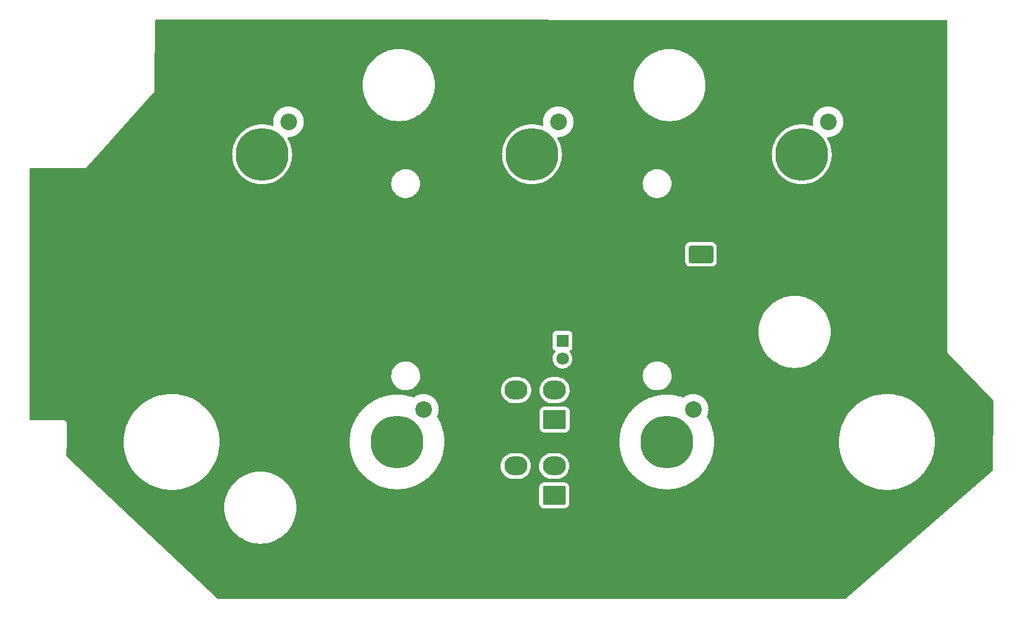
<source format=gbr>
%TF.GenerationSoftware,KiCad,Pcbnew,(6.0.9)*%
%TF.CreationDate,2022-12-27T05:54:40-09:00*%
%TF.ProjectId,PCB_ INTR LT PANEL,5043422c-2049-44e5-9452-204c54205041,rev?*%
%TF.SameCoordinates,Original*%
%TF.FileFunction,Copper,L2,Bot*%
%TF.FilePolarity,Positive*%
%FSLAX46Y46*%
G04 Gerber Fmt 4.6, Leading zero omitted, Abs format (unit mm)*
G04 Created by KiCad (PCBNEW (6.0.9)) date 2022-12-27 05:54:40*
%MOMM*%
%LPD*%
G01*
G04 APERTURE LIST*
G04 Aperture macros list*
%AMRoundRect*
0 Rectangle with rounded corners*
0 $1 Rounding radius*
0 $2 $3 $4 $5 $6 $7 $8 $9 X,Y pos of 4 corners*
0 Add a 4 corners polygon primitive as box body*
4,1,4,$2,$3,$4,$5,$6,$7,$8,$9,$2,$3,0*
0 Add four circle primitives for the rounded corners*
1,1,$1+$1,$2,$3*
1,1,$1+$1,$4,$5*
1,1,$1+$1,$6,$7*
1,1,$1+$1,$8,$9*
0 Add four rect primitives between the rounded corners*
20,1,$1+$1,$2,$3,$4,$5,0*
20,1,$1+$1,$4,$5,$6,$7,0*
20,1,$1+$1,$6,$7,$8,$9,0*
20,1,$1+$1,$8,$9,$2,$3,0*%
G04 Aperture macros list end*
%TA.AperFunction,ComponentPad*%
%ADD10RoundRect,0.250001X1.399999X-1.099999X1.399999X1.099999X-1.399999X1.099999X-1.399999X-1.099999X0*%
%TD*%
%TA.AperFunction,ComponentPad*%
%ADD11O,3.300000X2.700000*%
%TD*%
%TA.AperFunction,ComponentPad*%
%ADD12R,1.800000X1.800000*%
%TD*%
%TA.AperFunction,ComponentPad*%
%ADD13C,1.800000*%
%TD*%
%TA.AperFunction,SMDPad,CuDef*%
%ADD14RoundRect,0.250000X1.500000X1.000000X-1.500000X1.000000X-1.500000X-1.000000X1.500000X-1.000000X0*%
%TD*%
%TA.AperFunction,WasherPad*%
%ADD15C,2.381250*%
%TD*%
%TA.AperFunction,WasherPad*%
%ADD16C,7.540752*%
%TD*%
%TA.AperFunction,ViaPad*%
%ADD17C,1.500000*%
%TD*%
G04 APERTURE END LIST*
D10*
%TO.P,J2,1,Pin_1*%
%TO.N,/LED+5V*%
X115250000Y-115600000D03*
D11*
%TO.P,J2,2,Pin_2*%
X115250000Y-111400000D03*
%TO.P,J2,3,Pin_3*%
%TO.N,/LEDGND*%
X109750000Y-115600000D03*
%TO.P,J2,4,Pin_4*%
%TO.N,/DATAOUT*%
X109750000Y-111400000D03*
%TD*%
D10*
%TO.P,J1,1,Pin_1*%
%TO.N,/LED+5V*%
X115300000Y-104750000D03*
D11*
%TO.P,J1,2,Pin_2*%
X115300000Y-100550000D03*
%TO.P,J1,3,Pin_3*%
%TO.N,/LEDGND*%
X109800000Y-104750000D03*
%TO.P,J1,4,Pin_4*%
%TO.N,/DATAIN*%
X109800000Y-100550000D03*
%TD*%
D12*
%TO.P,D1,1,K*%
%TO.N,Net-(D1-Pad1)*%
X116434000Y-93497400D03*
D13*
%TO.P,D1,2,A*%
%TO.N,/LED+5V*%
X116434000Y-96037400D03*
%TD*%
D14*
%TO.P,C1,1*%
%TO.N,/LED+5V*%
X136246000Y-81102200D03*
%TO.P,C1,2*%
%TO.N,/LEDGND*%
X129746000Y-81102200D03*
%TD*%
D15*
%TO.P,9,*%
%TO.N,*%
X96536722Y-103287124D03*
D16*
X92760800Y-107950000D03*
%TD*%
D15*
%TO.P,5,*%
%TO.N,*%
X77232722Y-62139124D03*
D16*
X73456800Y-66802000D03*
%TD*%
%TO.P,6,*%
%TO.N,*%
X112064800Y-66802000D03*
D15*
X115840722Y-62139124D03*
%TD*%
D16*
%TO.P,7,*%
%TO.N,*%
X150672800Y-66802000D03*
D15*
X154448722Y-62139124D03*
%TD*%
D16*
%TO.P,10,*%
%TO.N,*%
X131368800Y-107950000D03*
D15*
X135144722Y-103287124D03*
%TD*%
D17*
%TO.N,/LEDGND*%
X121666000Y-51308000D03*
X86614000Y-50800000D03*
X48895200Y-86994800D03*
X147066000Y-51308000D03*
X71374000Y-108458000D03*
X61290400Y-97967600D03*
X48742600Y-79781400D03*
X113335000Y-51257000D03*
X103429000Y-51257000D03*
X48260000Y-101854000D03*
X142494000Y-62992000D03*
X159664200Y-91846200D03*
X155397200Y-51358800D03*
X79248000Y-50800000D03*
X63601400Y-50901400D03*
X146304000Y-77470000D03*
X68326000Y-77216000D03*
X151384000Y-102108000D03*
X151231000Y-109119000D03*
X51435000Y-107823000D03*
X48742400Y-72618400D03*
X166674600Y-91897400D03*
X71450000Y-50876000D03*
X161091000Y-62175000D03*
X161190000Y-69950000D03*
X64558000Y-69300000D03*
X142240000Y-70358000D03*
%TD*%
%TA.AperFunction,Conductor*%
%TO.N,/LEDGND*%
G36*
X171399784Y-47625077D02*
G01*
X171467891Y-47645124D01*
X171514348Y-47698811D01*
X171525700Y-47751077D01*
X171525700Y-94975003D01*
X171525125Y-94987027D01*
X171524930Y-94989062D01*
X171522815Y-94997788D01*
X171523234Y-95006754D01*
X171525563Y-95056604D01*
X171525700Y-95062485D01*
X171525700Y-95083313D01*
X171526495Y-95088865D01*
X171527630Y-95100837D01*
X171529613Y-95143286D01*
X171532532Y-95151775D01*
X171533744Y-95155299D01*
X171539318Y-95178405D01*
X171541120Y-95190987D01*
X171544835Y-95199157D01*
X171558709Y-95229671D01*
X171563162Y-95240853D01*
X171576976Y-95281028D01*
X171582156Y-95288351D01*
X171582157Y-95288353D01*
X171584312Y-95291399D01*
X171596146Y-95312010D01*
X171601408Y-95323582D01*
X171618991Y-95343987D01*
X171629143Y-95355769D01*
X171636559Y-95365258D01*
X171641609Y-95372397D01*
X171655700Y-95386925D01*
X171660684Y-95392375D01*
X171696487Y-95433927D01*
X171704019Y-95438809D01*
X171710785Y-95444711D01*
X171710380Y-95445175D01*
X171719356Y-95452555D01*
X178041478Y-101970712D01*
X178074548Y-102033536D01*
X178077030Y-102059350D01*
X178004788Y-112028785D01*
X177984293Y-112096759D01*
X177961467Y-112122955D01*
X156960999Y-130383150D01*
X156944477Y-130397516D01*
X156879947Y-130427120D01*
X156861770Y-130428433D01*
X79178901Y-130406551D01*
X67180191Y-130403171D01*
X67112075Y-130383150D01*
X67093989Y-130369036D01*
X53223059Y-117348000D01*
X68047254Y-117348000D01*
X68066872Y-117797335D01*
X68125578Y-118243251D01*
X68222925Y-118682353D01*
X68358171Y-119111301D01*
X68530289Y-119526828D01*
X68737966Y-119925773D01*
X68979624Y-120305100D01*
X68981288Y-120307268D01*
X68981296Y-120307280D01*
X69251741Y-120659729D01*
X69253423Y-120661921D01*
X69255281Y-120663949D01*
X69255288Y-120663957D01*
X69555427Y-120991502D01*
X69557278Y-120993522D01*
X69559298Y-120995373D01*
X69886843Y-121295512D01*
X69886851Y-121295519D01*
X69888879Y-121297377D01*
X69891071Y-121299059D01*
X70243520Y-121569504D01*
X70243532Y-121569512D01*
X70245700Y-121571176D01*
X70625027Y-121812834D01*
X71023972Y-122020511D01*
X71439499Y-122192629D01*
X71712862Y-122278820D01*
X71865823Y-122327048D01*
X71865830Y-122327050D01*
X71868447Y-122327875D01*
X71871132Y-122328470D01*
X71871131Y-122328470D01*
X72304851Y-122424624D01*
X72304854Y-122424625D01*
X72307549Y-122425222D01*
X72310279Y-122425581D01*
X72310288Y-122425583D01*
X72530507Y-122454575D01*
X72753465Y-122483928D01*
X73022256Y-122495663D01*
X73085848Y-122498440D01*
X73085853Y-122498440D01*
X73087225Y-122498500D01*
X73318375Y-122498500D01*
X73319747Y-122498440D01*
X73319752Y-122498440D01*
X73383344Y-122495663D01*
X73652135Y-122483928D01*
X73875093Y-122454575D01*
X74095312Y-122425583D01*
X74095321Y-122425581D01*
X74098051Y-122425222D01*
X74100746Y-122424625D01*
X74100749Y-122424624D01*
X74534469Y-122328470D01*
X74534468Y-122328470D01*
X74537153Y-122327875D01*
X74539770Y-122327050D01*
X74539777Y-122327048D01*
X74692738Y-122278820D01*
X74966101Y-122192629D01*
X75381628Y-122020511D01*
X75780573Y-121812834D01*
X76159900Y-121571176D01*
X76162068Y-121569512D01*
X76162080Y-121569504D01*
X76514529Y-121299059D01*
X76516721Y-121297377D01*
X76518749Y-121295519D01*
X76518757Y-121295512D01*
X76846302Y-120995373D01*
X76848322Y-120993522D01*
X76850173Y-120991502D01*
X77150312Y-120663957D01*
X77150319Y-120663949D01*
X77152177Y-120661921D01*
X77153859Y-120659729D01*
X77424304Y-120307280D01*
X77424312Y-120307268D01*
X77425976Y-120305100D01*
X77667634Y-119925773D01*
X77875311Y-119526828D01*
X78047429Y-119111301D01*
X78182675Y-118682353D01*
X78280022Y-118243251D01*
X78338728Y-117797335D01*
X78358346Y-117348000D01*
X78338728Y-116898665D01*
X78319209Y-116750400D01*
X113091500Y-116750400D01*
X113102474Y-116856165D01*
X113158450Y-117023945D01*
X113251522Y-117174348D01*
X113376697Y-117299305D01*
X113382927Y-117303145D01*
X113382928Y-117303146D01*
X113520090Y-117387694D01*
X113527262Y-117392115D01*
X113607005Y-117418564D01*
X113688611Y-117445632D01*
X113688613Y-117445632D01*
X113695139Y-117447797D01*
X113701975Y-117448497D01*
X113701978Y-117448498D01*
X113745031Y-117452909D01*
X113799600Y-117458500D01*
X116700400Y-117458500D01*
X116703646Y-117458163D01*
X116703650Y-117458163D01*
X116799307Y-117448238D01*
X116799311Y-117448237D01*
X116806165Y-117447526D01*
X116812701Y-117445345D01*
X116812703Y-117445345D01*
X116944805Y-117401272D01*
X116973945Y-117391550D01*
X117124348Y-117298478D01*
X117249305Y-117173303D01*
X117342115Y-117022738D01*
X117368564Y-116942995D01*
X117395632Y-116861389D01*
X117395632Y-116861387D01*
X117397797Y-116854861D01*
X117408500Y-116750400D01*
X117408500Y-114449600D01*
X117408163Y-114446350D01*
X117398238Y-114350693D01*
X117398237Y-114350689D01*
X117397526Y-114343835D01*
X117380682Y-114293346D01*
X117343868Y-114183003D01*
X117341550Y-114176055D01*
X117248478Y-114025652D01*
X117123303Y-113900695D01*
X117113756Y-113894810D01*
X116978968Y-113811725D01*
X116978966Y-113811724D01*
X116972738Y-113807885D01*
X116892995Y-113781436D01*
X116811389Y-113754368D01*
X116811387Y-113754368D01*
X116804861Y-113752203D01*
X116798025Y-113751503D01*
X116798022Y-113751502D01*
X116754969Y-113747091D01*
X116700400Y-113741500D01*
X113799600Y-113741500D01*
X113796354Y-113741837D01*
X113796350Y-113741837D01*
X113700693Y-113751762D01*
X113700689Y-113751763D01*
X113693835Y-113752474D01*
X113687299Y-113754655D01*
X113687297Y-113754655D01*
X113596400Y-113784981D01*
X113526055Y-113808450D01*
X113375652Y-113901522D01*
X113250695Y-114026697D01*
X113246855Y-114032927D01*
X113246854Y-114032928D01*
X113187406Y-114129371D01*
X113157885Y-114177262D01*
X113155581Y-114184209D01*
X113122599Y-114283648D01*
X113102203Y-114345139D01*
X113101503Y-114351975D01*
X113101502Y-114351978D01*
X113097579Y-114390272D01*
X113091500Y-114449600D01*
X113091500Y-116750400D01*
X78319209Y-116750400D01*
X78280022Y-116452749D01*
X78182675Y-116013647D01*
X78047429Y-115584699D01*
X77875311Y-115169172D01*
X77667634Y-114770227D01*
X77466220Y-114454070D01*
X77427451Y-114393215D01*
X77427449Y-114393212D01*
X77425976Y-114390900D01*
X77424312Y-114388732D01*
X77424304Y-114388720D01*
X77153859Y-114036271D01*
X77152177Y-114034079D01*
X77150319Y-114032051D01*
X77150312Y-114032043D01*
X76850173Y-113704498D01*
X76848322Y-113702478D01*
X76846300Y-113700625D01*
X76518757Y-113400488D01*
X76518749Y-113400481D01*
X76516721Y-113398623D01*
X76398519Y-113307923D01*
X76162080Y-113126496D01*
X76162068Y-113126488D01*
X76159900Y-113124824D01*
X76155573Y-113122067D01*
X75998155Y-113021781D01*
X75780573Y-112883166D01*
X75381628Y-112675489D01*
X74966101Y-112503371D01*
X74626282Y-112396227D01*
X74539777Y-112368952D01*
X74539770Y-112368950D01*
X74537153Y-112368125D01*
X74202185Y-112293864D01*
X74100749Y-112271376D01*
X74100746Y-112271375D01*
X74098051Y-112270778D01*
X74095321Y-112270419D01*
X74095312Y-112270417D01*
X73862909Y-112239821D01*
X73652135Y-112212072D01*
X73383344Y-112200337D01*
X73319752Y-112197560D01*
X73319747Y-112197560D01*
X73318375Y-112197500D01*
X73087225Y-112197500D01*
X73085853Y-112197560D01*
X73085848Y-112197560D01*
X73022256Y-112200337D01*
X72753465Y-112212072D01*
X72542691Y-112239821D01*
X72310288Y-112270417D01*
X72310279Y-112270419D01*
X72307549Y-112270778D01*
X72304854Y-112271375D01*
X72304851Y-112271376D01*
X72203415Y-112293864D01*
X71868447Y-112368125D01*
X71865830Y-112368950D01*
X71865823Y-112368952D01*
X71779318Y-112396227D01*
X71439499Y-112503371D01*
X71023972Y-112675489D01*
X70625027Y-112883166D01*
X70407445Y-113021781D01*
X70250028Y-113122067D01*
X70245700Y-113124824D01*
X70243532Y-113126488D01*
X70243520Y-113126496D01*
X70007081Y-113307923D01*
X69888879Y-113398623D01*
X69886851Y-113400481D01*
X69886843Y-113400488D01*
X69559300Y-113700625D01*
X69557278Y-113702478D01*
X69555427Y-113704498D01*
X69255288Y-114032043D01*
X69255281Y-114032051D01*
X69253423Y-114034079D01*
X69251741Y-114036271D01*
X68981296Y-114388720D01*
X68981288Y-114388732D01*
X68979624Y-114390900D01*
X68978151Y-114393212D01*
X68978149Y-114393215D01*
X68939380Y-114454070D01*
X68737966Y-114770227D01*
X68530289Y-115169172D01*
X68358171Y-115584699D01*
X68222925Y-116013647D01*
X68125578Y-116452749D01*
X68066872Y-116898665D01*
X68047254Y-117348000D01*
X53223059Y-117348000D01*
X45509100Y-110106688D01*
X45473124Y-110045482D01*
X45469344Y-110013524D01*
X45470048Y-109945245D01*
X45490247Y-107985937D01*
X53639357Y-107985937D01*
X53640956Y-108023312D01*
X53658203Y-108426395D01*
X53661371Y-108500448D01*
X53665002Y-108531124D01*
X53720561Y-109000537D01*
X53721901Y-109011860D01*
X53722353Y-109014173D01*
X53722353Y-109014175D01*
X53819007Y-109509110D01*
X53820605Y-109517295D01*
X53956928Y-110013905D01*
X53957722Y-110016127D01*
X53957723Y-110016132D01*
X54129303Y-110496657D01*
X54130103Y-110498897D01*
X54249848Y-110768481D01*
X54313936Y-110912762D01*
X54339155Y-110969539D01*
X54340279Y-110971631D01*
X54340283Y-110971639D01*
X54581785Y-111421096D01*
X54581793Y-111421110D01*
X54582906Y-111423181D01*
X54584180Y-111425176D01*
X54584180Y-111425177D01*
X54595095Y-111442277D01*
X54859984Y-111857271D01*
X54861407Y-111859170D01*
X54861410Y-111859174D01*
X54988526Y-112028785D01*
X55168830Y-112269364D01*
X55170378Y-112271136D01*
X55170385Y-112271144D01*
X55477658Y-112622757D01*
X55507705Y-112657140D01*
X55509381Y-112658790D01*
X55509383Y-112658792D01*
X55873009Y-113016751D01*
X55873018Y-113016759D01*
X55874701Y-113018416D01*
X55876503Y-113019941D01*
X55876509Y-113019947D01*
X56141505Y-113244283D01*
X56267751Y-113351158D01*
X56269656Y-113352540D01*
X56269663Y-113352545D01*
X56447227Y-113481316D01*
X56684644Y-113653493D01*
X56686647Y-113654728D01*
X56686655Y-113654733D01*
X57121019Y-113922478D01*
X57121028Y-113922483D01*
X57123033Y-113923719D01*
X57125139Y-113924808D01*
X57125142Y-113924810D01*
X57578342Y-114159225D01*
X57578349Y-114159228D01*
X57580448Y-114160314D01*
X57582613Y-114161235D01*
X57582621Y-114161239D01*
X58052153Y-114361027D01*
X58052161Y-114361030D01*
X58054316Y-114361947D01*
X58056549Y-114362705D01*
X58302960Y-114446350D01*
X58541967Y-114527482D01*
X58544252Y-114528071D01*
X58544256Y-114528072D01*
X59038367Y-114655398D01*
X59038376Y-114655400D01*
X59040658Y-114655988D01*
X59350272Y-114711418D01*
X59545244Y-114746324D01*
X59545250Y-114746325D01*
X59547580Y-114746742D01*
X59549935Y-114746983D01*
X59549940Y-114746984D01*
X59857541Y-114778500D01*
X60059880Y-114799231D01*
X60121905Y-114801234D01*
X60345847Y-114808468D01*
X60345875Y-114808468D01*
X60346852Y-114808500D01*
X60636969Y-114808500D01*
X60638155Y-114808455D01*
X60638180Y-114808455D01*
X61015051Y-114794306D01*
X61015054Y-114794306D01*
X61017419Y-114794217D01*
X61529141Y-114736366D01*
X61588945Y-114725012D01*
X62032770Y-114640750D01*
X62032782Y-114640747D01*
X62035085Y-114640310D01*
X62291558Y-114571348D01*
X62530132Y-114507199D01*
X62530141Y-114507196D01*
X62532403Y-114506588D01*
X63018295Y-114335955D01*
X63020438Y-114335016D01*
X63020452Y-114335011D01*
X63487863Y-114130318D01*
X63487867Y-114130316D01*
X63490025Y-114129371D01*
X63807076Y-113961147D01*
X63942837Y-113889114D01*
X63942842Y-113889111D01*
X63944938Y-113887999D01*
X63946934Y-113886740D01*
X63946942Y-113886735D01*
X64241907Y-113700625D01*
X64380472Y-113613197D01*
X64794176Y-113306513D01*
X65002360Y-113126496D01*
X65181927Y-112971225D01*
X65181938Y-112971215D01*
X65183721Y-112969673D01*
X65546914Y-112604574D01*
X65881709Y-112213271D01*
X65923214Y-112156666D01*
X66184814Y-111799888D01*
X66184817Y-111799883D01*
X66186223Y-111797966D01*
X66187488Y-111795938D01*
X66457485Y-111363012D01*
X66457490Y-111363004D01*
X66458740Y-111360999D01*
X66697727Y-110904829D01*
X66698654Y-110902681D01*
X66698661Y-110902667D01*
X66900910Y-110434176D01*
X66900910Y-110434175D01*
X66901839Y-110432024D01*
X67042878Y-110023573D01*
X67069156Y-109947473D01*
X67069158Y-109947465D01*
X67069925Y-109945245D01*
X67161261Y-109598329D01*
X67200442Y-109449511D01*
X67200445Y-109449499D01*
X67201041Y-109447234D01*
X67204163Y-109430310D01*
X67283428Y-109000537D01*
X67294447Y-108940794D01*
X67349618Y-108428776D01*
X67349740Y-108424998D01*
X67362791Y-108020955D01*
X85985324Y-108020955D01*
X85985437Y-108023306D01*
X85985437Y-108023312D01*
X86000095Y-108328476D01*
X86000125Y-108329135D01*
X86002280Y-108379501D01*
X86007153Y-108493386D01*
X86007429Y-108495714D01*
X86007430Y-108495732D01*
X86008089Y-108501302D01*
X86008817Y-108510060D01*
X86009716Y-108528772D01*
X86010007Y-108531124D01*
X86047492Y-108834232D01*
X86047572Y-108834887D01*
X86058878Y-108930410D01*
X86066906Y-108998236D01*
X86068434Y-109006064D01*
X86069814Y-109014729D01*
X86072115Y-109033331D01*
X86072577Y-109035633D01*
X86072579Y-109035645D01*
X86132717Y-109335243D01*
X86132845Y-109335890D01*
X86164343Y-109497185D01*
X86164966Y-109499454D01*
X86166455Y-109504879D01*
X86168484Y-109513430D01*
X86172169Y-109531790D01*
X86252893Y-109819937D01*
X86255254Y-109828365D01*
X86255391Y-109828859D01*
X86298918Y-109987424D01*
X86299715Y-109989656D01*
X86299720Y-109989672D01*
X86301593Y-109994919D01*
X86304257Y-110003290D01*
X86308674Y-110019056D01*
X86308680Y-110019074D01*
X86309316Y-110021345D01*
X86413505Y-110308380D01*
X86414376Y-110310780D01*
X86414599Y-110311401D01*
X86455482Y-110425896D01*
X86469870Y-110466192D01*
X86470823Y-110468338D01*
X86470834Y-110468365D01*
X86473105Y-110473476D01*
X86476394Y-110481637D01*
X86482783Y-110499238D01*
X86483756Y-110501398D01*
X86609264Y-110780017D01*
X86609533Y-110780619D01*
X86676239Y-110930796D01*
X86677351Y-110932865D01*
X86677360Y-110932884D01*
X86680013Y-110937821D01*
X86683898Y-110945698D01*
X86691593Y-110962780D01*
X86692722Y-110964855D01*
X86838728Y-111233206D01*
X86838995Y-111233698D01*
X86916863Y-111378618D01*
X86918138Y-111380615D01*
X86921148Y-111385331D01*
X86925615Y-111392901D01*
X86933430Y-111407264D01*
X86933442Y-111407285D01*
X86934572Y-111409361D01*
X86935849Y-111411338D01*
X86935861Y-111411359D01*
X87101694Y-111668189D01*
X87102050Y-111668744D01*
X87129647Y-111711979D01*
X87190386Y-111807137D01*
X87191793Y-111809014D01*
X87195159Y-111813505D01*
X87200189Y-111820730D01*
X87209057Y-111834466D01*
X87209070Y-111834484D01*
X87210350Y-111836467D01*
X87211785Y-111838361D01*
X87396338Y-112081942D01*
X87396735Y-112082469D01*
X87482991Y-112197560D01*
X87495269Y-112213943D01*
X87500511Y-112219941D01*
X87506052Y-112226746D01*
X87517376Y-112241693D01*
X87518931Y-112243454D01*
X87518937Y-112243461D01*
X87721148Y-112472420D01*
X87721584Y-112472916D01*
X87784449Y-112544852D01*
X87829796Y-112596743D01*
X87831471Y-112598392D01*
X87831472Y-112598393D01*
X87835484Y-112602343D01*
X87841525Y-112608721D01*
X87853922Y-112622757D01*
X87855598Y-112624390D01*
X87855604Y-112624396D01*
X87909360Y-112676763D01*
X88074594Y-112837727D01*
X88074962Y-112838088D01*
X88190383Y-112951711D01*
X88190404Y-112951730D01*
X88192083Y-112953383D01*
X88193884Y-112954908D01*
X88193902Y-112954924D01*
X88198146Y-112958516D01*
X88204657Y-112964429D01*
X88210040Y-112969673D01*
X88218091Y-112977516D01*
X88219913Y-112979043D01*
X88219914Y-112979043D01*
X88454162Y-113175252D01*
X88454667Y-113175677D01*
X88494690Y-113209559D01*
X88580091Y-113281856D01*
X88581997Y-113283238D01*
X88586543Y-113286535D01*
X88593474Y-113291941D01*
X88607835Y-113303970D01*
X88609758Y-113305350D01*
X88609777Y-113305364D01*
X88858106Y-113483479D01*
X88858641Y-113483864D01*
X88901330Y-113514822D01*
X88991635Y-113580312D01*
X88998415Y-113584492D01*
X89005708Y-113589345D01*
X89020959Y-113600284D01*
X89022971Y-113601510D01*
X89022982Y-113601517D01*
X89283888Y-113760462D01*
X89284451Y-113760807D01*
X89360826Y-113807885D01*
X89424398Y-113847071D01*
X89426479Y-113848148D01*
X89426487Y-113848152D01*
X89431486Y-113850738D01*
X89439136Y-113855040D01*
X89453114Y-113863555D01*
X89453121Y-113863559D01*
X89455137Y-113864787D01*
X89568118Y-113922478D01*
X89729305Y-114004785D01*
X89729891Y-114005086D01*
X89814744Y-114048975D01*
X89875944Y-114080630D01*
X89878115Y-114081554D01*
X89878137Y-114081564D01*
X89883266Y-114083746D01*
X89891239Y-114087471D01*
X89907925Y-114095992D01*
X89989783Y-114130318D01*
X90191856Y-114215055D01*
X90192463Y-114215311D01*
X90235440Y-114233597D01*
X90343732Y-114279676D01*
X90345963Y-114280433D01*
X90345970Y-114280436D01*
X90349286Y-114281561D01*
X90351275Y-114282237D01*
X90359483Y-114285346D01*
X90376774Y-114292597D01*
X90668987Y-114390086D01*
X90669429Y-114390235D01*
X90825126Y-114443088D01*
X90827404Y-114443675D01*
X90827431Y-114443683D01*
X90832846Y-114445078D01*
X90841285Y-114447569D01*
X90859045Y-114453495D01*
X91066558Y-114505811D01*
X91157581Y-114528759D01*
X91158220Y-114528922D01*
X91315128Y-114569355D01*
X91315137Y-114569357D01*
X91317419Y-114569945D01*
X91325299Y-114571356D01*
X91333830Y-114573193D01*
X91352022Y-114577779D01*
X91354334Y-114578180D01*
X91354346Y-114578183D01*
X91655468Y-114630467D01*
X91656117Y-114630582D01*
X91707032Y-114639697D01*
X91817837Y-114659534D01*
X91820185Y-114659775D01*
X91820195Y-114659776D01*
X91825750Y-114660345D01*
X91834469Y-114661547D01*
X91850594Y-114664347D01*
X91850609Y-114664349D01*
X91852930Y-114664752D01*
X91855284Y-114664981D01*
X91855286Y-114664981D01*
X91897359Y-114669069D01*
X92159507Y-114694541D01*
X92159833Y-114694573D01*
X92323563Y-114711349D01*
X92332876Y-114711650D01*
X92340947Y-114712171D01*
X92358949Y-114713921D01*
X92361302Y-114713972D01*
X92361313Y-114713973D01*
X92453424Y-114715982D01*
X92494708Y-114716883D01*
X92495955Y-114716917D01*
X92528178Y-114717958D01*
X92605866Y-114720468D01*
X92605895Y-114720468D01*
X92606871Y-114720500D01*
X92659079Y-114720500D01*
X92661828Y-114720530D01*
X92867230Y-114725012D01*
X93090905Y-114713094D01*
X93092874Y-114713005D01*
X93115041Y-114712173D01*
X93266453Y-114706489D01*
X93266461Y-114706488D01*
X93268816Y-114706400D01*
X93271149Y-114706136D01*
X93271179Y-114706134D01*
X93311725Y-114701550D01*
X93319134Y-114700933D01*
X93374913Y-114697961D01*
X93597084Y-114669303D01*
X93598994Y-114669072D01*
X93773973Y-114649291D01*
X93776304Y-114648848D01*
X93776307Y-114648848D01*
X93816382Y-114641240D01*
X93823763Y-114640064D01*
X93846711Y-114637104D01*
X93879137Y-114632921D01*
X94098430Y-114587707D01*
X94100372Y-114587322D01*
X94271110Y-114554907D01*
X94271122Y-114554904D01*
X94273425Y-114554467D01*
X94315136Y-114543251D01*
X94322357Y-114541538D01*
X94377066Y-114530258D01*
X94517153Y-114490221D01*
X94592377Y-114468722D01*
X94594285Y-114468193D01*
X94762083Y-114423075D01*
X94762088Y-114423073D01*
X94764362Y-114422462D01*
X94766587Y-114421681D01*
X94766602Y-114421676D01*
X94805105Y-114408155D01*
X94812230Y-114405888D01*
X94863623Y-114391200D01*
X94863632Y-114391197D01*
X94865896Y-114390550D01*
X94868099Y-114389737D01*
X94868106Y-114389735D01*
X95076007Y-114313036D01*
X95077869Y-114312366D01*
X95086742Y-114309250D01*
X95244019Y-114254018D01*
X95283563Y-114236701D01*
X95290489Y-114233910D01*
X95310262Y-114226615D01*
X95342875Y-114214583D01*
X95546590Y-114121531D01*
X95548332Y-114120751D01*
X95709696Y-114050085D01*
X95747833Y-114029850D01*
X95754529Y-114026548D01*
X95805317Y-114003349D01*
X95982272Y-113905866D01*
X96001492Y-113895278D01*
X96003232Y-113894337D01*
X96013076Y-113889114D01*
X96158772Y-113811809D01*
X96195270Y-113788780D01*
X96201706Y-113784981D01*
X96250620Y-113758035D01*
X96438150Y-113635552D01*
X96439724Y-113634541D01*
X96588718Y-113540533D01*
X96590619Y-113539124D01*
X96590626Y-113539119D01*
X96623403Y-113514822D01*
X96629536Y-113510551D01*
X96676275Y-113480024D01*
X96854052Y-113343857D01*
X96855633Y-113342665D01*
X96995223Y-113239186D01*
X96995226Y-113239184D01*
X96997114Y-113237784D01*
X97029773Y-113209544D01*
X97035551Y-113204841D01*
X97060402Y-113185806D01*
X97079888Y-113170881D01*
X97130707Y-113125523D01*
X97246941Y-113021781D01*
X97248428Y-113020475D01*
X97379855Y-112906829D01*
X97379860Y-112906824D01*
X97381661Y-112905267D01*
X97403647Y-112883166D01*
X97412110Y-112874659D01*
X97417535Y-112869520D01*
X97457416Y-112833924D01*
X97457417Y-112833923D01*
X97459185Y-112832345D01*
X97609167Y-112676763D01*
X97614588Y-112671140D01*
X97615972Y-112669726D01*
X97738535Y-112546519D01*
X97738539Y-112546515D01*
X97740193Y-112544852D01*
X97768253Y-112512056D01*
X97773280Y-112506522D01*
X97810384Y-112468033D01*
X97810390Y-112468027D01*
X97812032Y-112466323D01*
X97954956Y-112293864D01*
X97956231Y-112292350D01*
X98069165Y-112160355D01*
X98069166Y-112160354D01*
X98070693Y-112158569D01*
X98072080Y-112156677D01*
X98072089Y-112156666D01*
X98096208Y-112123772D01*
X98100804Y-112117878D01*
X98134945Y-112076682D01*
X98134952Y-112076673D01*
X98136442Y-112074875D01*
X98266047Y-111892165D01*
X98267186Y-111890587D01*
X98291615Y-111857271D01*
X98371300Y-111748594D01*
X98394151Y-111711954D01*
X98398277Y-111705755D01*
X98429229Y-111662121D01*
X98429230Y-111662119D01*
X98430588Y-111660205D01*
X98546128Y-111468294D01*
X98547073Y-111466752D01*
X98562337Y-111442277D01*
X107587009Y-111442277D01*
X107612625Y-111710769D01*
X107613710Y-111715203D01*
X107613711Y-111715209D01*
X107675645Y-111968312D01*
X107676731Y-111972750D01*
X107777985Y-112222733D01*
X107914265Y-112455482D01*
X107985736Y-112544852D01*
X108074121Y-112655371D01*
X108082716Y-112666119D01*
X108279809Y-112850234D01*
X108501416Y-113003968D01*
X108505499Y-113005999D01*
X108505502Y-113006001D01*
X108621013Y-113063466D01*
X108742894Y-113124101D01*
X108747228Y-113125522D01*
X108747231Y-113125523D01*
X108994853Y-113206698D01*
X108994859Y-113206699D01*
X108999186Y-113208118D01*
X109003677Y-113208898D01*
X109003678Y-113208898D01*
X109261140Y-113253601D01*
X109261148Y-113253602D01*
X109264921Y-113254257D01*
X109268758Y-113254448D01*
X109348578Y-113258422D01*
X109348586Y-113258422D01*
X109350149Y-113258500D01*
X110118512Y-113258500D01*
X110120780Y-113258335D01*
X110120792Y-113258335D01*
X110251884Y-113248823D01*
X110319004Y-113243953D01*
X110323459Y-113242969D01*
X110323462Y-113242969D01*
X110577912Y-113186791D01*
X110577916Y-113186790D01*
X110582372Y-113185806D01*
X110738918Y-113126496D01*
X110830318Y-113091868D01*
X110830321Y-113091867D01*
X110834588Y-113090250D01*
X111070368Y-112959286D01*
X111284773Y-112795657D01*
X111473312Y-112602792D01*
X111632034Y-112384730D01*
X111708274Y-112239821D01*
X111755490Y-112150079D01*
X111755493Y-112150073D01*
X111757615Y-112146039D01*
X111765479Y-112123772D01*
X111845902Y-111896033D01*
X111845902Y-111896032D01*
X111847425Y-111891720D01*
X111883090Y-111710769D01*
X111898700Y-111631572D01*
X111898701Y-111631566D01*
X111899581Y-111627100D01*
X111899808Y-111622544D01*
X111908782Y-111442277D01*
X113087009Y-111442277D01*
X113112625Y-111710769D01*
X113113710Y-111715203D01*
X113113711Y-111715209D01*
X113175645Y-111968312D01*
X113176731Y-111972750D01*
X113277985Y-112222733D01*
X113414265Y-112455482D01*
X113485736Y-112544852D01*
X113574121Y-112655371D01*
X113582716Y-112666119D01*
X113779809Y-112850234D01*
X114001416Y-113003968D01*
X114005499Y-113005999D01*
X114005502Y-113006001D01*
X114121013Y-113063466D01*
X114242894Y-113124101D01*
X114247228Y-113125522D01*
X114247231Y-113125523D01*
X114494853Y-113206698D01*
X114494859Y-113206699D01*
X114499186Y-113208118D01*
X114503677Y-113208898D01*
X114503678Y-113208898D01*
X114761140Y-113253601D01*
X114761148Y-113253602D01*
X114764921Y-113254257D01*
X114768758Y-113254448D01*
X114848578Y-113258422D01*
X114848586Y-113258422D01*
X114850149Y-113258500D01*
X115618512Y-113258500D01*
X115620780Y-113258335D01*
X115620792Y-113258335D01*
X115751884Y-113248823D01*
X115819004Y-113243953D01*
X115823459Y-113242969D01*
X115823462Y-113242969D01*
X116077912Y-113186791D01*
X116077916Y-113186790D01*
X116082372Y-113185806D01*
X116238918Y-113126496D01*
X116330318Y-113091868D01*
X116330321Y-113091867D01*
X116334588Y-113090250D01*
X116570368Y-112959286D01*
X116784773Y-112795657D01*
X116973312Y-112602792D01*
X117132034Y-112384730D01*
X117208274Y-112239821D01*
X117255490Y-112150079D01*
X117255493Y-112150073D01*
X117257615Y-112146039D01*
X117265479Y-112123772D01*
X117345902Y-111896033D01*
X117345902Y-111896032D01*
X117347425Y-111891720D01*
X117383090Y-111710769D01*
X117398700Y-111631572D01*
X117398701Y-111631566D01*
X117399581Y-111627100D01*
X117399808Y-111622544D01*
X117412764Y-111362292D01*
X117412764Y-111362286D01*
X117412991Y-111357723D01*
X117387375Y-111089231D01*
X117371585Y-111024699D01*
X117324355Y-110831688D01*
X117323269Y-110827250D01*
X117222015Y-110577267D01*
X117118325Y-110400177D01*
X117088045Y-110348463D01*
X117088044Y-110348462D01*
X117085735Y-110344518D01*
X116967928Y-110197208D01*
X116920136Y-110137447D01*
X116920135Y-110137445D01*
X116917284Y-110133881D01*
X116720191Y-109949766D01*
X116498584Y-109796032D01*
X116494501Y-109794001D01*
X116494498Y-109793999D01*
X116329606Y-109711967D01*
X116257106Y-109675899D01*
X116252772Y-109674478D01*
X116252769Y-109674477D01*
X116005147Y-109593302D01*
X116005141Y-109593301D01*
X116000814Y-109591882D01*
X115996322Y-109591102D01*
X115738860Y-109546399D01*
X115738852Y-109546398D01*
X115735079Y-109545743D01*
X115723817Y-109545182D01*
X115651422Y-109541578D01*
X115651414Y-109541578D01*
X115649851Y-109541500D01*
X114881488Y-109541500D01*
X114879220Y-109541665D01*
X114879208Y-109541665D01*
X114748116Y-109551177D01*
X114680996Y-109556047D01*
X114676541Y-109557031D01*
X114676538Y-109557031D01*
X114422088Y-109613209D01*
X114422084Y-109613210D01*
X114417628Y-109614194D01*
X114291520Y-109661972D01*
X114169682Y-109708132D01*
X114169679Y-109708133D01*
X114165412Y-109709750D01*
X114161421Y-109711967D01*
X113951413Y-109828616D01*
X113929632Y-109840714D01*
X113926000Y-109843486D01*
X113734451Y-109989672D01*
X113715227Y-110004343D01*
X113712034Y-110007609D01*
X113712032Y-110007611D01*
X113620958Y-110100775D01*
X113526688Y-110197208D01*
X113367966Y-110415270D01*
X113322824Y-110501071D01*
X113244510Y-110649921D01*
X113244507Y-110649927D01*
X113242385Y-110653961D01*
X113240865Y-110658266D01*
X113240863Y-110658270D01*
X113154557Y-110902667D01*
X113152575Y-110908280D01*
X113100419Y-111172900D01*
X113100192Y-111177453D01*
X113100192Y-111177456D01*
X113087960Y-111423181D01*
X113087009Y-111442277D01*
X111908782Y-111442277D01*
X111912764Y-111362292D01*
X111912764Y-111362286D01*
X111912991Y-111357723D01*
X111887375Y-111089231D01*
X111871585Y-111024699D01*
X111824355Y-110831688D01*
X111823269Y-110827250D01*
X111722015Y-110577267D01*
X111618325Y-110400177D01*
X111588045Y-110348463D01*
X111588044Y-110348462D01*
X111585735Y-110344518D01*
X111467928Y-110197208D01*
X111420136Y-110137447D01*
X111420135Y-110137445D01*
X111417284Y-110133881D01*
X111220191Y-109949766D01*
X110998584Y-109796032D01*
X110994501Y-109794001D01*
X110994498Y-109793999D01*
X110829606Y-109711967D01*
X110757106Y-109675899D01*
X110752772Y-109674478D01*
X110752769Y-109674477D01*
X110505147Y-109593302D01*
X110505141Y-109593301D01*
X110500814Y-109591882D01*
X110496322Y-109591102D01*
X110238860Y-109546399D01*
X110238852Y-109546398D01*
X110235079Y-109545743D01*
X110223817Y-109545182D01*
X110151422Y-109541578D01*
X110151414Y-109541578D01*
X110149851Y-109541500D01*
X109381488Y-109541500D01*
X109379220Y-109541665D01*
X109379208Y-109541665D01*
X109248116Y-109551177D01*
X109180996Y-109556047D01*
X109176541Y-109557031D01*
X109176538Y-109557031D01*
X108922088Y-109613209D01*
X108922084Y-109613210D01*
X108917628Y-109614194D01*
X108791520Y-109661972D01*
X108669682Y-109708132D01*
X108669679Y-109708133D01*
X108665412Y-109709750D01*
X108661421Y-109711967D01*
X108451413Y-109828616D01*
X108429632Y-109840714D01*
X108426000Y-109843486D01*
X108234451Y-109989672D01*
X108215227Y-110004343D01*
X108212034Y-110007609D01*
X108212032Y-110007611D01*
X108120958Y-110100775D01*
X108026688Y-110197208D01*
X107867966Y-110415270D01*
X107822824Y-110501071D01*
X107744510Y-110649921D01*
X107744507Y-110649927D01*
X107742385Y-110653961D01*
X107740865Y-110658266D01*
X107740863Y-110658270D01*
X107654557Y-110902667D01*
X107652575Y-110908280D01*
X107600419Y-111172900D01*
X107600192Y-111177453D01*
X107600192Y-111177456D01*
X107587960Y-111423181D01*
X107587009Y-111442277D01*
X98562337Y-111442277D01*
X98640321Y-111317233D01*
X98641416Y-111315143D01*
X98641428Y-111315122D01*
X98660351Y-111279003D01*
X98664014Y-111272488D01*
X98691591Y-111226682D01*
X98691597Y-111226671D01*
X98692815Y-111224648D01*
X98793609Y-111024675D01*
X98794501Y-111022938D01*
X98823620Y-110967358D01*
X98876241Y-110866916D01*
X98877170Y-110864764D01*
X98877181Y-110864741D01*
X98893353Y-110827280D01*
X98896510Y-110820524D01*
X98921646Y-110770655D01*
X99007188Y-110563629D01*
X99007921Y-110561893D01*
X99077734Y-110400177D01*
X99091822Y-110359378D01*
X99094471Y-110352386D01*
X99099196Y-110340951D01*
X99115793Y-110300783D01*
X99185560Y-110087959D01*
X99186192Y-110086083D01*
X99242894Y-109921876D01*
X99242897Y-109921867D01*
X99243664Y-109919645D01*
X99244261Y-109917378D01*
X99244266Y-109917361D01*
X99254653Y-109877904D01*
X99256771Y-109870731D01*
X99273423Y-109819937D01*
X99273429Y-109819916D01*
X99274163Y-109817677D01*
X99327770Y-109600247D01*
X99328259Y-109598329D01*
X99372495Y-109430310D01*
X99372496Y-109430307D01*
X99373097Y-109428023D01*
X99380924Y-109385585D01*
X99382497Y-109378276D01*
X99395299Y-109326351D01*
X99395865Y-109324056D01*
X99433032Y-109103137D01*
X99433358Y-109101292D01*
X99465304Y-108928081D01*
X99469927Y-108885175D01*
X99470948Y-108877768D01*
X99479820Y-108825034D01*
X99480213Y-108822699D01*
X99500704Y-108599702D01*
X99500900Y-108597734D01*
X99513917Y-108476921D01*
X99519767Y-108422633D01*
X99521161Y-108379490D01*
X99521623Y-108372038D01*
X99526733Y-108316430D01*
X99534728Y-108020955D01*
X124593324Y-108020955D01*
X124593437Y-108023306D01*
X124593437Y-108023312D01*
X124608095Y-108328476D01*
X124608125Y-108329135D01*
X124610280Y-108379501D01*
X124615153Y-108493386D01*
X124615429Y-108495714D01*
X124615430Y-108495732D01*
X124616089Y-108501302D01*
X124616817Y-108510060D01*
X124617716Y-108528772D01*
X124618007Y-108531124D01*
X124655492Y-108834232D01*
X124655572Y-108834887D01*
X124666878Y-108930410D01*
X124674906Y-108998236D01*
X124676434Y-109006064D01*
X124677814Y-109014729D01*
X124680115Y-109033331D01*
X124680577Y-109035633D01*
X124680579Y-109035645D01*
X124740717Y-109335243D01*
X124740845Y-109335890D01*
X124772343Y-109497185D01*
X124772966Y-109499454D01*
X124774455Y-109504879D01*
X124776484Y-109513430D01*
X124780169Y-109531790D01*
X124860893Y-109819937D01*
X124863254Y-109828365D01*
X124863391Y-109828859D01*
X124906918Y-109987424D01*
X124907715Y-109989656D01*
X124907720Y-109989672D01*
X124909593Y-109994919D01*
X124912257Y-110003290D01*
X124916674Y-110019056D01*
X124916680Y-110019074D01*
X124917316Y-110021345D01*
X125021505Y-110308380D01*
X125022376Y-110310780D01*
X125022599Y-110311401D01*
X125063482Y-110425896D01*
X125077870Y-110466192D01*
X125078823Y-110468338D01*
X125078834Y-110468365D01*
X125081105Y-110473476D01*
X125084394Y-110481637D01*
X125090783Y-110499238D01*
X125091756Y-110501398D01*
X125217264Y-110780017D01*
X125217533Y-110780619D01*
X125284239Y-110930796D01*
X125285351Y-110932865D01*
X125285360Y-110932884D01*
X125288013Y-110937821D01*
X125291898Y-110945698D01*
X125299593Y-110962780D01*
X125300722Y-110964855D01*
X125446728Y-111233206D01*
X125446995Y-111233698D01*
X125524863Y-111378618D01*
X125526138Y-111380615D01*
X125529148Y-111385331D01*
X125533615Y-111392901D01*
X125541430Y-111407264D01*
X125541442Y-111407285D01*
X125542572Y-111409361D01*
X125543849Y-111411338D01*
X125543861Y-111411359D01*
X125709694Y-111668189D01*
X125710050Y-111668744D01*
X125737647Y-111711979D01*
X125798386Y-111807137D01*
X125799793Y-111809014D01*
X125803159Y-111813505D01*
X125808189Y-111820730D01*
X125817057Y-111834466D01*
X125817070Y-111834484D01*
X125818350Y-111836467D01*
X125819785Y-111838361D01*
X126004338Y-112081942D01*
X126004735Y-112082469D01*
X126090991Y-112197560D01*
X126103269Y-112213943D01*
X126108511Y-112219941D01*
X126114052Y-112226746D01*
X126125376Y-112241693D01*
X126126931Y-112243454D01*
X126126937Y-112243461D01*
X126329148Y-112472420D01*
X126329584Y-112472916D01*
X126392449Y-112544852D01*
X126437796Y-112596743D01*
X126439471Y-112598392D01*
X126439472Y-112598393D01*
X126443484Y-112602343D01*
X126449525Y-112608721D01*
X126461922Y-112622757D01*
X126463598Y-112624390D01*
X126463604Y-112624396D01*
X126517360Y-112676763D01*
X126682594Y-112837727D01*
X126682962Y-112838088D01*
X126798383Y-112951711D01*
X126798404Y-112951730D01*
X126800083Y-112953383D01*
X126801884Y-112954908D01*
X126801902Y-112954924D01*
X126806146Y-112958516D01*
X126812657Y-112964429D01*
X126818040Y-112969673D01*
X126826091Y-112977516D01*
X126827913Y-112979043D01*
X126827914Y-112979043D01*
X127062162Y-113175252D01*
X127062667Y-113175677D01*
X127102690Y-113209559D01*
X127188091Y-113281856D01*
X127189997Y-113283238D01*
X127194543Y-113286535D01*
X127201474Y-113291941D01*
X127215835Y-113303970D01*
X127217758Y-113305350D01*
X127217777Y-113305364D01*
X127466106Y-113483479D01*
X127466641Y-113483864D01*
X127509330Y-113514822D01*
X127599635Y-113580312D01*
X127606415Y-113584492D01*
X127613708Y-113589345D01*
X127628959Y-113600284D01*
X127630971Y-113601510D01*
X127630982Y-113601517D01*
X127891888Y-113760462D01*
X127892451Y-113760807D01*
X127968826Y-113807885D01*
X128032398Y-113847071D01*
X128034479Y-113848148D01*
X128034487Y-113848152D01*
X128039486Y-113850738D01*
X128047136Y-113855040D01*
X128061114Y-113863555D01*
X128061121Y-113863559D01*
X128063137Y-113864787D01*
X128176118Y-113922478D01*
X128337305Y-114004785D01*
X128337891Y-114005086D01*
X128422744Y-114048975D01*
X128483944Y-114080630D01*
X128486115Y-114081554D01*
X128486137Y-114081564D01*
X128491266Y-114083746D01*
X128499239Y-114087471D01*
X128515925Y-114095992D01*
X128597783Y-114130318D01*
X128799856Y-114215055D01*
X128800463Y-114215311D01*
X128843440Y-114233597D01*
X128951732Y-114279676D01*
X128953963Y-114280433D01*
X128953970Y-114280436D01*
X128957286Y-114281561D01*
X128959275Y-114282237D01*
X128967483Y-114285346D01*
X128984774Y-114292597D01*
X129276987Y-114390086D01*
X129277429Y-114390235D01*
X129433126Y-114443088D01*
X129435404Y-114443675D01*
X129435431Y-114443683D01*
X129440846Y-114445078D01*
X129449285Y-114447569D01*
X129467045Y-114453495D01*
X129674558Y-114505811D01*
X129765581Y-114528759D01*
X129766220Y-114528922D01*
X129923128Y-114569355D01*
X129923137Y-114569357D01*
X129925419Y-114569945D01*
X129933299Y-114571356D01*
X129941830Y-114573193D01*
X129960022Y-114577779D01*
X129962334Y-114578180D01*
X129962346Y-114578183D01*
X130263468Y-114630467D01*
X130264117Y-114630582D01*
X130315032Y-114639697D01*
X130425837Y-114659534D01*
X130428185Y-114659775D01*
X130428195Y-114659776D01*
X130433750Y-114660345D01*
X130442469Y-114661547D01*
X130458594Y-114664347D01*
X130458609Y-114664349D01*
X130460930Y-114664752D01*
X130463284Y-114664981D01*
X130463286Y-114664981D01*
X130505359Y-114669069D01*
X130767507Y-114694541D01*
X130767833Y-114694573D01*
X130931563Y-114711349D01*
X130940876Y-114711650D01*
X130948947Y-114712171D01*
X130966949Y-114713921D01*
X130969302Y-114713972D01*
X130969313Y-114713973D01*
X131061424Y-114715982D01*
X131102708Y-114716883D01*
X131103955Y-114716917D01*
X131136178Y-114717958D01*
X131213866Y-114720468D01*
X131213895Y-114720468D01*
X131214871Y-114720500D01*
X131267079Y-114720500D01*
X131269828Y-114720530D01*
X131475230Y-114725012D01*
X131698905Y-114713094D01*
X131700874Y-114713005D01*
X131723041Y-114712173D01*
X131874453Y-114706489D01*
X131874461Y-114706488D01*
X131876816Y-114706400D01*
X131879149Y-114706136D01*
X131879179Y-114706134D01*
X131919725Y-114701550D01*
X131927134Y-114700933D01*
X131982913Y-114697961D01*
X132205084Y-114669303D01*
X132206994Y-114669072D01*
X132381973Y-114649291D01*
X132384304Y-114648848D01*
X132384307Y-114648848D01*
X132424382Y-114641240D01*
X132431763Y-114640064D01*
X132454711Y-114637104D01*
X132487137Y-114632921D01*
X132706430Y-114587707D01*
X132708372Y-114587322D01*
X132879110Y-114554907D01*
X132879122Y-114554904D01*
X132881425Y-114554467D01*
X132923136Y-114543251D01*
X132930357Y-114541538D01*
X132985066Y-114530258D01*
X133125153Y-114490221D01*
X133200377Y-114468722D01*
X133202285Y-114468193D01*
X133370083Y-114423075D01*
X133370088Y-114423073D01*
X133372362Y-114422462D01*
X133374587Y-114421681D01*
X133374602Y-114421676D01*
X133413105Y-114408155D01*
X133420230Y-114405888D01*
X133471623Y-114391200D01*
X133471632Y-114391197D01*
X133473896Y-114390550D01*
X133476099Y-114389737D01*
X133476106Y-114389735D01*
X133684007Y-114313036D01*
X133685869Y-114312366D01*
X133694742Y-114309250D01*
X133852019Y-114254018D01*
X133891563Y-114236701D01*
X133898489Y-114233910D01*
X133918262Y-114226615D01*
X133950875Y-114214583D01*
X134154590Y-114121531D01*
X134156332Y-114120751D01*
X134317696Y-114050085D01*
X134355833Y-114029850D01*
X134362529Y-114026548D01*
X134413317Y-114003349D01*
X134590272Y-113905866D01*
X134609492Y-113895278D01*
X134611232Y-113894337D01*
X134621076Y-113889114D01*
X134766772Y-113811809D01*
X134803270Y-113788780D01*
X134809706Y-113784981D01*
X134858620Y-113758035D01*
X135046150Y-113635552D01*
X135047724Y-113634541D01*
X135196718Y-113540533D01*
X135198619Y-113539124D01*
X135198626Y-113539119D01*
X135231403Y-113514822D01*
X135237536Y-113510551D01*
X135284275Y-113480024D01*
X135462052Y-113343857D01*
X135463633Y-113342665D01*
X135603223Y-113239186D01*
X135603226Y-113239184D01*
X135605114Y-113237784D01*
X135637773Y-113209544D01*
X135643551Y-113204841D01*
X135668402Y-113185806D01*
X135687888Y-113170881D01*
X135738707Y-113125523D01*
X135854941Y-113021781D01*
X135856428Y-113020475D01*
X135987855Y-112906829D01*
X135987860Y-112906824D01*
X135989661Y-112905267D01*
X136011647Y-112883166D01*
X136020110Y-112874659D01*
X136025535Y-112869520D01*
X136065416Y-112833924D01*
X136065417Y-112833923D01*
X136067185Y-112832345D01*
X136217167Y-112676763D01*
X136222588Y-112671140D01*
X136223972Y-112669726D01*
X136346535Y-112546519D01*
X136346539Y-112546515D01*
X136348193Y-112544852D01*
X136376253Y-112512056D01*
X136381280Y-112506522D01*
X136418384Y-112468033D01*
X136418390Y-112468027D01*
X136420032Y-112466323D01*
X136562956Y-112293864D01*
X136564231Y-112292350D01*
X136677165Y-112160355D01*
X136677166Y-112160354D01*
X136678693Y-112158569D01*
X136680080Y-112156677D01*
X136680089Y-112156666D01*
X136704208Y-112123772D01*
X136708804Y-112117878D01*
X136742945Y-112076682D01*
X136742952Y-112076673D01*
X136744442Y-112074875D01*
X136874047Y-111892165D01*
X136875186Y-111890587D01*
X136899615Y-111857271D01*
X136979300Y-111748594D01*
X137002151Y-111711954D01*
X137006277Y-111705755D01*
X137037229Y-111662121D01*
X137037230Y-111662119D01*
X137038588Y-111660205D01*
X137154128Y-111468294D01*
X137155073Y-111466752D01*
X137248321Y-111317233D01*
X137249416Y-111315143D01*
X137249428Y-111315122D01*
X137268351Y-111279003D01*
X137272014Y-111272488D01*
X137299591Y-111226682D01*
X137299597Y-111226671D01*
X137300815Y-111224648D01*
X137401609Y-111024675D01*
X137402501Y-111022938D01*
X137431620Y-110967358D01*
X137484241Y-110866916D01*
X137485170Y-110864764D01*
X137485181Y-110864741D01*
X137501353Y-110827280D01*
X137504510Y-110820524D01*
X137529646Y-110770655D01*
X137615188Y-110563629D01*
X137615921Y-110561893D01*
X137685734Y-110400177D01*
X137699822Y-110359378D01*
X137702471Y-110352386D01*
X137707196Y-110340951D01*
X137723793Y-110300783D01*
X137793560Y-110087959D01*
X137794192Y-110086083D01*
X137850894Y-109921876D01*
X137850897Y-109921867D01*
X137851664Y-109919645D01*
X137852261Y-109917378D01*
X137852266Y-109917361D01*
X137862653Y-109877904D01*
X137864771Y-109870731D01*
X137881423Y-109819937D01*
X137881429Y-109819916D01*
X137882163Y-109817677D01*
X137935770Y-109600247D01*
X137936259Y-109598329D01*
X137980495Y-109430310D01*
X137980496Y-109430307D01*
X137981097Y-109428023D01*
X137988924Y-109385585D01*
X137990497Y-109378276D01*
X138003299Y-109326351D01*
X138003865Y-109324056D01*
X138041032Y-109103137D01*
X138041358Y-109101292D01*
X138073304Y-108928081D01*
X138077927Y-108885175D01*
X138078948Y-108877768D01*
X138087820Y-108825034D01*
X138088213Y-108822699D01*
X138108704Y-108599702D01*
X138108900Y-108597734D01*
X138121917Y-108476921D01*
X138127767Y-108422633D01*
X138129161Y-108379490D01*
X138129623Y-108372038D01*
X138134733Y-108316430D01*
X138143676Y-107985937D01*
X156001357Y-107985937D01*
X156002956Y-108023312D01*
X156020203Y-108426395D01*
X156023371Y-108500448D01*
X156027002Y-108531124D01*
X156082561Y-109000537D01*
X156083901Y-109011860D01*
X156084353Y-109014173D01*
X156084353Y-109014175D01*
X156181007Y-109509110D01*
X156182605Y-109517295D01*
X156318928Y-110013905D01*
X156319722Y-110016127D01*
X156319723Y-110016132D01*
X156491303Y-110496657D01*
X156492103Y-110498897D01*
X156611848Y-110768481D01*
X156675936Y-110912762D01*
X156701155Y-110969539D01*
X156702279Y-110971631D01*
X156702283Y-110971639D01*
X156943785Y-111421096D01*
X156943793Y-111421110D01*
X156944906Y-111423181D01*
X156946180Y-111425176D01*
X156946180Y-111425177D01*
X156957095Y-111442277D01*
X157221984Y-111857271D01*
X157223407Y-111859170D01*
X157223410Y-111859174D01*
X157350526Y-112028785D01*
X157530830Y-112269364D01*
X157532378Y-112271136D01*
X157532385Y-112271144D01*
X157839658Y-112622757D01*
X157869705Y-112657140D01*
X157871381Y-112658790D01*
X157871383Y-112658792D01*
X158235009Y-113016751D01*
X158235018Y-113016759D01*
X158236701Y-113018416D01*
X158238503Y-113019941D01*
X158238509Y-113019947D01*
X158503505Y-113244283D01*
X158629751Y-113351158D01*
X158631656Y-113352540D01*
X158631663Y-113352545D01*
X158809227Y-113481316D01*
X159046644Y-113653493D01*
X159048647Y-113654728D01*
X159048655Y-113654733D01*
X159483019Y-113922478D01*
X159483028Y-113922483D01*
X159485033Y-113923719D01*
X159487139Y-113924808D01*
X159487142Y-113924810D01*
X159940342Y-114159225D01*
X159940349Y-114159228D01*
X159942448Y-114160314D01*
X159944613Y-114161235D01*
X159944621Y-114161239D01*
X160414153Y-114361027D01*
X160414161Y-114361030D01*
X160416316Y-114361947D01*
X160418549Y-114362705D01*
X160664960Y-114446350D01*
X160903967Y-114527482D01*
X160906252Y-114528071D01*
X160906256Y-114528072D01*
X161400367Y-114655398D01*
X161400376Y-114655400D01*
X161402658Y-114655988D01*
X161712272Y-114711418D01*
X161907244Y-114746324D01*
X161907250Y-114746325D01*
X161909580Y-114746742D01*
X161911935Y-114746983D01*
X161911940Y-114746984D01*
X162219541Y-114778500D01*
X162421880Y-114799231D01*
X162483905Y-114801234D01*
X162707847Y-114808468D01*
X162707875Y-114808468D01*
X162708852Y-114808500D01*
X162998969Y-114808500D01*
X163000155Y-114808455D01*
X163000180Y-114808455D01*
X163377051Y-114794306D01*
X163377054Y-114794306D01*
X163379419Y-114794217D01*
X163891141Y-114736366D01*
X163950945Y-114725012D01*
X164394770Y-114640750D01*
X164394782Y-114640747D01*
X164397085Y-114640310D01*
X164653558Y-114571348D01*
X164892132Y-114507199D01*
X164892141Y-114507196D01*
X164894403Y-114506588D01*
X165380295Y-114335955D01*
X165382438Y-114335016D01*
X165382452Y-114335011D01*
X165849863Y-114130318D01*
X165849867Y-114130316D01*
X165852025Y-114129371D01*
X166169076Y-113961147D01*
X166304837Y-113889114D01*
X166304842Y-113889111D01*
X166306938Y-113887999D01*
X166308934Y-113886740D01*
X166308942Y-113886735D01*
X166603907Y-113700625D01*
X166742472Y-113613197D01*
X167156176Y-113306513D01*
X167364360Y-113126496D01*
X167543927Y-112971225D01*
X167543938Y-112971215D01*
X167545721Y-112969673D01*
X167908914Y-112604574D01*
X168243709Y-112213271D01*
X168285214Y-112156666D01*
X168546814Y-111799888D01*
X168546817Y-111799883D01*
X168548223Y-111797966D01*
X168549488Y-111795938D01*
X168819485Y-111363012D01*
X168819490Y-111363004D01*
X168820740Y-111360999D01*
X169059727Y-110904829D01*
X169060654Y-110902681D01*
X169060661Y-110902667D01*
X169262910Y-110434176D01*
X169262910Y-110434175D01*
X169263839Y-110432024D01*
X169404878Y-110023573D01*
X169431156Y-109947473D01*
X169431158Y-109947465D01*
X169431925Y-109945245D01*
X169523261Y-109598329D01*
X169562442Y-109449511D01*
X169562445Y-109449499D01*
X169563041Y-109447234D01*
X169566163Y-109430310D01*
X169645428Y-109000537D01*
X169656447Y-108940794D01*
X169711618Y-108428776D01*
X169711740Y-108424998D01*
X169728167Y-107916423D01*
X169728167Y-107916417D01*
X169728243Y-107914063D01*
X169706229Y-107399552D01*
X169659491Y-107004667D01*
X169645976Y-106890477D01*
X169645974Y-106890467D01*
X169645699Y-106888140D01*
X169616748Y-106739891D01*
X169547447Y-106385019D01*
X169547446Y-106385016D01*
X169546995Y-106382705D01*
X169410672Y-105886095D01*
X169404033Y-105867500D01*
X169238297Y-105403343D01*
X169238295Y-105403339D01*
X169237497Y-105401103D01*
X169088198Y-105064984D01*
X169029414Y-104932642D01*
X169029411Y-104932637D01*
X169028445Y-104930461D01*
X169022101Y-104918654D01*
X168785815Y-104478904D01*
X168785807Y-104478890D01*
X168784694Y-104476819D01*
X168507616Y-104042729D01*
X168198770Y-103630636D01*
X168197222Y-103628864D01*
X168197215Y-103628856D01*
X167861441Y-103244629D01*
X167861440Y-103244628D01*
X167859895Y-103242860D01*
X167855163Y-103238202D01*
X167494591Y-102883249D01*
X167494582Y-102883241D01*
X167492899Y-102881584D01*
X167464336Y-102857403D01*
X167101654Y-102550370D01*
X167101653Y-102550369D01*
X167099849Y-102548842D01*
X167097944Y-102547460D01*
X167097937Y-102547455D01*
X166748840Y-102294287D01*
X166682956Y-102246507D01*
X166680953Y-102245272D01*
X166680945Y-102245267D01*
X166246581Y-101977522D01*
X166246572Y-101977517D01*
X166244567Y-101976281D01*
X166242458Y-101975190D01*
X165789258Y-101740775D01*
X165789251Y-101740772D01*
X165787152Y-101739686D01*
X165784987Y-101738765D01*
X165784979Y-101738761D01*
X165315447Y-101538973D01*
X165315439Y-101538970D01*
X165313284Y-101538053D01*
X164876942Y-101389935D01*
X164827872Y-101373278D01*
X164827871Y-101373278D01*
X164825633Y-101372518D01*
X164823348Y-101371929D01*
X164823344Y-101371928D01*
X164329233Y-101244602D01*
X164329224Y-101244600D01*
X164326942Y-101244012D01*
X163966231Y-101179434D01*
X163822356Y-101153676D01*
X163822350Y-101153675D01*
X163820020Y-101153258D01*
X163817665Y-101153017D01*
X163817660Y-101153016D01*
X163447202Y-101115060D01*
X163307720Y-101100769D01*
X163245695Y-101098766D01*
X163021753Y-101091532D01*
X163021725Y-101091532D01*
X163020748Y-101091500D01*
X162730631Y-101091500D01*
X162729445Y-101091545D01*
X162729420Y-101091545D01*
X162352549Y-101105694D01*
X162352546Y-101105694D01*
X162350181Y-101105783D01*
X161838459Y-101163634D01*
X161836131Y-101164076D01*
X161334830Y-101259250D01*
X161334818Y-101259253D01*
X161332515Y-101259690D01*
X161178543Y-101301091D01*
X160837468Y-101392801D01*
X160837459Y-101392804D01*
X160835197Y-101393412D01*
X160349305Y-101564045D01*
X160347162Y-101564984D01*
X160347148Y-101564989D01*
X159879737Y-101769682D01*
X159877575Y-101770629D01*
X159617741Y-101908494D01*
X159478996Y-101982111D01*
X159422662Y-102012001D01*
X159420666Y-102013260D01*
X159420658Y-102013265D01*
X159197658Y-102153968D01*
X158987128Y-102286803D01*
X158573424Y-102593487D01*
X158493941Y-102662216D01*
X158185673Y-102928775D01*
X158185662Y-102928785D01*
X158183879Y-102930327D01*
X157820686Y-103295426D01*
X157485891Y-103686729D01*
X157484503Y-103688621D01*
X157484499Y-103688627D01*
X157182786Y-104100112D01*
X157181377Y-104102034D01*
X157180115Y-104104058D01*
X157180112Y-104104062D01*
X156913062Y-104532264D01*
X156908860Y-104539001D01*
X156669873Y-104995171D01*
X156668946Y-104997319D01*
X156668939Y-104997333D01*
X156481168Y-105432288D01*
X156465761Y-105467976D01*
X156452164Y-105507354D01*
X156299796Y-105948614D01*
X156297675Y-105954755D01*
X156242114Y-106165791D01*
X156167688Y-106448478D01*
X156166559Y-106452766D01*
X156166133Y-106455078D01*
X156166131Y-106455085D01*
X156156641Y-106506538D01*
X156073153Y-106959206D01*
X156017982Y-107471224D01*
X156017905Y-107473602D01*
X156017905Y-107473605D01*
X156003123Y-107931274D01*
X156001357Y-107985937D01*
X138143676Y-107985937D01*
X138144648Y-107950000D01*
X138143945Y-107931273D01*
X138143922Y-107922479D01*
X138144103Y-107916883D01*
X138144103Y-107916878D01*
X138144179Y-107914524D01*
X138137146Y-107750168D01*
X138137124Y-107749600D01*
X138125664Y-107444319D01*
X138125663Y-107444311D01*
X138125575Y-107441956D01*
X138123470Y-107423336D01*
X138122787Y-107414565D01*
X138122548Y-107408986D01*
X138122447Y-107406614D01*
X138103117Y-107243291D01*
X138103042Y-107242637D01*
X138068729Y-106939124D01*
X138068463Y-106936771D01*
X138068024Y-106934456D01*
X138068020Y-106934433D01*
X138064967Y-106918354D01*
X138063628Y-106909657D01*
X138062972Y-106904111D01*
X138062971Y-106904104D01*
X138062694Y-106901764D01*
X138031209Y-106740539D01*
X138031084Y-106739891D01*
X137974074Y-106439606D01*
X137974071Y-106439594D01*
X137973634Y-106437291D01*
X137968767Y-106419189D01*
X137966783Y-106410627D01*
X137965711Y-106405137D01*
X137965708Y-106405125D01*
X137965257Y-106402815D01*
X137921733Y-106244263D01*
X137921560Y-106243626D01*
X137842236Y-105948614D01*
X137842236Y-105948612D01*
X137841621Y-105946327D01*
X137835408Y-105928636D01*
X137832790Y-105920254D01*
X137831307Y-105914853D01*
X137830682Y-105912576D01*
X137822040Y-105888372D01*
X137775451Y-105757898D01*
X137775230Y-105757275D01*
X137771386Y-105746327D01*
X137673168Y-105466643D01*
X137672220Y-105464479D01*
X137672214Y-105464463D01*
X137665649Y-105449471D01*
X137662406Y-105441301D01*
X137660530Y-105436048D01*
X137660528Y-105436044D01*
X137659730Y-105433808D01*
X137592997Y-105283569D01*
X137592731Y-105282966D01*
X137470170Y-105003102D01*
X137470168Y-105003098D01*
X137469223Y-105000940D01*
X137460447Y-104984399D01*
X137456602Y-104976498D01*
X137454330Y-104971383D01*
X137454318Y-104971358D01*
X137453361Y-104969204D01*
X137435394Y-104935765D01*
X137389137Y-104849679D01*
X137375494Y-104824287D01*
X137375218Y-104823770D01*
X137262539Y-104611403D01*
X137230935Y-104551839D01*
X137220918Y-104535963D01*
X137216500Y-104528386D01*
X137213851Y-104523455D01*
X137213849Y-104523452D01*
X137212737Y-104521382D01*
X137211464Y-104519387D01*
X137124357Y-104382919D01*
X137124004Y-104382364D01*
X137120068Y-104376126D01*
X137100633Y-104307841D01*
X137115897Y-104248768D01*
X137141627Y-104201379D01*
X137177207Y-104107219D01*
X137179695Y-104101124D01*
X137208810Y-104034799D01*
X137208814Y-104034789D01*
X137210537Y-104030863D01*
X137222802Y-103987807D01*
X137226115Y-103977789D01*
X137245715Y-103925919D01*
X137245716Y-103925916D01*
X137247230Y-103921909D01*
X137269705Y-103823779D01*
X137271336Y-103817425D01*
X137292360Y-103743619D01*
X137298667Y-103699302D01*
X137300586Y-103688943D01*
X137313928Y-103630692D01*
X137322876Y-103530439D01*
X137323634Y-103523888D01*
X137333839Y-103452181D01*
X137333839Y-103452175D01*
X137334444Y-103447927D01*
X137334678Y-103403148D01*
X137335175Y-103392614D01*
X137336049Y-103382830D01*
X137340485Y-103333119D01*
X137340898Y-103293757D01*
X137340941Y-103289609D01*
X137340941Y-103289608D01*
X137340967Y-103287124D01*
X137336005Y-103214331D01*
X137335715Y-103205106D01*
X137335985Y-103153545D01*
X137335985Y-103153539D01*
X137336007Y-103149260D01*
X137327316Y-103083250D01*
X137326531Y-103075379D01*
X137324905Y-103051522D01*
X137320647Y-102989059D01*
X137305852Y-102917614D01*
X137304313Y-102908516D01*
X137297584Y-102857403D01*
X137297583Y-102857399D01*
X137297023Y-102853144D01*
X137279452Y-102788915D01*
X137277608Y-102781234D01*
X137260935Y-102700718D01*
X137260933Y-102700710D01*
X137260063Y-102696510D01*
X137235705Y-102627725D01*
X137232951Y-102618934D01*
X137219344Y-102569193D01*
X137219340Y-102569183D01*
X137218212Y-102565058D01*
X137192090Y-102503817D01*
X137189216Y-102496446D01*
X137161767Y-102418931D01*
X137160336Y-102414890D01*
X137156953Y-102408335D01*
X137126875Y-102350059D01*
X137122944Y-102341705D01*
X137102718Y-102294287D01*
X137101032Y-102290334D01*
X137066844Y-102233210D01*
X137062994Y-102226294D01*
X137025276Y-102153217D01*
X137025276Y-102153216D01*
X137023311Y-102149410D01*
X137020851Y-102145909D01*
X137020842Y-102145895D01*
X136981362Y-102089722D01*
X136976342Y-102081992D01*
X136947652Y-102034055D01*
X136906019Y-101982088D01*
X136901283Y-101975780D01*
X136853994Y-101908494D01*
X136853988Y-101908487D01*
X136851525Y-101904982D01*
X136801859Y-101851535D01*
X136795834Y-101844556D01*
X136760910Y-101800963D01*
X136751913Y-101792425D01*
X136712617Y-101755134D01*
X136707050Y-101749508D01*
X136651076Y-101689273D01*
X136651073Y-101689270D01*
X136648155Y-101686130D01*
X136644835Y-101683413D01*
X136644828Y-101683406D01*
X136591698Y-101639919D01*
X136584781Y-101633822D01*
X136544262Y-101595371D01*
X136540768Y-101592860D01*
X136490187Y-101556513D01*
X136483907Y-101551695D01*
X136420283Y-101499620D01*
X136416965Y-101496904D01*
X136354767Y-101458789D01*
X136347101Y-101453697D01*
X136301716Y-101421084D01*
X136242886Y-101389935D01*
X136236012Y-101386014D01*
X136165891Y-101343044D01*
X136165880Y-101343038D01*
X136162234Y-101340804D01*
X136095430Y-101311479D01*
X136087137Y-101307471D01*
X136037760Y-101281327D01*
X135975246Y-101258450D01*
X135967902Y-101255498D01*
X135938624Y-101242646D01*
X135888673Y-101220719D01*
X135884545Y-101219543D01*
X135884542Y-101219542D01*
X135818509Y-101200732D01*
X135809738Y-101197883D01*
X135757280Y-101178686D01*
X135709301Y-101168225D01*
X135692228Y-101164502D01*
X135684562Y-101162576D01*
X135601347Y-101138872D01*
X135597105Y-101138268D01*
X135597099Y-101138267D01*
X135546775Y-101131105D01*
X135529114Y-101128591D01*
X135520035Y-101126958D01*
X135506850Y-101124083D01*
X135469655Y-101115973D01*
X135469647Y-101115972D01*
X135465465Y-101115060D01*
X135413827Y-101110996D01*
X135399091Y-101109836D01*
X135391224Y-101108967D01*
X135309823Y-101097382D01*
X135309821Y-101097382D01*
X135305571Y-101096777D01*
X135148864Y-101095957D01*
X135011106Y-101095235D01*
X135011100Y-101095235D01*
X135006819Y-101095213D01*
X135002575Y-101095772D01*
X135002570Y-101095772D01*
X134921042Y-101106505D01*
X134913168Y-101107291D01*
X134851018Y-101111528D01*
X134851011Y-101111529D01*
X134846742Y-101111820D01*
X134842549Y-101112688D01*
X134842544Y-101112689D01*
X134792049Y-101123146D01*
X134782944Y-101124686D01*
X134746315Y-101129508D01*
X134710618Y-101134208D01*
X134627143Y-101157044D01*
X134619473Y-101158886D01*
X134583566Y-101166322D01*
X134558477Y-101171517D01*
X134558474Y-101171518D01*
X134554277Y-101172387D01*
X134501630Y-101191029D01*
X134492828Y-101193788D01*
X134479813Y-101197349D01*
X134422450Y-101213042D01*
X134350819Y-101243596D01*
X134342871Y-101246986D01*
X134335494Y-101249862D01*
X134276787Y-101270650D01*
X134276776Y-101270655D01*
X134272737Y-101272085D01*
X134223090Y-101297710D01*
X134214756Y-101301631D01*
X134196016Y-101309624D01*
X134151593Y-101328572D01*
X134151589Y-101328574D01*
X134147648Y-101330255D01*
X134143979Y-101332451D01*
X134143971Y-101332455D01*
X134108304Y-101353802D01*
X134078019Y-101371928D01*
X134073397Y-101374694D01*
X134066482Y-101378542D01*
X134007333Y-101409071D01*
X134003820Y-101411540D01*
X133961646Y-101441181D01*
X133953900Y-101446211D01*
X133891295Y-101483679D01*
X133887949Y-101486360D01*
X133887937Y-101486368D01*
X133823771Y-101537775D01*
X133817442Y-101542528D01*
X133786827Y-101564045D01*
X133784873Y-101565418D01*
X133717639Y-101588223D01*
X133671922Y-101581644D01*
X133630113Y-101567452D01*
X133629742Y-101567325D01*
X133338554Y-101466777D01*
X133320423Y-101462004D01*
X133312030Y-101459477D01*
X133304474Y-101456912D01*
X133291944Y-101453683D01*
X133145319Y-101415900D01*
X133144680Y-101415734D01*
X132849192Y-101337938D01*
X132849189Y-101337937D01*
X132846905Y-101337336D01*
X132828471Y-101333936D01*
X132819892Y-101332042D01*
X132814479Y-101330647D01*
X132814475Y-101330646D01*
X132812181Y-101330055D01*
X132653423Y-101301633D01*
X132650396Y-101301091D01*
X132649748Y-101300973D01*
X132349258Y-101245552D01*
X132349251Y-101245551D01*
X132346936Y-101245124D01*
X132328314Y-101243117D01*
X132319618Y-101241872D01*
X132311763Y-101240466D01*
X132309437Y-101240228D01*
X132309425Y-101240226D01*
X132207335Y-101229767D01*
X132148061Y-101223694D01*
X132147605Y-101223646D01*
X131841459Y-101190658D01*
X131839082Y-101190581D01*
X131839079Y-101190581D01*
X131822736Y-101190053D01*
X131813968Y-101189463D01*
X131808236Y-101188876D01*
X131808228Y-101188875D01*
X131806037Y-101188651D01*
X131722098Y-101185940D01*
X131523734Y-101179532D01*
X131523706Y-101179532D01*
X131522729Y-101179500D01*
X131498039Y-101179500D01*
X131493971Y-101179434D01*
X131335682Y-101174321D01*
X131335676Y-101174321D01*
X131333322Y-101174245D01*
X131025561Y-101187413D01*
X131025124Y-101187430D01*
X130959955Y-101189877D01*
X130863144Y-101193511D01*
X130863133Y-101193512D01*
X130860784Y-101193600D01*
X130858451Y-101193864D01*
X130858434Y-101193865D01*
X130852861Y-101194495D01*
X130844099Y-101195177D01*
X130838699Y-101195408D01*
X130825384Y-101195978D01*
X130785218Y-101200732D01*
X130519427Y-101232190D01*
X130518772Y-101232265D01*
X130407258Y-101244872D01*
X130355627Y-101250709D01*
X130347781Y-101252198D01*
X130339142Y-101253528D01*
X130320506Y-101255734D01*
X130114117Y-101296039D01*
X130018273Y-101314756D01*
X130017625Y-101314881D01*
X129945512Y-101328572D01*
X129856175Y-101345533D01*
X129848486Y-101347600D01*
X129839953Y-101349579D01*
X129821529Y-101353177D01*
X129524588Y-101434689D01*
X129524011Y-101434846D01*
X129367523Y-101476923D01*
X129367508Y-101476928D01*
X129365238Y-101477538D01*
X129363009Y-101478321D01*
X129357733Y-101480174D01*
X129349325Y-101482801D01*
X129336331Y-101486368D01*
X129331263Y-101487759D01*
X129329041Y-101488553D01*
X129329036Y-101488554D01*
X129298045Y-101499620D01*
X129041234Y-101591319D01*
X129040795Y-101591475D01*
X128885581Y-101645982D01*
X128883420Y-101646928D01*
X128883421Y-101646928D01*
X128878290Y-101649175D01*
X128870119Y-101652418D01*
X128854699Y-101657924D01*
X128854690Y-101657928D01*
X128852468Y-101658721D01*
X128850304Y-101659682D01*
X128850302Y-101659683D01*
X128571291Y-101783615D01*
X128570688Y-101783882D01*
X128538441Y-101798004D01*
X128419904Y-101849915D01*
X128417826Y-101851018D01*
X128417825Y-101851018D01*
X128412860Y-101853652D01*
X128404966Y-101857493D01*
X128390007Y-101864138D01*
X128389986Y-101864149D01*
X128387839Y-101865102D01*
X128385772Y-101866213D01*
X128385757Y-101866220D01*
X128191289Y-101970712D01*
X128136346Y-102000234D01*
X128116607Y-102010840D01*
X128116070Y-102011127D01*
X128079162Y-102030710D01*
X127972921Y-102087080D01*
X127972911Y-102087086D01*
X127970828Y-102088191D01*
X127968823Y-102089456D01*
X127964096Y-102092438D01*
X127956504Y-102096865D01*
X127942089Y-102104611D01*
X127939992Y-102105738D01*
X127680505Y-102271368D01*
X127679953Y-102271719D01*
X127673925Y-102275523D01*
X127542883Y-102358204D01*
X127542875Y-102358210D01*
X127540882Y-102359467D01*
X127534481Y-102364212D01*
X127527260Y-102369184D01*
X127513456Y-102377994D01*
X127513432Y-102378011D01*
X127511448Y-102379277D01*
X127509549Y-102380700D01*
X127509545Y-102380703D01*
X127458538Y-102418931D01*
X127287049Y-102547455D01*
X127264962Y-102564008D01*
X127264642Y-102564247D01*
X127132486Y-102662216D01*
X127130699Y-102663761D01*
X127130698Y-102663762D01*
X127126454Y-102667431D01*
X127119614Y-102672940D01*
X127104621Y-102684177D01*
X127102849Y-102685725D01*
X127102841Y-102685732D01*
X126993558Y-102781234D01*
X126878727Y-102881584D01*
X126872680Y-102886868D01*
X126872409Y-102887104D01*
X126747939Y-102994733D01*
X126746268Y-102996413D01*
X126746256Y-102996424D01*
X126742307Y-103000393D01*
X126735897Y-103006402D01*
X126721799Y-103018722D01*
X126720149Y-103020399D01*
X126720129Y-103020417D01*
X126505739Y-103238202D01*
X126505320Y-103238627D01*
X126389407Y-103355148D01*
X126387874Y-103356940D01*
X126387871Y-103356943D01*
X126384231Y-103361197D01*
X126378282Y-103367678D01*
X126366802Y-103379339D01*
X126366781Y-103379362D01*
X126365139Y-103381030D01*
X126363618Y-103382827D01*
X126363615Y-103382830D01*
X126166226Y-103615995D01*
X126165799Y-103616497D01*
X126104086Y-103688627D01*
X126058907Y-103741431D01*
X126057303Y-103743619D01*
X126054192Y-103747861D01*
X126048763Y-103754747D01*
X126036648Y-103769059D01*
X126035269Y-103770961D01*
X126035260Y-103770972D01*
X125855893Y-104018304D01*
X125855526Y-104018807D01*
X125758300Y-104151406D01*
X125757053Y-104153406D01*
X125757052Y-104153407D01*
X125754084Y-104158166D01*
X125749173Y-104165461D01*
X125739562Y-104178713D01*
X125739555Y-104178724D01*
X125738176Y-104180625D01*
X125736941Y-104182628D01*
X125736936Y-104182636D01*
X125576637Y-104442690D01*
X125576289Y-104443251D01*
X125507257Y-104553941D01*
X125489279Y-104582767D01*
X125488180Y-104584865D01*
X125485582Y-104589825D01*
X125481229Y-104597471D01*
X125471402Y-104613413D01*
X125470322Y-104615500D01*
X125470318Y-104615508D01*
X125329954Y-104886877D01*
X125329658Y-104887446D01*
X125253359Y-105033084D01*
X125250198Y-105040405D01*
X125246452Y-105048312D01*
X125237829Y-105064984D01*
X125236908Y-105067149D01*
X125236904Y-105067157D01*
X125117258Y-105348343D01*
X125116998Y-105348949D01*
X125052804Y-105497649D01*
X125052799Y-105497661D01*
X125051866Y-105499823D01*
X125051099Y-105502045D01*
X125051091Y-105502065D01*
X125049265Y-105507354D01*
X125046108Y-105515557D01*
X125038772Y-105532798D01*
X125038010Y-105535043D01*
X124939854Y-105824201D01*
X124939641Y-105824824D01*
X124913545Y-105900400D01*
X124885936Y-105980355D01*
X124885340Y-105982619D01*
X124885333Y-105982642D01*
X124883905Y-105988066D01*
X124881372Y-105996484D01*
X124875352Y-106014219D01*
X124874764Y-106016502D01*
X124798559Y-106312228D01*
X124798393Y-106312867D01*
X124795370Y-106324348D01*
X124756503Y-106471977D01*
X124756070Y-106474325D01*
X124755058Y-106479810D01*
X124753163Y-106488393D01*
X124749079Y-106504244D01*
X124748488Y-106506538D01*
X124748074Y-106508850D01*
X124748073Y-106508855D01*
X124694226Y-106809631D01*
X124694108Y-106810279D01*
X124666207Y-106961558D01*
X124664296Y-106971919D01*
X124664043Y-106974265D01*
X124664042Y-106974273D01*
X124663441Y-106979845D01*
X124662198Y-106988526D01*
X124658894Y-107006984D01*
X124658654Y-107009328D01*
X124658652Y-107009341D01*
X124640586Y-107185671D01*
X124627465Y-107313730D01*
X124609833Y-107477367D01*
X124609757Y-107479725D01*
X124609576Y-107485316D01*
X124608986Y-107494083D01*
X124607075Y-107512739D01*
X124607012Y-107515080D01*
X124607011Y-107515090D01*
X124598745Y-107820622D01*
X124598725Y-107821282D01*
X124594502Y-107952026D01*
X124593421Y-107985476D01*
X124593762Y-107993433D01*
X124593831Y-108002230D01*
X124593324Y-108020955D01*
X99534728Y-108020955D01*
X99536648Y-107950000D01*
X99535945Y-107931273D01*
X99535922Y-107922479D01*
X99536103Y-107916883D01*
X99536103Y-107916878D01*
X99536179Y-107914524D01*
X99529146Y-107750168D01*
X99529124Y-107749600D01*
X99517664Y-107444319D01*
X99517663Y-107444311D01*
X99517575Y-107441956D01*
X99515470Y-107423336D01*
X99514787Y-107414565D01*
X99514548Y-107408986D01*
X99514447Y-107406614D01*
X99495117Y-107243291D01*
X99495042Y-107242637D01*
X99460729Y-106939124D01*
X99460463Y-106936771D01*
X99460024Y-106934456D01*
X99460020Y-106934433D01*
X99456967Y-106918354D01*
X99455628Y-106909657D01*
X99454972Y-106904111D01*
X99454971Y-106904104D01*
X99454694Y-106901764D01*
X99423209Y-106740539D01*
X99423084Y-106739891D01*
X99366074Y-106439606D01*
X99366071Y-106439594D01*
X99365634Y-106437291D01*
X99360767Y-106419189D01*
X99358783Y-106410627D01*
X99357711Y-106405137D01*
X99357708Y-106405125D01*
X99357257Y-106402815D01*
X99313733Y-106244263D01*
X99313560Y-106243626D01*
X99234236Y-105948614D01*
X99234236Y-105948612D01*
X99233621Y-105946327D01*
X99227408Y-105928636D01*
X99224790Y-105920254D01*
X99223307Y-105914853D01*
X99222682Y-105912576D01*
X99218335Y-105900400D01*
X113141500Y-105900400D01*
X113141837Y-105903646D01*
X113141837Y-105903650D01*
X113151470Y-105996484D01*
X113152474Y-106006165D01*
X113154655Y-106012701D01*
X113154655Y-106012703D01*
X113198728Y-106144805D01*
X113208450Y-106173945D01*
X113301522Y-106324348D01*
X113426697Y-106449305D01*
X113432927Y-106453145D01*
X113432928Y-106453146D01*
X113570090Y-106537694D01*
X113577262Y-106542115D01*
X113657005Y-106568564D01*
X113738611Y-106595632D01*
X113738613Y-106595632D01*
X113745139Y-106597797D01*
X113751975Y-106598497D01*
X113751978Y-106598498D01*
X113795031Y-106602909D01*
X113849600Y-106608500D01*
X116750400Y-106608500D01*
X116753646Y-106608163D01*
X116753650Y-106608163D01*
X116849307Y-106598238D01*
X116849311Y-106598237D01*
X116856165Y-106597526D01*
X116862701Y-106595345D01*
X116862703Y-106595345D01*
X116994805Y-106551272D01*
X117023945Y-106541550D01*
X117174348Y-106448478D01*
X117299305Y-106323303D01*
X117392115Y-106172738D01*
X117447797Y-106004861D01*
X117448656Y-105996484D01*
X117455606Y-105928647D01*
X117458500Y-105900400D01*
X117458500Y-103599600D01*
X117450983Y-103527151D01*
X117448238Y-103500693D01*
X117448237Y-103500689D01*
X117447526Y-103493835D01*
X117391550Y-103326055D01*
X117298478Y-103175652D01*
X117173303Y-103050695D01*
X117124183Y-103020417D01*
X117028968Y-102961725D01*
X117028966Y-102961724D01*
X117022738Y-102957885D01*
X116887700Y-102913095D01*
X116861389Y-102904368D01*
X116861387Y-102904368D01*
X116854861Y-102902203D01*
X116848025Y-102901503D01*
X116848022Y-102901502D01*
X116804969Y-102897091D01*
X116750400Y-102891500D01*
X113849600Y-102891500D01*
X113846354Y-102891837D01*
X113846350Y-102891837D01*
X113750693Y-102901762D01*
X113750689Y-102901763D01*
X113743835Y-102902474D01*
X113737299Y-102904655D01*
X113737297Y-102904655D01*
X113655317Y-102932006D01*
X113576055Y-102958450D01*
X113425652Y-103051522D01*
X113300695Y-103176697D01*
X113296855Y-103182927D01*
X113296854Y-103182928D01*
X113232627Y-103287124D01*
X113207885Y-103327262D01*
X113152203Y-103495139D01*
X113141500Y-103599600D01*
X113141500Y-105900400D01*
X99218335Y-105900400D01*
X99214040Y-105888372D01*
X99167451Y-105757898D01*
X99167230Y-105757275D01*
X99163386Y-105746327D01*
X99065168Y-105466643D01*
X99064220Y-105464479D01*
X99064214Y-105464463D01*
X99057649Y-105449471D01*
X99054406Y-105441301D01*
X99052530Y-105436048D01*
X99052528Y-105436044D01*
X99051730Y-105433808D01*
X98984997Y-105283569D01*
X98984731Y-105282966D01*
X98862170Y-105003102D01*
X98862168Y-105003098D01*
X98861223Y-105000940D01*
X98852447Y-104984399D01*
X98848602Y-104976498D01*
X98846330Y-104971383D01*
X98846318Y-104971358D01*
X98845361Y-104969204D01*
X98827394Y-104935765D01*
X98781137Y-104849679D01*
X98767494Y-104824287D01*
X98767218Y-104823770D01*
X98654539Y-104611403D01*
X98622935Y-104551839D01*
X98612918Y-104535963D01*
X98608500Y-104528386D01*
X98605851Y-104523455D01*
X98605849Y-104523452D01*
X98604737Y-104521382D01*
X98603464Y-104519387D01*
X98516357Y-104382919D01*
X98516004Y-104382364D01*
X98512068Y-104376126D01*
X98492633Y-104307841D01*
X98507897Y-104248768D01*
X98533627Y-104201379D01*
X98569207Y-104107219D01*
X98571695Y-104101124D01*
X98600810Y-104034799D01*
X98600814Y-104034789D01*
X98602537Y-104030863D01*
X98614802Y-103987807D01*
X98618115Y-103977789D01*
X98637715Y-103925919D01*
X98637716Y-103925916D01*
X98639230Y-103921909D01*
X98661705Y-103823779D01*
X98663336Y-103817425D01*
X98684360Y-103743619D01*
X98690667Y-103699302D01*
X98692586Y-103688943D01*
X98705928Y-103630692D01*
X98714876Y-103530439D01*
X98715634Y-103523888D01*
X98725839Y-103452181D01*
X98725839Y-103452175D01*
X98726444Y-103447927D01*
X98726678Y-103403148D01*
X98727175Y-103392614D01*
X98728049Y-103382830D01*
X98732485Y-103333119D01*
X98732898Y-103293757D01*
X98732941Y-103289609D01*
X98732941Y-103289608D01*
X98732967Y-103287124D01*
X98728005Y-103214331D01*
X98727715Y-103205106D01*
X98727985Y-103153545D01*
X98727985Y-103153539D01*
X98728007Y-103149260D01*
X98719316Y-103083250D01*
X98718531Y-103075379D01*
X98716905Y-103051522D01*
X98712647Y-102989059D01*
X98697852Y-102917614D01*
X98696313Y-102908516D01*
X98689584Y-102857403D01*
X98689583Y-102857399D01*
X98689023Y-102853144D01*
X98671452Y-102788915D01*
X98669608Y-102781234D01*
X98652935Y-102700718D01*
X98652933Y-102700710D01*
X98652063Y-102696510D01*
X98627705Y-102627725D01*
X98624951Y-102618934D01*
X98611344Y-102569193D01*
X98611340Y-102569183D01*
X98610212Y-102565058D01*
X98584090Y-102503817D01*
X98581216Y-102496446D01*
X98553767Y-102418931D01*
X98552336Y-102414890D01*
X98548953Y-102408335D01*
X98518875Y-102350059D01*
X98514944Y-102341705D01*
X98494718Y-102294287D01*
X98493032Y-102290334D01*
X98458844Y-102233210D01*
X98454994Y-102226294D01*
X98417276Y-102153217D01*
X98417276Y-102153216D01*
X98415311Y-102149410D01*
X98412851Y-102145909D01*
X98412842Y-102145895D01*
X98373362Y-102089722D01*
X98368342Y-102081992D01*
X98339652Y-102034055D01*
X98298019Y-101982088D01*
X98293283Y-101975780D01*
X98245994Y-101908494D01*
X98245988Y-101908487D01*
X98243525Y-101904982D01*
X98193859Y-101851535D01*
X98187834Y-101844556D01*
X98152910Y-101800963D01*
X98143913Y-101792425D01*
X98104617Y-101755134D01*
X98099050Y-101749508D01*
X98043076Y-101689273D01*
X98043073Y-101689270D01*
X98040155Y-101686130D01*
X98036835Y-101683413D01*
X98036828Y-101683406D01*
X97983698Y-101639919D01*
X97976781Y-101633822D01*
X97936262Y-101595371D01*
X97932768Y-101592860D01*
X97882187Y-101556513D01*
X97875907Y-101551695D01*
X97812283Y-101499620D01*
X97808965Y-101496904D01*
X97746767Y-101458789D01*
X97739101Y-101453697D01*
X97693716Y-101421084D01*
X97634886Y-101389935D01*
X97628012Y-101386014D01*
X97557891Y-101343044D01*
X97557880Y-101343038D01*
X97554234Y-101340804D01*
X97487430Y-101311479D01*
X97479137Y-101307471D01*
X97429760Y-101281327D01*
X97367246Y-101258450D01*
X97359902Y-101255498D01*
X97330624Y-101242646D01*
X97280673Y-101220719D01*
X97276545Y-101219543D01*
X97276542Y-101219542D01*
X97210509Y-101200732D01*
X97201738Y-101197883D01*
X97149280Y-101178686D01*
X97101301Y-101168225D01*
X97084228Y-101164502D01*
X97076562Y-101162576D01*
X96993347Y-101138872D01*
X96989105Y-101138268D01*
X96989099Y-101138267D01*
X96938775Y-101131105D01*
X96921114Y-101128591D01*
X96912035Y-101126958D01*
X96898850Y-101124083D01*
X96861655Y-101115973D01*
X96861647Y-101115972D01*
X96857465Y-101115060D01*
X96805827Y-101110996D01*
X96791091Y-101109836D01*
X96783224Y-101108967D01*
X96701823Y-101097382D01*
X96701821Y-101097382D01*
X96697571Y-101096777D01*
X96540864Y-101095957D01*
X96403106Y-101095235D01*
X96403100Y-101095235D01*
X96398819Y-101095213D01*
X96394575Y-101095772D01*
X96394570Y-101095772D01*
X96313042Y-101106505D01*
X96305168Y-101107291D01*
X96243018Y-101111528D01*
X96243011Y-101111529D01*
X96238742Y-101111820D01*
X96234549Y-101112688D01*
X96234544Y-101112689D01*
X96184049Y-101123146D01*
X96174944Y-101124686D01*
X96138315Y-101129508D01*
X96102618Y-101134208D01*
X96019143Y-101157044D01*
X96011473Y-101158886D01*
X95975566Y-101166322D01*
X95950477Y-101171517D01*
X95950474Y-101171518D01*
X95946277Y-101172387D01*
X95893630Y-101191029D01*
X95884828Y-101193788D01*
X95871813Y-101197349D01*
X95814450Y-101213042D01*
X95742819Y-101243596D01*
X95734871Y-101246986D01*
X95727494Y-101249862D01*
X95668787Y-101270650D01*
X95668776Y-101270655D01*
X95664737Y-101272085D01*
X95615090Y-101297710D01*
X95606756Y-101301631D01*
X95588016Y-101309624D01*
X95543593Y-101328572D01*
X95543589Y-101328574D01*
X95539648Y-101330255D01*
X95535979Y-101332451D01*
X95535971Y-101332455D01*
X95500304Y-101353802D01*
X95470019Y-101371928D01*
X95465397Y-101374694D01*
X95458482Y-101378542D01*
X95399333Y-101409071D01*
X95395820Y-101411540D01*
X95353646Y-101441181D01*
X95345900Y-101446211D01*
X95283295Y-101483679D01*
X95279949Y-101486360D01*
X95279937Y-101486368D01*
X95215771Y-101537775D01*
X95209442Y-101542528D01*
X95178827Y-101564045D01*
X95176873Y-101565418D01*
X95109639Y-101588223D01*
X95063922Y-101581644D01*
X95022113Y-101567452D01*
X95021742Y-101567325D01*
X94730554Y-101466777D01*
X94712423Y-101462004D01*
X94704030Y-101459477D01*
X94696474Y-101456912D01*
X94683944Y-101453683D01*
X94537319Y-101415900D01*
X94536680Y-101415734D01*
X94241192Y-101337938D01*
X94241189Y-101337937D01*
X94238905Y-101337336D01*
X94220471Y-101333936D01*
X94211892Y-101332042D01*
X94206479Y-101330647D01*
X94206475Y-101330646D01*
X94204181Y-101330055D01*
X94045423Y-101301633D01*
X94042396Y-101301091D01*
X94041748Y-101300973D01*
X93741258Y-101245552D01*
X93741251Y-101245551D01*
X93738936Y-101245124D01*
X93720314Y-101243117D01*
X93711618Y-101241872D01*
X93703763Y-101240466D01*
X93701437Y-101240228D01*
X93701425Y-101240226D01*
X93599335Y-101229767D01*
X93540061Y-101223694D01*
X93539605Y-101223646D01*
X93233459Y-101190658D01*
X93231082Y-101190581D01*
X93231079Y-101190581D01*
X93214736Y-101190053D01*
X93205968Y-101189463D01*
X93200236Y-101188876D01*
X93200228Y-101188875D01*
X93198037Y-101188651D01*
X93114098Y-101185940D01*
X92915734Y-101179532D01*
X92915706Y-101179532D01*
X92914729Y-101179500D01*
X92890039Y-101179500D01*
X92885971Y-101179434D01*
X92727682Y-101174321D01*
X92727676Y-101174321D01*
X92725322Y-101174245D01*
X92417561Y-101187413D01*
X92417124Y-101187430D01*
X92351955Y-101189877D01*
X92255144Y-101193511D01*
X92255133Y-101193512D01*
X92252784Y-101193600D01*
X92250451Y-101193864D01*
X92250434Y-101193865D01*
X92244861Y-101194495D01*
X92236099Y-101195177D01*
X92230699Y-101195408D01*
X92217384Y-101195978D01*
X92177218Y-101200732D01*
X91911427Y-101232190D01*
X91910772Y-101232265D01*
X91799258Y-101244872D01*
X91747627Y-101250709D01*
X91739781Y-101252198D01*
X91731142Y-101253528D01*
X91712506Y-101255734D01*
X91506117Y-101296039D01*
X91410273Y-101314756D01*
X91409625Y-101314881D01*
X91337512Y-101328572D01*
X91248175Y-101345533D01*
X91240486Y-101347600D01*
X91231953Y-101349579D01*
X91213529Y-101353177D01*
X90916588Y-101434689D01*
X90916011Y-101434846D01*
X90759523Y-101476923D01*
X90759508Y-101476928D01*
X90757238Y-101477538D01*
X90755009Y-101478321D01*
X90749733Y-101480174D01*
X90741325Y-101482801D01*
X90728331Y-101486368D01*
X90723263Y-101487759D01*
X90721041Y-101488553D01*
X90721036Y-101488554D01*
X90690045Y-101499620D01*
X90433234Y-101591319D01*
X90432795Y-101591475D01*
X90277581Y-101645982D01*
X90275420Y-101646928D01*
X90275421Y-101646928D01*
X90270290Y-101649175D01*
X90262119Y-101652418D01*
X90246699Y-101657924D01*
X90246690Y-101657928D01*
X90244468Y-101658721D01*
X90242304Y-101659682D01*
X90242302Y-101659683D01*
X89963291Y-101783615D01*
X89962688Y-101783882D01*
X89930441Y-101798004D01*
X89811904Y-101849915D01*
X89809826Y-101851018D01*
X89809825Y-101851018D01*
X89804860Y-101853652D01*
X89796966Y-101857493D01*
X89782007Y-101864138D01*
X89781986Y-101864149D01*
X89779839Y-101865102D01*
X89777772Y-101866213D01*
X89777757Y-101866220D01*
X89583289Y-101970712D01*
X89528346Y-102000234D01*
X89508607Y-102010840D01*
X89508070Y-102011127D01*
X89471162Y-102030710D01*
X89364921Y-102087080D01*
X89364911Y-102087086D01*
X89362828Y-102088191D01*
X89360823Y-102089456D01*
X89356096Y-102092438D01*
X89348504Y-102096865D01*
X89334089Y-102104611D01*
X89331992Y-102105738D01*
X89072505Y-102271368D01*
X89071953Y-102271719D01*
X89065925Y-102275523D01*
X88934883Y-102358204D01*
X88934875Y-102358210D01*
X88932882Y-102359467D01*
X88926481Y-102364212D01*
X88919260Y-102369184D01*
X88905456Y-102377994D01*
X88905432Y-102378011D01*
X88903448Y-102379277D01*
X88901549Y-102380700D01*
X88901545Y-102380703D01*
X88850538Y-102418931D01*
X88679049Y-102547455D01*
X88656962Y-102564008D01*
X88656642Y-102564247D01*
X88524486Y-102662216D01*
X88522699Y-102663761D01*
X88522698Y-102663762D01*
X88518454Y-102667431D01*
X88511614Y-102672940D01*
X88496621Y-102684177D01*
X88494849Y-102685725D01*
X88494841Y-102685732D01*
X88385558Y-102781234D01*
X88270727Y-102881584D01*
X88264680Y-102886868D01*
X88264409Y-102887104D01*
X88139939Y-102994733D01*
X88138268Y-102996413D01*
X88138256Y-102996424D01*
X88134307Y-103000393D01*
X88127897Y-103006402D01*
X88113799Y-103018722D01*
X88112149Y-103020399D01*
X88112129Y-103020417D01*
X87897739Y-103238202D01*
X87897320Y-103238627D01*
X87781407Y-103355148D01*
X87779874Y-103356940D01*
X87779871Y-103356943D01*
X87776231Y-103361197D01*
X87770282Y-103367678D01*
X87758802Y-103379339D01*
X87758781Y-103379362D01*
X87757139Y-103381030D01*
X87755618Y-103382827D01*
X87755615Y-103382830D01*
X87558226Y-103615995D01*
X87557799Y-103616497D01*
X87496086Y-103688627D01*
X87450907Y-103741431D01*
X87449303Y-103743619D01*
X87446192Y-103747861D01*
X87440763Y-103754747D01*
X87428648Y-103769059D01*
X87427269Y-103770961D01*
X87427260Y-103770972D01*
X87247893Y-104018304D01*
X87247526Y-104018807D01*
X87150300Y-104151406D01*
X87149053Y-104153406D01*
X87149052Y-104153407D01*
X87146084Y-104158166D01*
X87141173Y-104165461D01*
X87131562Y-104178713D01*
X87131555Y-104178724D01*
X87130176Y-104180625D01*
X87128941Y-104182628D01*
X87128936Y-104182636D01*
X86968637Y-104442690D01*
X86968289Y-104443251D01*
X86899257Y-104553941D01*
X86881279Y-104582767D01*
X86880180Y-104584865D01*
X86877582Y-104589825D01*
X86873229Y-104597471D01*
X86863402Y-104613413D01*
X86862322Y-104615500D01*
X86862318Y-104615508D01*
X86721954Y-104886877D01*
X86721658Y-104887446D01*
X86645359Y-105033084D01*
X86642198Y-105040405D01*
X86638452Y-105048312D01*
X86629829Y-105064984D01*
X86628908Y-105067149D01*
X86628904Y-105067157D01*
X86509258Y-105348343D01*
X86508998Y-105348949D01*
X86444804Y-105497649D01*
X86444799Y-105497661D01*
X86443866Y-105499823D01*
X86443099Y-105502045D01*
X86443091Y-105502065D01*
X86441265Y-105507354D01*
X86438108Y-105515557D01*
X86430772Y-105532798D01*
X86430010Y-105535043D01*
X86331854Y-105824201D01*
X86331641Y-105824824D01*
X86305545Y-105900400D01*
X86277936Y-105980355D01*
X86277340Y-105982619D01*
X86277333Y-105982642D01*
X86275905Y-105988066D01*
X86273372Y-105996484D01*
X86267352Y-106014219D01*
X86266764Y-106016502D01*
X86190559Y-106312228D01*
X86190393Y-106312867D01*
X86187370Y-106324348D01*
X86148503Y-106471977D01*
X86148070Y-106474325D01*
X86147058Y-106479810D01*
X86145163Y-106488393D01*
X86141079Y-106504244D01*
X86140488Y-106506538D01*
X86140074Y-106508850D01*
X86140073Y-106508855D01*
X86086226Y-106809631D01*
X86086108Y-106810279D01*
X86058207Y-106961558D01*
X86056296Y-106971919D01*
X86056043Y-106974265D01*
X86056042Y-106974273D01*
X86055441Y-106979845D01*
X86054198Y-106988526D01*
X86050894Y-107006984D01*
X86050654Y-107009328D01*
X86050652Y-107009341D01*
X86032586Y-107185671D01*
X86019465Y-107313730D01*
X86001833Y-107477367D01*
X86001757Y-107479725D01*
X86001576Y-107485316D01*
X86000986Y-107494083D01*
X85999075Y-107512739D01*
X85999012Y-107515080D01*
X85999011Y-107515090D01*
X85990745Y-107820622D01*
X85990725Y-107821282D01*
X85986502Y-107952026D01*
X85985421Y-107985476D01*
X85985762Y-107993433D01*
X85985831Y-108002230D01*
X85985324Y-108020955D01*
X67362791Y-108020955D01*
X67366167Y-107916423D01*
X67366167Y-107916417D01*
X67366243Y-107914063D01*
X67344229Y-107399552D01*
X67297491Y-107004667D01*
X67283976Y-106890477D01*
X67283974Y-106890467D01*
X67283699Y-106888140D01*
X67254748Y-106739891D01*
X67185447Y-106385019D01*
X67185446Y-106385016D01*
X67184995Y-106382705D01*
X67048672Y-105886095D01*
X67042033Y-105867500D01*
X66876297Y-105403343D01*
X66876295Y-105403339D01*
X66875497Y-105401103D01*
X66726198Y-105064984D01*
X66667414Y-104932642D01*
X66667411Y-104932637D01*
X66666445Y-104930461D01*
X66660101Y-104918654D01*
X66423815Y-104478904D01*
X66423807Y-104478890D01*
X66422694Y-104476819D01*
X66145616Y-104042729D01*
X65836770Y-103630636D01*
X65835222Y-103628864D01*
X65835215Y-103628856D01*
X65499441Y-103244629D01*
X65499440Y-103244628D01*
X65497895Y-103242860D01*
X65493163Y-103238202D01*
X65132591Y-102883249D01*
X65132582Y-102883241D01*
X65130899Y-102881584D01*
X65102336Y-102857403D01*
X64739654Y-102550370D01*
X64739653Y-102550369D01*
X64737849Y-102548842D01*
X64735944Y-102547460D01*
X64735937Y-102547455D01*
X64386840Y-102294287D01*
X64320956Y-102246507D01*
X64318953Y-102245272D01*
X64318945Y-102245267D01*
X63884581Y-101977522D01*
X63884572Y-101977517D01*
X63882567Y-101976281D01*
X63880458Y-101975190D01*
X63427258Y-101740775D01*
X63427251Y-101740772D01*
X63425152Y-101739686D01*
X63422987Y-101738765D01*
X63422979Y-101738761D01*
X62953447Y-101538973D01*
X62953439Y-101538970D01*
X62951284Y-101538053D01*
X62514942Y-101389935D01*
X62465872Y-101373278D01*
X62465871Y-101373278D01*
X62463633Y-101372518D01*
X62461348Y-101371929D01*
X62461344Y-101371928D01*
X61967233Y-101244602D01*
X61967224Y-101244600D01*
X61964942Y-101244012D01*
X61604231Y-101179434D01*
X61460356Y-101153676D01*
X61460350Y-101153675D01*
X61458020Y-101153258D01*
X61455665Y-101153017D01*
X61455660Y-101153016D01*
X61085202Y-101115060D01*
X60945720Y-101100769D01*
X60883695Y-101098766D01*
X60659753Y-101091532D01*
X60659725Y-101091532D01*
X60658748Y-101091500D01*
X60368631Y-101091500D01*
X60367445Y-101091545D01*
X60367420Y-101091545D01*
X59990549Y-101105694D01*
X59990546Y-101105694D01*
X59988181Y-101105783D01*
X59476459Y-101163634D01*
X59474131Y-101164076D01*
X58972830Y-101259250D01*
X58972818Y-101259253D01*
X58970515Y-101259690D01*
X58816543Y-101301091D01*
X58475468Y-101392801D01*
X58475459Y-101392804D01*
X58473197Y-101393412D01*
X57987305Y-101564045D01*
X57985162Y-101564984D01*
X57985148Y-101564989D01*
X57517737Y-101769682D01*
X57515575Y-101770629D01*
X57255741Y-101908494D01*
X57116996Y-101982111D01*
X57060662Y-102012001D01*
X57058666Y-102013260D01*
X57058658Y-102013265D01*
X56835658Y-102153968D01*
X56625128Y-102286803D01*
X56211424Y-102593487D01*
X56131941Y-102662216D01*
X55823673Y-102928775D01*
X55823662Y-102928785D01*
X55821879Y-102930327D01*
X55458686Y-103295426D01*
X55123891Y-103686729D01*
X55122503Y-103688621D01*
X55122499Y-103688627D01*
X54820786Y-104100112D01*
X54819377Y-104102034D01*
X54818115Y-104104058D01*
X54818112Y-104104062D01*
X54551062Y-104532264D01*
X54546860Y-104539001D01*
X54307873Y-104995171D01*
X54306946Y-104997319D01*
X54306939Y-104997333D01*
X54119168Y-105432288D01*
X54103761Y-105467976D01*
X54090164Y-105507354D01*
X53937796Y-105948614D01*
X53935675Y-105954755D01*
X53880114Y-106165791D01*
X53805688Y-106448478D01*
X53804559Y-106452766D01*
X53804133Y-106455078D01*
X53804131Y-106455085D01*
X53794641Y-106506538D01*
X53711153Y-106959206D01*
X53655982Y-107471224D01*
X53655905Y-107473602D01*
X53655905Y-107473605D01*
X53641123Y-107931274D01*
X53639357Y-107985937D01*
X45490247Y-107985937D01*
X45516524Y-105437056D01*
X45516601Y-105436087D01*
X45516886Y-105435134D01*
X45517384Y-105353642D01*
X45517649Y-105327931D01*
X45517558Y-105327244D01*
X45517548Y-105326876D01*
X45517721Y-105298453D01*
X45517776Y-105289479D01*
X45515311Y-105280853D01*
X45515310Y-105280849D01*
X45510553Y-105264208D01*
X45506796Y-105246151D01*
X45504521Y-105229004D01*
X45503340Y-105220104D01*
X45491624Y-105193615D01*
X45485707Y-105177273D01*
X45480215Y-105158058D01*
X45477749Y-105149429D01*
X45463723Y-105127199D01*
X45455053Y-105110931D01*
X45444422Y-105086894D01*
X45425738Y-105064753D01*
X45415479Y-105050737D01*
X45413962Y-105048332D01*
X45400024Y-105026242D01*
X45380327Y-105008846D01*
X45367439Y-104995664D01*
X45356277Y-104982437D01*
X45356275Y-104982435D01*
X45350486Y-104975575D01*
X45343009Y-104970618D01*
X45343003Y-104970613D01*
X45326340Y-104959567D01*
X45312553Y-104948990D01*
X45297578Y-104935765D01*
X45290849Y-104929822D01*
X45267061Y-104918653D01*
X45250992Y-104909619D01*
X45229081Y-104895094D01*
X45220506Y-104892433D01*
X45220504Y-104892432D01*
X45201417Y-104886509D01*
X45185209Y-104880224D01*
X45167128Y-104871735D01*
X45159000Y-104867919D01*
X45133024Y-104863874D01*
X45115069Y-104859713D01*
X45098540Y-104854584D01*
X45089968Y-104851924D01*
X45054937Y-104851348D01*
X45051563Y-104851190D01*
X45048414Y-104850700D01*
X45016478Y-104850700D01*
X45014409Y-104850683D01*
X44953309Y-104849679D01*
X44953306Y-104849679D01*
X44944330Y-104849532D01*
X44940904Y-104850473D01*
X44937301Y-104850700D01*
X40309300Y-104850700D01*
X40241179Y-104830698D01*
X40194686Y-104777042D01*
X40183300Y-104724700D01*
X40183300Y-100592277D01*
X107637009Y-100592277D01*
X107662625Y-100860769D01*
X107663710Y-100865203D01*
X107663711Y-100865209D01*
X107721335Y-101100698D01*
X107726731Y-101122750D01*
X107827985Y-101372733D01*
X107895801Y-101488554D01*
X107956875Y-101592860D01*
X107964265Y-101605482D01*
X108070851Y-101738761D01*
X108084686Y-101756060D01*
X108132716Y-101816119D01*
X108329809Y-102000234D01*
X108551416Y-102153968D01*
X108555499Y-102155999D01*
X108555502Y-102156001D01*
X108671013Y-102213466D01*
X108792894Y-102274101D01*
X108797228Y-102275522D01*
X108797231Y-102275523D01*
X109044853Y-102356698D01*
X109044859Y-102356699D01*
X109049186Y-102358118D01*
X109053677Y-102358898D01*
X109053678Y-102358898D01*
X109311140Y-102403601D01*
X109311148Y-102403602D01*
X109314921Y-102404257D01*
X109318758Y-102404448D01*
X109398578Y-102408422D01*
X109398586Y-102408422D01*
X109400149Y-102408500D01*
X110168512Y-102408500D01*
X110170780Y-102408335D01*
X110170792Y-102408335D01*
X110301884Y-102398823D01*
X110369004Y-102393953D01*
X110373459Y-102392969D01*
X110373462Y-102392969D01*
X110627912Y-102336791D01*
X110627916Y-102336790D01*
X110632372Y-102335806D01*
X110762125Y-102286647D01*
X110880318Y-102241868D01*
X110880321Y-102241867D01*
X110884588Y-102240250D01*
X111120368Y-102109286D01*
X111287007Y-101982111D01*
X111331141Y-101948429D01*
X111331142Y-101948428D01*
X111334773Y-101945657D01*
X111371103Y-101908494D01*
X111506801Y-101769682D01*
X111523312Y-101752792D01*
X111682034Y-101534730D01*
X111744553Y-101415900D01*
X111805490Y-101300079D01*
X111805493Y-101300073D01*
X111807615Y-101296039D01*
X111812811Y-101281327D01*
X111895902Y-101046033D01*
X111895902Y-101046032D01*
X111897425Y-101041720D01*
X111949581Y-100777100D01*
X111958782Y-100592277D01*
X113137009Y-100592277D01*
X113162625Y-100860769D01*
X113163710Y-100865203D01*
X113163711Y-100865209D01*
X113221335Y-101100698D01*
X113226731Y-101122750D01*
X113327985Y-101372733D01*
X113395801Y-101488554D01*
X113456875Y-101592860D01*
X113464265Y-101605482D01*
X113570851Y-101738761D01*
X113584686Y-101756060D01*
X113632716Y-101816119D01*
X113829809Y-102000234D01*
X114051416Y-102153968D01*
X114055499Y-102155999D01*
X114055502Y-102156001D01*
X114171013Y-102213466D01*
X114292894Y-102274101D01*
X114297228Y-102275522D01*
X114297231Y-102275523D01*
X114544853Y-102356698D01*
X114544859Y-102356699D01*
X114549186Y-102358118D01*
X114553677Y-102358898D01*
X114553678Y-102358898D01*
X114811140Y-102403601D01*
X114811148Y-102403602D01*
X114814921Y-102404257D01*
X114818758Y-102404448D01*
X114898578Y-102408422D01*
X114898586Y-102408422D01*
X114900149Y-102408500D01*
X115668512Y-102408500D01*
X115670780Y-102408335D01*
X115670792Y-102408335D01*
X115801884Y-102398823D01*
X115869004Y-102393953D01*
X115873459Y-102392969D01*
X115873462Y-102392969D01*
X116127912Y-102336791D01*
X116127916Y-102336790D01*
X116132372Y-102335806D01*
X116262125Y-102286647D01*
X116380318Y-102241868D01*
X116380321Y-102241867D01*
X116384588Y-102240250D01*
X116620368Y-102109286D01*
X116787007Y-101982111D01*
X116831141Y-101948429D01*
X116831142Y-101948428D01*
X116834773Y-101945657D01*
X116871103Y-101908494D01*
X117006801Y-101769682D01*
X117023312Y-101752792D01*
X117182034Y-101534730D01*
X117244553Y-101415900D01*
X117305490Y-101300079D01*
X117305493Y-101300073D01*
X117307615Y-101296039D01*
X117312811Y-101281327D01*
X117395902Y-101046033D01*
X117395902Y-101046032D01*
X117397425Y-101041720D01*
X117449581Y-100777100D01*
X117458782Y-100592277D01*
X117462764Y-100512292D01*
X117462764Y-100512286D01*
X117462991Y-100507723D01*
X117437375Y-100239231D01*
X117429901Y-100208685D01*
X117374355Y-99981688D01*
X117373269Y-99977250D01*
X117272015Y-99727267D01*
X117135735Y-99494518D01*
X117017928Y-99347208D01*
X116970136Y-99287447D01*
X116970135Y-99287445D01*
X116967284Y-99283881D01*
X116770191Y-99099766D01*
X116548584Y-98946032D01*
X116544501Y-98944001D01*
X116544498Y-98943999D01*
X116379606Y-98861967D01*
X116307106Y-98825899D01*
X116302772Y-98824478D01*
X116302769Y-98824477D01*
X116055147Y-98743302D01*
X116055141Y-98743301D01*
X116050814Y-98741882D01*
X115986660Y-98730743D01*
X115788860Y-98696399D01*
X115788852Y-98696398D01*
X115785079Y-98695743D01*
X115773817Y-98695182D01*
X115701422Y-98691578D01*
X115701414Y-98691578D01*
X115699851Y-98691500D01*
X114931488Y-98691500D01*
X114929220Y-98691665D01*
X114929208Y-98691665D01*
X114798116Y-98701177D01*
X114730996Y-98706047D01*
X114726541Y-98707031D01*
X114726538Y-98707031D01*
X114472088Y-98763209D01*
X114472084Y-98763210D01*
X114467628Y-98764194D01*
X114341520Y-98811972D01*
X114219682Y-98858132D01*
X114219679Y-98858133D01*
X114215412Y-98859750D01*
X113979632Y-98990714D01*
X113765227Y-99154343D01*
X113576688Y-99347208D01*
X113417966Y-99565270D01*
X113415844Y-99569304D01*
X113294510Y-99799921D01*
X113294507Y-99799927D01*
X113292385Y-99803961D01*
X113290865Y-99808266D01*
X113290863Y-99808270D01*
X113225993Y-99991965D01*
X113202575Y-100058280D01*
X113180253Y-100171536D01*
X113151306Y-100318402D01*
X113150419Y-100322900D01*
X113150192Y-100327453D01*
X113150192Y-100327456D01*
X113138592Y-100560482D01*
X113137009Y-100592277D01*
X111958782Y-100592277D01*
X111962764Y-100512292D01*
X111962764Y-100512286D01*
X111962991Y-100507723D01*
X111937375Y-100239231D01*
X111929901Y-100208685D01*
X111874355Y-99981688D01*
X111873269Y-99977250D01*
X111772015Y-99727267D01*
X111635735Y-99494518D01*
X111517928Y-99347208D01*
X111470136Y-99287447D01*
X111470135Y-99287445D01*
X111467284Y-99283881D01*
X111270191Y-99099766D01*
X111048584Y-98946032D01*
X111044501Y-98944001D01*
X111044498Y-98943999D01*
X110879606Y-98861967D01*
X110807106Y-98825899D01*
X110802772Y-98824478D01*
X110802769Y-98824477D01*
X110555147Y-98743302D01*
X110555141Y-98743301D01*
X110550814Y-98741882D01*
X110486660Y-98730743D01*
X110288860Y-98696399D01*
X110288852Y-98696398D01*
X110285079Y-98695743D01*
X110273817Y-98695182D01*
X110201422Y-98691578D01*
X110201414Y-98691578D01*
X110199851Y-98691500D01*
X109431488Y-98691500D01*
X109429220Y-98691665D01*
X109429208Y-98691665D01*
X109298116Y-98701177D01*
X109230996Y-98706047D01*
X109226541Y-98707031D01*
X109226538Y-98707031D01*
X108972088Y-98763209D01*
X108972084Y-98763210D01*
X108967628Y-98764194D01*
X108841520Y-98811972D01*
X108719682Y-98858132D01*
X108719679Y-98858133D01*
X108715412Y-98859750D01*
X108479632Y-98990714D01*
X108265227Y-99154343D01*
X108076688Y-99347208D01*
X107917966Y-99565270D01*
X107915844Y-99569304D01*
X107794510Y-99799921D01*
X107794507Y-99799927D01*
X107792385Y-99803961D01*
X107790865Y-99808266D01*
X107790863Y-99808270D01*
X107725993Y-99991965D01*
X107702575Y-100058280D01*
X107680253Y-100171536D01*
X107651306Y-100318402D01*
X107650419Y-100322900D01*
X107650192Y-100327453D01*
X107650192Y-100327456D01*
X107638592Y-100560482D01*
X107637009Y-100592277D01*
X40183300Y-100592277D01*
X40183300Y-98478393D01*
X91936803Y-98478393D01*
X91937210Y-98485458D01*
X91952960Y-98758601D01*
X91953785Y-98762806D01*
X91953786Y-98762814D01*
X91977445Y-98883402D01*
X92006996Y-99034024D01*
X92008383Y-99038074D01*
X92008384Y-99038079D01*
X92092541Y-99283881D01*
X92097911Y-99299565D01*
X92138048Y-99379368D01*
X92175781Y-99454392D01*
X92224022Y-99550310D01*
X92226448Y-99553839D01*
X92226451Y-99553845D01*
X92335012Y-99711801D01*
X92382997Y-99781620D01*
X92571894Y-99989215D01*
X92575183Y-99991965D01*
X92783925Y-100166501D01*
X92783930Y-100166505D01*
X92787217Y-100169253D01*
X92842424Y-100203884D01*
X93021341Y-100316119D01*
X93021345Y-100316121D01*
X93024981Y-100318402D01*
X93280788Y-100433903D01*
X93284907Y-100435123D01*
X93545790Y-100512401D01*
X93545795Y-100512402D01*
X93549903Y-100513619D01*
X93554137Y-100514267D01*
X93554142Y-100514268D01*
X93798514Y-100551662D01*
X93827347Y-100556074D01*
X93970292Y-100558319D01*
X94103694Y-100560415D01*
X94103700Y-100560415D01*
X94107985Y-100560482D01*
X94386626Y-100526763D01*
X94658112Y-100455540D01*
X94662072Y-100453900D01*
X94662077Y-100453898D01*
X94801600Y-100396105D01*
X94917420Y-100348131D01*
X94952802Y-100327456D01*
X95156054Y-100208685D01*
X95156055Y-100208685D01*
X95159752Y-100206524D01*
X95380624Y-100033338D01*
X95575948Y-99831779D01*
X95578481Y-99828331D01*
X95578485Y-99828326D01*
X95739572Y-99609032D01*
X95742110Y-99605577D01*
X95824197Y-99454392D01*
X95873986Y-99362692D01*
X95873987Y-99362690D01*
X95876036Y-99358916D01*
X95954385Y-99151571D01*
X95973729Y-99100380D01*
X95973730Y-99100376D01*
X95975247Y-99096362D01*
X96024021Y-98883402D01*
X96036949Y-98826957D01*
X96036950Y-98826953D01*
X96037907Y-98822773D01*
X96045127Y-98741882D01*
X96062637Y-98545677D01*
X96062637Y-98545675D01*
X96062857Y-98543211D01*
X96063310Y-98500000D01*
X96061837Y-98478393D01*
X127936803Y-98478393D01*
X127937210Y-98485458D01*
X127952960Y-98758601D01*
X127953785Y-98762806D01*
X127953786Y-98762814D01*
X127977445Y-98883402D01*
X128006996Y-99034024D01*
X128008383Y-99038074D01*
X128008384Y-99038079D01*
X128092541Y-99283881D01*
X128097911Y-99299565D01*
X128138048Y-99379368D01*
X128175781Y-99454392D01*
X128224022Y-99550310D01*
X128226448Y-99553839D01*
X128226451Y-99553845D01*
X128335012Y-99711801D01*
X128382997Y-99781620D01*
X128571894Y-99989215D01*
X128575183Y-99991965D01*
X128783925Y-100166501D01*
X128783930Y-100166505D01*
X128787217Y-100169253D01*
X128842424Y-100203884D01*
X129021341Y-100316119D01*
X129021345Y-100316121D01*
X129024981Y-100318402D01*
X129280788Y-100433903D01*
X129284907Y-100435123D01*
X129545790Y-100512401D01*
X129545795Y-100512402D01*
X129549903Y-100513619D01*
X129554137Y-100514267D01*
X129554142Y-100514268D01*
X129798514Y-100551662D01*
X129827347Y-100556074D01*
X129970292Y-100558319D01*
X130103694Y-100560415D01*
X130103700Y-100560415D01*
X130107985Y-100560482D01*
X130386626Y-100526763D01*
X130658112Y-100455540D01*
X130662072Y-100453900D01*
X130662077Y-100453898D01*
X130801600Y-100396105D01*
X130917420Y-100348131D01*
X130952802Y-100327456D01*
X131156054Y-100208685D01*
X131156055Y-100208685D01*
X131159752Y-100206524D01*
X131380624Y-100033338D01*
X131575948Y-99831779D01*
X131578481Y-99828331D01*
X131578485Y-99828326D01*
X131739572Y-99609032D01*
X131742110Y-99605577D01*
X131824197Y-99454392D01*
X131873986Y-99362692D01*
X131873987Y-99362690D01*
X131876036Y-99358916D01*
X131954385Y-99151571D01*
X131973729Y-99100380D01*
X131973730Y-99100376D01*
X131975247Y-99096362D01*
X132024021Y-98883402D01*
X132036949Y-98826957D01*
X132036950Y-98826953D01*
X132037907Y-98822773D01*
X132045127Y-98741882D01*
X132062637Y-98545677D01*
X132062637Y-98545675D01*
X132062857Y-98543211D01*
X132063310Y-98500000D01*
X132044220Y-98219977D01*
X132038923Y-98194396D01*
X131988172Y-97949332D01*
X131987303Y-97945135D01*
X131893612Y-97680561D01*
X131883401Y-97660776D01*
X131766847Y-97434957D01*
X131766847Y-97434956D01*
X131764882Y-97431150D01*
X131757397Y-97420499D01*
X131605956Y-97205022D01*
X131603493Y-97201517D01*
X131521470Y-97113250D01*
X131415354Y-96999055D01*
X131415351Y-96999052D01*
X131412433Y-96995912D01*
X131195237Y-96818139D01*
X130955923Y-96671487D01*
X130948226Y-96668108D01*
X130702853Y-96560397D01*
X130698921Y-96558671D01*
X130679519Y-96553144D01*
X130433114Y-96482954D01*
X130433115Y-96482954D01*
X130428986Y-96481778D01*
X130223217Y-96452493D01*
X130155365Y-96442836D01*
X130155363Y-96442836D01*
X130151113Y-96442231D01*
X130146824Y-96442209D01*
X130146817Y-96442208D01*
X129874730Y-96440783D01*
X129874723Y-96440783D01*
X129870444Y-96440761D01*
X129866199Y-96441320D01*
X129866197Y-96441320D01*
X129802813Y-96449665D01*
X129592172Y-96477397D01*
X129321446Y-96551459D01*
X129063277Y-96661577D01*
X128917721Y-96748691D01*
X128826123Y-96803511D01*
X128826119Y-96803514D01*
X128822441Y-96805715D01*
X128603395Y-96981204D01*
X128600451Y-96984306D01*
X128600447Y-96984310D01*
X128413142Y-97181688D01*
X128410192Y-97184797D01*
X128246408Y-97412727D01*
X128115073Y-97660776D01*
X128113601Y-97664799D01*
X128113599Y-97664803D01*
X128106354Y-97684602D01*
X128018616Y-97924355D01*
X128017703Y-97928541D01*
X128017703Y-97928542D01*
X127979641Y-98103115D01*
X127958825Y-98198585D01*
X127936803Y-98478393D01*
X96061837Y-98478393D01*
X96044220Y-98219977D01*
X96038923Y-98194396D01*
X95988172Y-97949332D01*
X95987303Y-97945135D01*
X95893612Y-97680561D01*
X95883401Y-97660776D01*
X95766847Y-97434957D01*
X95766847Y-97434956D01*
X95764882Y-97431150D01*
X95757397Y-97420499D01*
X95605956Y-97205022D01*
X95603493Y-97201517D01*
X95521470Y-97113250D01*
X95415354Y-96999055D01*
X95415351Y-96999052D01*
X95412433Y-96995912D01*
X95195237Y-96818139D01*
X94955923Y-96671487D01*
X94948226Y-96668108D01*
X94702853Y-96560397D01*
X94698921Y-96558671D01*
X94679519Y-96553144D01*
X94433114Y-96482954D01*
X94433115Y-96482954D01*
X94428986Y-96481778D01*
X94223217Y-96452493D01*
X94155365Y-96442836D01*
X94155363Y-96442836D01*
X94151113Y-96442231D01*
X94146824Y-96442209D01*
X94146817Y-96442208D01*
X93874730Y-96440783D01*
X93874723Y-96440783D01*
X93870444Y-96440761D01*
X93866199Y-96441320D01*
X93866197Y-96441320D01*
X93802813Y-96449665D01*
X93592172Y-96477397D01*
X93321446Y-96551459D01*
X93063277Y-96661577D01*
X92917721Y-96748691D01*
X92826123Y-96803511D01*
X92826119Y-96803514D01*
X92822441Y-96805715D01*
X92603395Y-96981204D01*
X92600451Y-96984306D01*
X92600447Y-96984310D01*
X92413142Y-97181688D01*
X92410192Y-97184797D01*
X92246408Y-97412727D01*
X92115073Y-97660776D01*
X92113601Y-97664799D01*
X92113599Y-97664803D01*
X92106354Y-97684602D01*
X92018616Y-97924355D01*
X92017703Y-97928541D01*
X92017703Y-97928542D01*
X91979641Y-98103115D01*
X91958825Y-98198585D01*
X91936803Y-98478393D01*
X40183300Y-98478393D01*
X40183300Y-96002869D01*
X115021095Y-96002869D01*
X115021392Y-96008022D01*
X115021392Y-96008025D01*
X115034129Y-96228929D01*
X115034427Y-96234097D01*
X115035564Y-96239143D01*
X115035565Y-96239149D01*
X115067741Y-96381923D01*
X115085346Y-96460042D01*
X115087288Y-96464824D01*
X115087289Y-96464828D01*
X115170540Y-96669850D01*
X115172484Y-96674637D01*
X115293501Y-96872119D01*
X115445147Y-97047184D01*
X115597785Y-97173907D01*
X115615095Y-97188277D01*
X115623349Y-97195130D01*
X115823322Y-97311984D01*
X116039694Y-97394609D01*
X116044760Y-97395640D01*
X116044761Y-97395640D01*
X116097846Y-97406440D01*
X116266656Y-97440785D01*
X116397324Y-97445576D01*
X116492949Y-97449083D01*
X116492953Y-97449083D01*
X116498113Y-97449272D01*
X116503233Y-97448616D01*
X116503235Y-97448616D01*
X116576270Y-97439260D01*
X116727847Y-97419842D01*
X116732795Y-97418357D01*
X116732802Y-97418356D01*
X116944747Y-97354769D01*
X116949690Y-97353286D01*
X117030236Y-97313827D01*
X117153049Y-97253662D01*
X117153052Y-97253660D01*
X117157684Y-97251391D01*
X117346243Y-97116894D01*
X117510303Y-96953405D01*
X117645458Y-96765317D01*
X117691832Y-96671487D01*
X117745784Y-96562322D01*
X117745785Y-96562320D01*
X117748078Y-96557680D01*
X117815408Y-96336071D01*
X117845640Y-96106441D01*
X117847327Y-96037400D01*
X117841032Y-95960834D01*
X117828773Y-95811718D01*
X117828772Y-95811712D01*
X117828349Y-95806567D01*
X117771925Y-95581933D01*
X117769866Y-95577197D01*
X117681630Y-95374268D01*
X117681628Y-95374265D01*
X117679570Y-95369531D01*
X117553764Y-95175065D01*
X117550282Y-95171238D01*
X117463848Y-95076248D01*
X117432796Y-95012402D01*
X117441192Y-94941904D01*
X117486369Y-94887136D01*
X117512812Y-94873467D01*
X117572297Y-94851167D01*
X117580705Y-94848015D01*
X117697261Y-94760661D01*
X117784615Y-94644105D01*
X117835745Y-94507716D01*
X117842500Y-94445534D01*
X117842500Y-92549266D01*
X117835745Y-92487084D01*
X117784615Y-92350695D01*
X117697261Y-92234139D01*
X117654378Y-92202000D01*
X144501254Y-92202000D01*
X144520872Y-92651335D01*
X144579578Y-93097251D01*
X144676925Y-93536353D01*
X144812171Y-93965301D01*
X144984289Y-94380828D01*
X145191966Y-94779773D01*
X145272318Y-94905900D01*
X145426530Y-95147964D01*
X145433624Y-95159100D01*
X145435288Y-95161268D01*
X145435296Y-95161280D01*
X145658800Y-95452555D01*
X145707423Y-95515921D01*
X145709281Y-95517949D01*
X145709288Y-95517957D01*
X145947299Y-95777701D01*
X146011278Y-95847522D01*
X146013298Y-95849373D01*
X146340843Y-96149512D01*
X146340851Y-96149519D01*
X146342879Y-96151377D01*
X146345071Y-96153059D01*
X146697520Y-96423504D01*
X146697532Y-96423512D01*
X146699700Y-96425176D01*
X146702012Y-96426649D01*
X146702015Y-96426651D01*
X146787599Y-96481174D01*
X147079027Y-96666834D01*
X147477972Y-96874511D01*
X147893499Y-97046629D01*
X148125861Y-97119892D01*
X148319823Y-97181048D01*
X148319830Y-97181050D01*
X148322447Y-97181875D01*
X148367328Y-97191825D01*
X148758851Y-97278624D01*
X148758854Y-97278625D01*
X148761549Y-97279222D01*
X148764279Y-97279581D01*
X148764288Y-97279583D01*
X148984507Y-97308575D01*
X149207465Y-97337928D01*
X149476256Y-97349663D01*
X149539848Y-97352440D01*
X149539853Y-97352440D01*
X149541225Y-97352500D01*
X149772375Y-97352500D01*
X149773747Y-97352440D01*
X149773752Y-97352440D01*
X149837344Y-97349663D01*
X150106135Y-97337928D01*
X150329093Y-97308575D01*
X150549312Y-97279583D01*
X150549321Y-97279581D01*
X150552051Y-97279222D01*
X150554746Y-97278625D01*
X150554749Y-97278624D01*
X150946272Y-97191825D01*
X150991153Y-97181875D01*
X150993770Y-97181050D01*
X150993777Y-97181048D01*
X151187739Y-97119892D01*
X151420101Y-97046629D01*
X151835628Y-96874511D01*
X152234573Y-96666834D01*
X152526001Y-96481174D01*
X152611585Y-96426651D01*
X152611588Y-96426649D01*
X152613900Y-96425176D01*
X152616068Y-96423512D01*
X152616080Y-96423504D01*
X152968529Y-96153059D01*
X152970721Y-96151377D01*
X152972749Y-96149519D01*
X152972757Y-96149512D01*
X153300302Y-95849373D01*
X153302322Y-95847522D01*
X153366301Y-95777701D01*
X153604312Y-95517957D01*
X153604319Y-95517949D01*
X153606177Y-95515921D01*
X153654800Y-95452555D01*
X153878304Y-95161280D01*
X153878312Y-95161268D01*
X153879976Y-95159100D01*
X153887071Y-95147964D01*
X154041282Y-94905900D01*
X154121634Y-94779773D01*
X154329311Y-94380828D01*
X154501429Y-93965301D01*
X154636675Y-93536353D01*
X154734022Y-93097251D01*
X154792728Y-92651335D01*
X154812346Y-92202000D01*
X154792728Y-91752665D01*
X154734022Y-91306749D01*
X154636675Y-90867647D01*
X154501429Y-90438699D01*
X154329311Y-90023172D01*
X154121634Y-89624227D01*
X153879976Y-89244900D01*
X153878312Y-89242732D01*
X153878304Y-89242720D01*
X153607859Y-88890271D01*
X153606177Y-88888079D01*
X153604319Y-88886051D01*
X153604312Y-88886043D01*
X153304173Y-88558498D01*
X153302322Y-88556478D01*
X153300302Y-88554627D01*
X152972757Y-88254488D01*
X152972749Y-88254481D01*
X152970721Y-88252623D01*
X152968529Y-88250941D01*
X152616080Y-87980496D01*
X152616068Y-87980488D01*
X152613900Y-87978824D01*
X152234573Y-87737166D01*
X151835628Y-87529489D01*
X151420101Y-87357371D01*
X151146738Y-87271180D01*
X150993777Y-87222952D01*
X150993770Y-87222950D01*
X150991153Y-87222125D01*
X150907175Y-87203507D01*
X150554749Y-87125376D01*
X150554746Y-87125375D01*
X150552051Y-87124778D01*
X150549321Y-87124419D01*
X150549312Y-87124417D01*
X150329093Y-87095425D01*
X150106135Y-87066072D01*
X149837344Y-87054337D01*
X149773752Y-87051560D01*
X149773747Y-87051560D01*
X149772375Y-87051500D01*
X149541225Y-87051500D01*
X149539853Y-87051560D01*
X149539848Y-87051560D01*
X149476256Y-87054337D01*
X149207465Y-87066072D01*
X148984507Y-87095425D01*
X148764288Y-87124417D01*
X148764279Y-87124419D01*
X148761549Y-87124778D01*
X148758854Y-87125375D01*
X148758851Y-87125376D01*
X148406425Y-87203507D01*
X148322447Y-87222125D01*
X148319830Y-87222950D01*
X148319823Y-87222952D01*
X148166862Y-87271180D01*
X147893499Y-87357371D01*
X147477972Y-87529489D01*
X147079027Y-87737166D01*
X146699700Y-87978824D01*
X146697532Y-87980488D01*
X146697520Y-87980496D01*
X146345071Y-88250941D01*
X146342879Y-88252623D01*
X146340851Y-88254481D01*
X146340843Y-88254488D01*
X146013298Y-88554627D01*
X146011278Y-88556478D01*
X146009427Y-88558498D01*
X145709288Y-88886043D01*
X145709281Y-88886051D01*
X145707423Y-88888079D01*
X145705741Y-88890271D01*
X145435296Y-89242720D01*
X145435288Y-89242732D01*
X145433624Y-89244900D01*
X145191966Y-89624227D01*
X144984289Y-90023172D01*
X144812171Y-90438699D01*
X144676925Y-90867647D01*
X144579578Y-91306749D01*
X144520872Y-91752665D01*
X144501254Y-92202000D01*
X117654378Y-92202000D01*
X117580705Y-92146785D01*
X117444316Y-92095655D01*
X117382134Y-92088900D01*
X115485866Y-92088900D01*
X115423684Y-92095655D01*
X115287295Y-92146785D01*
X115170739Y-92234139D01*
X115083385Y-92350695D01*
X115032255Y-92487084D01*
X115025500Y-92549266D01*
X115025500Y-94445534D01*
X115032255Y-94507716D01*
X115083385Y-94644105D01*
X115170739Y-94760661D01*
X115287295Y-94848015D01*
X115295704Y-94851167D01*
X115295705Y-94851168D01*
X115355164Y-94873458D01*
X115411929Y-94916099D01*
X115436629Y-94982661D01*
X115421422Y-95052009D01*
X115402029Y-95078491D01*
X115335639Y-95147964D01*
X115332725Y-95152236D01*
X115332724Y-95152237D01*
X115306291Y-95190987D01*
X115205119Y-95339299D01*
X115107602Y-95549381D01*
X115045707Y-95772569D01*
X115021095Y-96002869D01*
X40183300Y-96002869D01*
X40183300Y-82152600D01*
X133987500Y-82152600D01*
X133998474Y-82258366D01*
X134054450Y-82426146D01*
X134147522Y-82576548D01*
X134272697Y-82701505D01*
X134278927Y-82705345D01*
X134278928Y-82705346D01*
X134416090Y-82789894D01*
X134423262Y-82794315D01*
X134503005Y-82820764D01*
X134584611Y-82847832D01*
X134584613Y-82847832D01*
X134591139Y-82849997D01*
X134597975Y-82850697D01*
X134597978Y-82850698D01*
X134641031Y-82855109D01*
X134695600Y-82860700D01*
X137796400Y-82860700D01*
X137799646Y-82860363D01*
X137799650Y-82860363D01*
X137895308Y-82850438D01*
X137895312Y-82850437D01*
X137902166Y-82849726D01*
X137908702Y-82847545D01*
X137908704Y-82847545D01*
X138040806Y-82803472D01*
X138069946Y-82793750D01*
X138220348Y-82700678D01*
X138345305Y-82575503D01*
X138438115Y-82424938D01*
X138493797Y-82257061D01*
X138504500Y-82152600D01*
X138504500Y-80051800D01*
X138493526Y-79946034D01*
X138437550Y-79778254D01*
X138344478Y-79627852D01*
X138219303Y-79502895D01*
X138213072Y-79499054D01*
X138074968Y-79413925D01*
X138074966Y-79413924D01*
X138068738Y-79410085D01*
X137908254Y-79356855D01*
X137907389Y-79356568D01*
X137907387Y-79356568D01*
X137900861Y-79354403D01*
X137894025Y-79353703D01*
X137894022Y-79353702D01*
X137850969Y-79349291D01*
X137796400Y-79343700D01*
X134695600Y-79343700D01*
X134692354Y-79344037D01*
X134692350Y-79344037D01*
X134596692Y-79353962D01*
X134596688Y-79353963D01*
X134589834Y-79354674D01*
X134583298Y-79356855D01*
X134583296Y-79356855D01*
X134451194Y-79400928D01*
X134422054Y-79410650D01*
X134271652Y-79503722D01*
X134146695Y-79628897D01*
X134053885Y-79779462D01*
X133998203Y-79947339D01*
X133987500Y-80051800D01*
X133987500Y-82152600D01*
X40183300Y-82152600D01*
X40183300Y-68909700D01*
X40203302Y-68841579D01*
X40256958Y-68795086D01*
X40309300Y-68783700D01*
X47951806Y-68783700D01*
X47973081Y-68785510D01*
X47991906Y-68788735D01*
X48008010Y-68786878D01*
X48028872Y-68784473D01*
X48034351Y-68783962D01*
X48038029Y-68783700D01*
X48042513Y-68783700D01*
X48046952Y-68783064D01*
X48046957Y-68783064D01*
X48069487Y-68779838D01*
X48072911Y-68779396D01*
X48127688Y-68773079D01*
X48127693Y-68773078D01*
X48136605Y-68772050D01*
X48143152Y-68769288D01*
X48150187Y-68768280D01*
X48208588Y-68741727D01*
X48211728Y-68740351D01*
X48270804Y-68715422D01*
X48276311Y-68710934D01*
X48282782Y-68707992D01*
X48331380Y-68666117D01*
X48334002Y-68663920D01*
X48357562Y-68644720D01*
X48360821Y-68641096D01*
X48362390Y-68639602D01*
X48367002Y-68635423D01*
X48393127Y-68612913D01*
X48405657Y-68593582D01*
X48417709Y-68577854D01*
X50136163Y-66667445D01*
X69175186Y-66667445D01*
X69180690Y-67017800D01*
X69181288Y-67063502D01*
X69181392Y-67064451D01*
X69181444Y-67065787D01*
X69181525Y-67070978D01*
X69225812Y-67472123D01*
X69226414Y-67475032D01*
X69226416Y-67475042D01*
X69259312Y-67633888D01*
X69307653Y-67867320D01*
X69309190Y-67872317D01*
X69309541Y-67873559D01*
X69309738Y-67874503D01*
X69323258Y-67918044D01*
X69426323Y-68253061D01*
X69427456Y-68255796D01*
X69427462Y-68255813D01*
X69428302Y-68257841D01*
X69430294Y-68262962D01*
X69430726Y-68264148D01*
X69431625Y-68267044D01*
X69432796Y-68269837D01*
X69432802Y-68269853D01*
X69471654Y-68362505D01*
X69471866Y-68363012D01*
X69572258Y-68605380D01*
X69580767Y-68625923D01*
X69582157Y-68628548D01*
X69584600Y-68633163D01*
X69588873Y-68642193D01*
X69589407Y-68643311D01*
X69590574Y-68646095D01*
X69620682Y-68702129D01*
X69650156Y-68756983D01*
X69650518Y-68757662D01*
X69768222Y-68979966D01*
X69768232Y-68979982D01*
X69769615Y-68982595D01*
X69771237Y-68985065D01*
X69771248Y-68985083D01*
X69776274Y-68992735D01*
X69781946Y-69002258D01*
X69783688Y-69005499D01*
X69785122Y-69008167D01*
X69786802Y-69010681D01*
X69861122Y-69121909D01*
X69861668Y-69122732D01*
X69991191Y-69319912D01*
X69993042Y-69322223D01*
X69993049Y-69322232D01*
X70001240Y-69332455D01*
X70007667Y-69341228D01*
X70013478Y-69349925D01*
X70103578Y-69460202D01*
X70104254Y-69461038D01*
X70144503Y-69511277D01*
X70243528Y-69634880D01*
X70245588Y-69637006D01*
X70245590Y-69637008D01*
X70257463Y-69649260D01*
X70264550Y-69657222D01*
X70271624Y-69665880D01*
X70271630Y-69665886D01*
X70273538Y-69668222D01*
X70375562Y-69771140D01*
X70376523Y-69772120D01*
X70524386Y-69924703D01*
X70526632Y-69926621D01*
X70526637Y-69926626D01*
X70542613Y-69940270D01*
X70550264Y-69947374D01*
X70562908Y-69960129D01*
X70565228Y-69962059D01*
X70565234Y-69962064D01*
X70586526Y-69979772D01*
X70675092Y-70053431D01*
X70676247Y-70054404D01*
X70831273Y-70186809D01*
X70854108Y-70202857D01*
X70862229Y-70209071D01*
X70878924Y-70222957D01*
X70881416Y-70224654D01*
X70881423Y-70224659D01*
X70999359Y-70304959D01*
X71000811Y-70305963D01*
X71161464Y-70418871D01*
X71189165Y-70434671D01*
X71197632Y-70439958D01*
X71218676Y-70454286D01*
X71221335Y-70455745D01*
X71221337Y-70455746D01*
X71345538Y-70523884D01*
X71347345Y-70524896D01*
X71512028Y-70618830D01*
X71514737Y-70620053D01*
X71544704Y-70633584D01*
X71553452Y-70637950D01*
X71579036Y-70651986D01*
X71697441Y-70702857D01*
X71710559Y-70708493D01*
X71712614Y-70709398D01*
X71879855Y-70784910D01*
X71882669Y-70785873D01*
X71882683Y-70785879D01*
X71917532Y-70797811D01*
X71926455Y-70801249D01*
X71956686Y-70814237D01*
X72091178Y-70857289D01*
X72093544Y-70858072D01*
X72151024Y-70877752D01*
X72258873Y-70914677D01*
X72258880Y-70914679D01*
X72261678Y-70915637D01*
X72304260Y-70925860D01*
X72313259Y-70928377D01*
X72345270Y-70938624D01*
X72345275Y-70938625D01*
X72348148Y-70939545D01*
X72351095Y-70940185D01*
X72351103Y-70940187D01*
X72448429Y-70961319D01*
X72483950Y-70969031D01*
X72486604Y-70969637D01*
X72654109Y-71009851D01*
X72657049Y-71010269D01*
X72657052Y-71010270D01*
X72672491Y-71012467D01*
X72701412Y-71016583D01*
X72710365Y-71018190D01*
X72749818Y-71026756D01*
X72752813Y-71027110D01*
X72752816Y-71027111D01*
X72842075Y-71037676D01*
X72885384Y-71042802D01*
X72888317Y-71043184D01*
X72905831Y-71045677D01*
X73050726Y-71066299D01*
X73050735Y-71066300D01*
X73053666Y-71066717D01*
X73056634Y-71066857D01*
X73105357Y-71069155D01*
X73114230Y-71069888D01*
X73155417Y-71074763D01*
X73155428Y-71074764D01*
X73157998Y-71075068D01*
X73160600Y-71075159D01*
X73160602Y-71075159D01*
X73312428Y-71080461D01*
X73312450Y-71080461D01*
X73313556Y-71080500D01*
X73342973Y-71080500D01*
X73348907Y-71080640D01*
X73456800Y-71085728D01*
X73859934Y-71066717D01*
X73862852Y-71066302D01*
X73862861Y-71066301D01*
X73865065Y-71065987D01*
X73866399Y-71065828D01*
X73867355Y-71065782D01*
X73869966Y-71065403D01*
X73869986Y-71065401D01*
X73898332Y-71061290D01*
X73912719Y-71059204D01*
X74025092Y-71043211D01*
X74256537Y-71010272D01*
X74256549Y-71010270D01*
X74259491Y-71009851D01*
X74264502Y-71008648D01*
X74269858Y-71007485D01*
X74271142Y-71007235D01*
X74274131Y-71006802D01*
X74374907Y-70982142D01*
X74390523Y-70978393D01*
X91936803Y-70978393D01*
X91937210Y-70985458D01*
X91952960Y-71258601D01*
X91953785Y-71262806D01*
X91953786Y-71262814D01*
X91964711Y-71318497D01*
X92006996Y-71534024D01*
X92008383Y-71538074D01*
X92008384Y-71538079D01*
X92096522Y-71795509D01*
X92097911Y-71799565D01*
X92138048Y-71879368D01*
X92175781Y-71954392D01*
X92224022Y-72050310D01*
X92226448Y-72053839D01*
X92226451Y-72053845D01*
X92335012Y-72211801D01*
X92382997Y-72281620D01*
X92571894Y-72489215D01*
X92575183Y-72491965D01*
X92783925Y-72666501D01*
X92783930Y-72666505D01*
X92787217Y-72669253D01*
X92842424Y-72703884D01*
X93021341Y-72816119D01*
X93021345Y-72816121D01*
X93024981Y-72818402D01*
X93280788Y-72933903D01*
X93284907Y-72935123D01*
X93545790Y-73012401D01*
X93545795Y-73012402D01*
X93549903Y-73013619D01*
X93554137Y-73014267D01*
X93554142Y-73014268D01*
X93798514Y-73051662D01*
X93827347Y-73056074D01*
X93970292Y-73058319D01*
X94103694Y-73060415D01*
X94103700Y-73060415D01*
X94107985Y-73060482D01*
X94386626Y-73026763D01*
X94658112Y-72955540D01*
X94662072Y-72953900D01*
X94662077Y-72953898D01*
X94801600Y-72896105D01*
X94917420Y-72848131D01*
X94968296Y-72818402D01*
X95156054Y-72708685D01*
X95156055Y-72708685D01*
X95159752Y-72706524D01*
X95380624Y-72533338D01*
X95575948Y-72331779D01*
X95578481Y-72328331D01*
X95578485Y-72328326D01*
X95739572Y-72109032D01*
X95742110Y-72105577D01*
X95824197Y-71954392D01*
X95873986Y-71862692D01*
X95873987Y-71862690D01*
X95876036Y-71858916D01*
X95975247Y-71596362D01*
X96037907Y-71322773D01*
X96046121Y-71230743D01*
X96062637Y-71045677D01*
X96062637Y-71045675D01*
X96062857Y-71043211D01*
X96063310Y-71000000D01*
X96061199Y-70969028D01*
X96044512Y-70724254D01*
X96044511Y-70724248D01*
X96044220Y-70719977D01*
X96038923Y-70694396D01*
X96004708Y-70529183D01*
X95987303Y-70445135D01*
X95893612Y-70180561D01*
X95883401Y-70160776D01*
X95766847Y-69934957D01*
X95766847Y-69934956D01*
X95764882Y-69931150D01*
X95761703Y-69926626D01*
X95655743Y-69775861D01*
X95603493Y-69701517D01*
X95412433Y-69495912D01*
X95195237Y-69318139D01*
X94955923Y-69171487D01*
X94933348Y-69161577D01*
X94702853Y-69060397D01*
X94698921Y-69058671D01*
X94679519Y-69053144D01*
X94512259Y-69005499D01*
X94428986Y-68981778D01*
X94223217Y-68952493D01*
X94155365Y-68942836D01*
X94155363Y-68942836D01*
X94151113Y-68942231D01*
X94146824Y-68942209D01*
X94146817Y-68942208D01*
X93874730Y-68940783D01*
X93874723Y-68940783D01*
X93870444Y-68940761D01*
X93866199Y-68941320D01*
X93866197Y-68941320D01*
X93820032Y-68947398D01*
X93592172Y-68977397D01*
X93321446Y-69051459D01*
X93063277Y-69161577D01*
X92917721Y-69248691D01*
X92826123Y-69303511D01*
X92826119Y-69303514D01*
X92822441Y-69305715D01*
X92603395Y-69481204D01*
X92600451Y-69484306D01*
X92600447Y-69484310D01*
X92425921Y-69668222D01*
X92410192Y-69684797D01*
X92246408Y-69912727D01*
X92115073Y-70160776D01*
X92018616Y-70424355D01*
X92017703Y-70428541D01*
X92017703Y-70428542D01*
X91975948Y-70620053D01*
X91958825Y-70698585D01*
X91936803Y-70978393D01*
X74390523Y-70978393D01*
X74609340Y-70925860D01*
X74649036Y-70916330D01*
X74649039Y-70916329D01*
X74651922Y-70915637D01*
X74654741Y-70914672D01*
X74659679Y-70912982D01*
X74669525Y-70910097D01*
X74670446Y-70909824D01*
X74673380Y-70909106D01*
X74792207Y-70867610D01*
X74792934Y-70867358D01*
X75030933Y-70785873D01*
X75030937Y-70785871D01*
X75033745Y-70784910D01*
X75036465Y-70783682D01*
X75044797Y-70779920D01*
X75055107Y-70775801D01*
X75061428Y-70773594D01*
X75185742Y-70716285D01*
X75186460Y-70715957D01*
X75401572Y-70618830D01*
X75404149Y-70617360D01*
X75404161Y-70617354D01*
X75415530Y-70610869D01*
X75425202Y-70605892D01*
X75434701Y-70601513D01*
X75557693Y-70529786D01*
X75558739Y-70529183D01*
X75735181Y-70428542D01*
X75752136Y-70418871D01*
X75768507Y-70407365D01*
X75777484Y-70401607D01*
X75787155Y-70395967D01*
X75789762Y-70394447D01*
X75792210Y-70392685D01*
X75792225Y-70392675D01*
X75907428Y-70309741D01*
X75908592Y-70308912D01*
X75914217Y-70304959D01*
X76082327Y-70186809D01*
X76089643Y-70180561D01*
X76100550Y-70171245D01*
X76108767Y-70164797D01*
X76120887Y-70156072D01*
X76123343Y-70154304D01*
X76125604Y-70152321D01*
X76125613Y-70152314D01*
X76233079Y-70058068D01*
X76234327Y-70056989D01*
X76377208Y-69934957D01*
X76389214Y-69924703D01*
X76391272Y-69922580D01*
X76391283Y-69922569D01*
X76408646Y-69904651D01*
X76416033Y-69897621D01*
X76432371Y-69883293D01*
X76532167Y-69777207D01*
X76533452Y-69775861D01*
X76668000Y-69637018D01*
X76670072Y-69634880D01*
X76690008Y-69609996D01*
X76696567Y-69602444D01*
X76711931Y-69586111D01*
X76714000Y-69583912D01*
X76795598Y-69478527D01*
X76802542Y-69469558D01*
X76803835Y-69467916D01*
X76920554Y-69322227D01*
X76922409Y-69319912D01*
X76924036Y-69317436D01*
X76924042Y-69317427D01*
X76942093Y-69289948D01*
X76947774Y-69281990D01*
X76963786Y-69261310D01*
X76963791Y-69261302D01*
X76965639Y-69258916D01*
X77041996Y-69137897D01*
X77043246Y-69135956D01*
X77142357Y-68985074D01*
X77142361Y-68985068D01*
X77143985Y-68982595D01*
X77151901Y-68967645D01*
X77162621Y-68947398D01*
X77167413Y-68939123D01*
X77183360Y-68913849D01*
X77183362Y-68913846D01*
X77184970Y-68911297D01*
X77186329Y-68908601D01*
X77186334Y-68908592D01*
X77248507Y-68785243D01*
X77249668Y-68782996D01*
X77331443Y-68628550D01*
X77331450Y-68628534D01*
X77332833Y-68625923D01*
X77349597Y-68585450D01*
X77353483Y-68576973D01*
X77368610Y-68546964D01*
X77368614Y-68546956D01*
X77369974Y-68544257D01*
X77420341Y-68414739D01*
X77421365Y-68412188D01*
X77464705Y-68307555D01*
X77487277Y-68253061D01*
X77501322Y-68207407D01*
X77504319Y-68198791D01*
X77517848Y-68164001D01*
X77517854Y-68163983D01*
X77518946Y-68161175D01*
X77555995Y-68029812D01*
X77556830Y-68026977D01*
X77605076Y-67870153D01*
X77605080Y-67870138D01*
X77605947Y-67867320D01*
X77616443Y-67816639D01*
X77618555Y-67807992D01*
X77629695Y-67768489D01*
X77630516Y-67765578D01*
X77654331Y-67633880D01*
X77654936Y-67630756D01*
X77687788Y-67472123D01*
X77693905Y-67416712D01*
X77695155Y-67408119D01*
X77703118Y-67364083D01*
X77703656Y-67361109D01*
X77714507Y-67230526D01*
X77714833Y-67227151D01*
X77731804Y-67073433D01*
X77731804Y-67073432D01*
X77732075Y-67070978D01*
X77732394Y-67060850D01*
X77734595Y-66990783D01*
X77734965Y-66984326D01*
X77737693Y-66951492D01*
X77737182Y-66912457D01*
X77737233Y-66906850D01*
X77740450Y-66804468D01*
X77740528Y-66802000D01*
X77734183Y-66667445D01*
X107783186Y-66667445D01*
X107788690Y-67017800D01*
X107789288Y-67063502D01*
X107789392Y-67064451D01*
X107789444Y-67065787D01*
X107789525Y-67070978D01*
X107833812Y-67472123D01*
X107834414Y-67475032D01*
X107834416Y-67475042D01*
X107867312Y-67633888D01*
X107915653Y-67867320D01*
X107917190Y-67872317D01*
X107917541Y-67873559D01*
X107917738Y-67874503D01*
X107931258Y-67918044D01*
X108034323Y-68253061D01*
X108035456Y-68255796D01*
X108035462Y-68255813D01*
X108036302Y-68257841D01*
X108038294Y-68262962D01*
X108038726Y-68264148D01*
X108039625Y-68267044D01*
X108040796Y-68269837D01*
X108040802Y-68269853D01*
X108079654Y-68362505D01*
X108079866Y-68363012D01*
X108180258Y-68605380D01*
X108188767Y-68625923D01*
X108190157Y-68628548D01*
X108192600Y-68633163D01*
X108196873Y-68642193D01*
X108197407Y-68643311D01*
X108198574Y-68646095D01*
X108228682Y-68702129D01*
X108258156Y-68756983D01*
X108258518Y-68757662D01*
X108376222Y-68979966D01*
X108376232Y-68979982D01*
X108377615Y-68982595D01*
X108379237Y-68985065D01*
X108379248Y-68985083D01*
X108384274Y-68992735D01*
X108389946Y-69002258D01*
X108391688Y-69005499D01*
X108393122Y-69008167D01*
X108394802Y-69010681D01*
X108469122Y-69121909D01*
X108469668Y-69122732D01*
X108599191Y-69319912D01*
X108601042Y-69322223D01*
X108601049Y-69322232D01*
X108609240Y-69332455D01*
X108615667Y-69341228D01*
X108621478Y-69349925D01*
X108711578Y-69460202D01*
X108712254Y-69461038D01*
X108752503Y-69511277D01*
X108851528Y-69634880D01*
X108853588Y-69637006D01*
X108853590Y-69637008D01*
X108865463Y-69649260D01*
X108872550Y-69657222D01*
X108879624Y-69665880D01*
X108879630Y-69665886D01*
X108881538Y-69668222D01*
X108983562Y-69771140D01*
X108984523Y-69772120D01*
X109132386Y-69924703D01*
X109134632Y-69926621D01*
X109134637Y-69926626D01*
X109150613Y-69940270D01*
X109158264Y-69947374D01*
X109170908Y-69960129D01*
X109173228Y-69962059D01*
X109173234Y-69962064D01*
X109194526Y-69979772D01*
X109283092Y-70053431D01*
X109284247Y-70054404D01*
X109439273Y-70186809D01*
X109462108Y-70202857D01*
X109470229Y-70209071D01*
X109486924Y-70222957D01*
X109489416Y-70224654D01*
X109489423Y-70224659D01*
X109607359Y-70304959D01*
X109608811Y-70305963D01*
X109769464Y-70418871D01*
X109797165Y-70434671D01*
X109805632Y-70439958D01*
X109826676Y-70454286D01*
X109829335Y-70455745D01*
X109829337Y-70455746D01*
X109953538Y-70523884D01*
X109955345Y-70524896D01*
X110120028Y-70618830D01*
X110122737Y-70620053D01*
X110152704Y-70633584D01*
X110161452Y-70637950D01*
X110187036Y-70651986D01*
X110305441Y-70702857D01*
X110318559Y-70708493D01*
X110320614Y-70709398D01*
X110487855Y-70784910D01*
X110490669Y-70785873D01*
X110490683Y-70785879D01*
X110525532Y-70797811D01*
X110534455Y-70801249D01*
X110564686Y-70814237D01*
X110699178Y-70857289D01*
X110701544Y-70858072D01*
X110759024Y-70877752D01*
X110866873Y-70914677D01*
X110866880Y-70914679D01*
X110869678Y-70915637D01*
X110912260Y-70925860D01*
X110921259Y-70928377D01*
X110953270Y-70938624D01*
X110953275Y-70938625D01*
X110956148Y-70939545D01*
X110959095Y-70940185D01*
X110959103Y-70940187D01*
X111056429Y-70961319D01*
X111091950Y-70969031D01*
X111094604Y-70969637D01*
X111262109Y-71009851D01*
X111265049Y-71010269D01*
X111265052Y-71010270D01*
X111280491Y-71012467D01*
X111309412Y-71016583D01*
X111318365Y-71018190D01*
X111357818Y-71026756D01*
X111360813Y-71027110D01*
X111360816Y-71027111D01*
X111450075Y-71037676D01*
X111493384Y-71042802D01*
X111496317Y-71043184D01*
X111513831Y-71045677D01*
X111658726Y-71066299D01*
X111658735Y-71066300D01*
X111661666Y-71066717D01*
X111664634Y-71066857D01*
X111713357Y-71069155D01*
X111722230Y-71069888D01*
X111763417Y-71074763D01*
X111763428Y-71074764D01*
X111765998Y-71075068D01*
X111768600Y-71075159D01*
X111768602Y-71075159D01*
X111920428Y-71080461D01*
X111920450Y-71080461D01*
X111921556Y-71080500D01*
X111950973Y-71080500D01*
X111956907Y-71080640D01*
X112064800Y-71085728D01*
X112467934Y-71066717D01*
X112470852Y-71066302D01*
X112470861Y-71066301D01*
X112473065Y-71065987D01*
X112474399Y-71065828D01*
X112475355Y-71065782D01*
X112477966Y-71065403D01*
X112477986Y-71065401D01*
X112506332Y-71061290D01*
X112520719Y-71059204D01*
X112633092Y-71043211D01*
X112864537Y-71010272D01*
X112864549Y-71010270D01*
X112867491Y-71009851D01*
X112872502Y-71008648D01*
X112877858Y-71007485D01*
X112879142Y-71007235D01*
X112882131Y-71006802D01*
X112982907Y-70982142D01*
X112998523Y-70978393D01*
X127936803Y-70978393D01*
X127937210Y-70985458D01*
X127952960Y-71258601D01*
X127953785Y-71262806D01*
X127953786Y-71262814D01*
X127964711Y-71318497D01*
X128006996Y-71534024D01*
X128008383Y-71538074D01*
X128008384Y-71538079D01*
X128096522Y-71795509D01*
X128097911Y-71799565D01*
X128138048Y-71879368D01*
X128175781Y-71954392D01*
X128224022Y-72050310D01*
X128226448Y-72053839D01*
X128226451Y-72053845D01*
X128335012Y-72211801D01*
X128382997Y-72281620D01*
X128571894Y-72489215D01*
X128575183Y-72491965D01*
X128783925Y-72666501D01*
X128783930Y-72666505D01*
X128787217Y-72669253D01*
X128842424Y-72703884D01*
X129021341Y-72816119D01*
X129021345Y-72816121D01*
X129024981Y-72818402D01*
X129280788Y-72933903D01*
X129284907Y-72935123D01*
X129545790Y-73012401D01*
X129545795Y-73012402D01*
X129549903Y-73013619D01*
X129554137Y-73014267D01*
X129554142Y-73014268D01*
X129798514Y-73051662D01*
X129827347Y-73056074D01*
X129970292Y-73058319D01*
X130103694Y-73060415D01*
X130103700Y-73060415D01*
X130107985Y-73060482D01*
X130386626Y-73026763D01*
X130658112Y-72955540D01*
X130662072Y-72953900D01*
X130662077Y-72953898D01*
X130801600Y-72896105D01*
X130917420Y-72848131D01*
X130968296Y-72818402D01*
X131156054Y-72708685D01*
X131156055Y-72708685D01*
X131159752Y-72706524D01*
X131380624Y-72533338D01*
X131575948Y-72331779D01*
X131578481Y-72328331D01*
X131578485Y-72328326D01*
X131739572Y-72109032D01*
X131742110Y-72105577D01*
X131824197Y-71954392D01*
X131873986Y-71862692D01*
X131873987Y-71862690D01*
X131876036Y-71858916D01*
X131975247Y-71596362D01*
X132037907Y-71322773D01*
X132046121Y-71230743D01*
X132062637Y-71045677D01*
X132062637Y-71045675D01*
X132062857Y-71043211D01*
X132063310Y-71000000D01*
X132061199Y-70969028D01*
X132044512Y-70724254D01*
X132044511Y-70724248D01*
X132044220Y-70719977D01*
X132038923Y-70694396D01*
X132004708Y-70529183D01*
X131987303Y-70445135D01*
X131893612Y-70180561D01*
X131883401Y-70160776D01*
X131766847Y-69934957D01*
X131766847Y-69934956D01*
X131764882Y-69931150D01*
X131761703Y-69926626D01*
X131655743Y-69775861D01*
X131603493Y-69701517D01*
X131412433Y-69495912D01*
X131195237Y-69318139D01*
X130955923Y-69171487D01*
X130933348Y-69161577D01*
X130702853Y-69060397D01*
X130698921Y-69058671D01*
X130679519Y-69053144D01*
X130512259Y-69005499D01*
X130428986Y-68981778D01*
X130223217Y-68952493D01*
X130155365Y-68942836D01*
X130155363Y-68942836D01*
X130151113Y-68942231D01*
X130146824Y-68942209D01*
X130146817Y-68942208D01*
X129874730Y-68940783D01*
X129874723Y-68940783D01*
X129870444Y-68940761D01*
X129866199Y-68941320D01*
X129866197Y-68941320D01*
X129820032Y-68947398D01*
X129592172Y-68977397D01*
X129321446Y-69051459D01*
X129063277Y-69161577D01*
X128917721Y-69248691D01*
X128826123Y-69303511D01*
X128826119Y-69303514D01*
X128822441Y-69305715D01*
X128603395Y-69481204D01*
X128600451Y-69484306D01*
X128600447Y-69484310D01*
X128425921Y-69668222D01*
X128410192Y-69684797D01*
X128246408Y-69912727D01*
X128115073Y-70160776D01*
X128018616Y-70424355D01*
X128017703Y-70428541D01*
X128017703Y-70428542D01*
X127975948Y-70620053D01*
X127958825Y-70698585D01*
X127936803Y-70978393D01*
X112998523Y-70978393D01*
X113217340Y-70925860D01*
X113257036Y-70916330D01*
X113257039Y-70916329D01*
X113259922Y-70915637D01*
X113262741Y-70914672D01*
X113267679Y-70912982D01*
X113277525Y-70910097D01*
X113278446Y-70909824D01*
X113281380Y-70909106D01*
X113400207Y-70867610D01*
X113400934Y-70867358D01*
X113638933Y-70785873D01*
X113638937Y-70785871D01*
X113641745Y-70784910D01*
X113644465Y-70783682D01*
X113652797Y-70779920D01*
X113663107Y-70775801D01*
X113669428Y-70773594D01*
X113793742Y-70716285D01*
X113794460Y-70715957D01*
X114009572Y-70618830D01*
X114012149Y-70617360D01*
X114012161Y-70617354D01*
X114023530Y-70610869D01*
X114033202Y-70605892D01*
X114042701Y-70601513D01*
X114165693Y-70529786D01*
X114166739Y-70529183D01*
X114343181Y-70428542D01*
X114360136Y-70418871D01*
X114376507Y-70407365D01*
X114385484Y-70401607D01*
X114395155Y-70395967D01*
X114397762Y-70394447D01*
X114400210Y-70392685D01*
X114400225Y-70392675D01*
X114515428Y-70309741D01*
X114516592Y-70308912D01*
X114522217Y-70304959D01*
X114690327Y-70186809D01*
X114697643Y-70180561D01*
X114708550Y-70171245D01*
X114716767Y-70164797D01*
X114728887Y-70156072D01*
X114731343Y-70154304D01*
X114733604Y-70152321D01*
X114733613Y-70152314D01*
X114841079Y-70058068D01*
X114842327Y-70056989D01*
X114985208Y-69934957D01*
X114997214Y-69924703D01*
X114999272Y-69922580D01*
X114999283Y-69922569D01*
X115016646Y-69904651D01*
X115024033Y-69897621D01*
X115040371Y-69883293D01*
X115140167Y-69777207D01*
X115141452Y-69775861D01*
X115276000Y-69637018D01*
X115278072Y-69634880D01*
X115298008Y-69609996D01*
X115304567Y-69602444D01*
X115319931Y-69586111D01*
X115322000Y-69583912D01*
X115403598Y-69478527D01*
X115410542Y-69469558D01*
X115411835Y-69467916D01*
X115528554Y-69322227D01*
X115530409Y-69319912D01*
X115532036Y-69317436D01*
X115532042Y-69317427D01*
X115550093Y-69289948D01*
X115555774Y-69281990D01*
X115571786Y-69261310D01*
X115571791Y-69261302D01*
X115573639Y-69258916D01*
X115649996Y-69137897D01*
X115651246Y-69135956D01*
X115750357Y-68985074D01*
X115750361Y-68985068D01*
X115751985Y-68982595D01*
X115759901Y-68967645D01*
X115770621Y-68947398D01*
X115775413Y-68939123D01*
X115791360Y-68913849D01*
X115791362Y-68913846D01*
X115792970Y-68911297D01*
X115794329Y-68908601D01*
X115794334Y-68908592D01*
X115856507Y-68785243D01*
X115857668Y-68782996D01*
X115939443Y-68628550D01*
X115939450Y-68628534D01*
X115940833Y-68625923D01*
X115957597Y-68585450D01*
X115961483Y-68576973D01*
X115976610Y-68546964D01*
X115976614Y-68546956D01*
X115977974Y-68544257D01*
X116028341Y-68414739D01*
X116029365Y-68412188D01*
X116072705Y-68307555D01*
X116095277Y-68253061D01*
X116109322Y-68207407D01*
X116112319Y-68198791D01*
X116125848Y-68164001D01*
X116125854Y-68163983D01*
X116126946Y-68161175D01*
X116163995Y-68029812D01*
X116164830Y-68026977D01*
X116213076Y-67870153D01*
X116213080Y-67870138D01*
X116213947Y-67867320D01*
X116224443Y-67816639D01*
X116226555Y-67807992D01*
X116237695Y-67768489D01*
X116238516Y-67765578D01*
X116262331Y-67633880D01*
X116262936Y-67630756D01*
X116295788Y-67472123D01*
X116301905Y-67416712D01*
X116303155Y-67408119D01*
X116311118Y-67364083D01*
X116311656Y-67361109D01*
X116322507Y-67230526D01*
X116322833Y-67227151D01*
X116339804Y-67073433D01*
X116339804Y-67073432D01*
X116340075Y-67070978D01*
X116340394Y-67060850D01*
X116342595Y-66990783D01*
X116342965Y-66984326D01*
X116345693Y-66951492D01*
X116345182Y-66912457D01*
X116345233Y-66906850D01*
X116348450Y-66804468D01*
X116348528Y-66802000D01*
X116342183Y-66667445D01*
X146391186Y-66667445D01*
X146396690Y-67017800D01*
X146397288Y-67063502D01*
X146397392Y-67064451D01*
X146397444Y-67065787D01*
X146397525Y-67070978D01*
X146441812Y-67472123D01*
X146442414Y-67475032D01*
X146442416Y-67475042D01*
X146475312Y-67633888D01*
X146523653Y-67867320D01*
X146525190Y-67872317D01*
X146525541Y-67873559D01*
X146525738Y-67874503D01*
X146539258Y-67918044D01*
X146642323Y-68253061D01*
X146643456Y-68255796D01*
X146643462Y-68255813D01*
X146644302Y-68257841D01*
X146646294Y-68262962D01*
X146646726Y-68264148D01*
X146647625Y-68267044D01*
X146648796Y-68269837D01*
X146648802Y-68269853D01*
X146687654Y-68362505D01*
X146687866Y-68363012D01*
X146788258Y-68605380D01*
X146796767Y-68625923D01*
X146798157Y-68628548D01*
X146800600Y-68633163D01*
X146804873Y-68642193D01*
X146805407Y-68643311D01*
X146806574Y-68646095D01*
X146836682Y-68702129D01*
X146866156Y-68756983D01*
X146866518Y-68757662D01*
X146984222Y-68979966D01*
X146984232Y-68979982D01*
X146985615Y-68982595D01*
X146987237Y-68985065D01*
X146987248Y-68985083D01*
X146992274Y-68992735D01*
X146997946Y-69002258D01*
X146999688Y-69005499D01*
X147001122Y-69008167D01*
X147002802Y-69010681D01*
X147077122Y-69121909D01*
X147077668Y-69122732D01*
X147207191Y-69319912D01*
X147209042Y-69322223D01*
X147209049Y-69322232D01*
X147217240Y-69332455D01*
X147223667Y-69341228D01*
X147229478Y-69349925D01*
X147319578Y-69460202D01*
X147320254Y-69461038D01*
X147360503Y-69511277D01*
X147459528Y-69634880D01*
X147461588Y-69637006D01*
X147461590Y-69637008D01*
X147473463Y-69649260D01*
X147480550Y-69657222D01*
X147487624Y-69665880D01*
X147487630Y-69665886D01*
X147489538Y-69668222D01*
X147591562Y-69771140D01*
X147592523Y-69772120D01*
X147740386Y-69924703D01*
X147742632Y-69926621D01*
X147742637Y-69926626D01*
X147758613Y-69940270D01*
X147766264Y-69947374D01*
X147778908Y-69960129D01*
X147781228Y-69962059D01*
X147781234Y-69962064D01*
X147802526Y-69979772D01*
X147891092Y-70053431D01*
X147892247Y-70054404D01*
X148047273Y-70186809D01*
X148070108Y-70202857D01*
X148078229Y-70209071D01*
X148094924Y-70222957D01*
X148097416Y-70224654D01*
X148097423Y-70224659D01*
X148215359Y-70304959D01*
X148216811Y-70305963D01*
X148377464Y-70418871D01*
X148405165Y-70434671D01*
X148413632Y-70439958D01*
X148434676Y-70454286D01*
X148437335Y-70455745D01*
X148437337Y-70455746D01*
X148561538Y-70523884D01*
X148563345Y-70524896D01*
X148728028Y-70618830D01*
X148730737Y-70620053D01*
X148760704Y-70633584D01*
X148769452Y-70637950D01*
X148795036Y-70651986D01*
X148913441Y-70702857D01*
X148926559Y-70708493D01*
X148928614Y-70709398D01*
X149095855Y-70784910D01*
X149098669Y-70785873D01*
X149098683Y-70785879D01*
X149133532Y-70797811D01*
X149142455Y-70801249D01*
X149172686Y-70814237D01*
X149307178Y-70857289D01*
X149309544Y-70858072D01*
X149367024Y-70877752D01*
X149474873Y-70914677D01*
X149474880Y-70914679D01*
X149477678Y-70915637D01*
X149520260Y-70925860D01*
X149529259Y-70928377D01*
X149561270Y-70938624D01*
X149561275Y-70938625D01*
X149564148Y-70939545D01*
X149567095Y-70940185D01*
X149567103Y-70940187D01*
X149664429Y-70961319D01*
X149699950Y-70969031D01*
X149702604Y-70969637D01*
X149870109Y-71009851D01*
X149873049Y-71010269D01*
X149873052Y-71010270D01*
X149888491Y-71012467D01*
X149917412Y-71016583D01*
X149926365Y-71018190D01*
X149965818Y-71026756D01*
X149968813Y-71027110D01*
X149968816Y-71027111D01*
X150058075Y-71037676D01*
X150101384Y-71042802D01*
X150104317Y-71043184D01*
X150121831Y-71045677D01*
X150266726Y-71066299D01*
X150266735Y-71066300D01*
X150269666Y-71066717D01*
X150272634Y-71066857D01*
X150321357Y-71069155D01*
X150330230Y-71069888D01*
X150371417Y-71074763D01*
X150371428Y-71074764D01*
X150373998Y-71075068D01*
X150376600Y-71075159D01*
X150376602Y-71075159D01*
X150528428Y-71080461D01*
X150528450Y-71080461D01*
X150529556Y-71080500D01*
X150558973Y-71080500D01*
X150564907Y-71080640D01*
X150672800Y-71085728D01*
X151075934Y-71066717D01*
X151078852Y-71066302D01*
X151078861Y-71066301D01*
X151081065Y-71065987D01*
X151082399Y-71065828D01*
X151083355Y-71065782D01*
X151085966Y-71065403D01*
X151085986Y-71065401D01*
X151114332Y-71061290D01*
X151128719Y-71059204D01*
X151241092Y-71043211D01*
X151472537Y-71010272D01*
X151472549Y-71010270D01*
X151475491Y-71009851D01*
X151480502Y-71008648D01*
X151485858Y-71007485D01*
X151487142Y-71007235D01*
X151490131Y-71006802D01*
X151590907Y-70982142D01*
X151825340Y-70925860D01*
X151865036Y-70916330D01*
X151865039Y-70916329D01*
X151867922Y-70915637D01*
X151870741Y-70914672D01*
X151875679Y-70912982D01*
X151885525Y-70910097D01*
X151886446Y-70909824D01*
X151889380Y-70909106D01*
X152008207Y-70867610D01*
X152008934Y-70867358D01*
X152246933Y-70785873D01*
X152246937Y-70785871D01*
X152249745Y-70784910D01*
X152252465Y-70783682D01*
X152260797Y-70779920D01*
X152271107Y-70775801D01*
X152277428Y-70773594D01*
X152401742Y-70716285D01*
X152402460Y-70715957D01*
X152617572Y-70618830D01*
X152620149Y-70617360D01*
X152620161Y-70617354D01*
X152631530Y-70610869D01*
X152641202Y-70605892D01*
X152650701Y-70601513D01*
X152773693Y-70529786D01*
X152774739Y-70529183D01*
X152951181Y-70428542D01*
X152968136Y-70418871D01*
X152984507Y-70407365D01*
X152993484Y-70401607D01*
X153003155Y-70395967D01*
X153005762Y-70394447D01*
X153008210Y-70392685D01*
X153008225Y-70392675D01*
X153123428Y-70309741D01*
X153124592Y-70308912D01*
X153130217Y-70304959D01*
X153298327Y-70186809D01*
X153305643Y-70180561D01*
X153316550Y-70171245D01*
X153324767Y-70164797D01*
X153336887Y-70156072D01*
X153339343Y-70154304D01*
X153341604Y-70152321D01*
X153341613Y-70152314D01*
X153449079Y-70058068D01*
X153450327Y-70056989D01*
X153593208Y-69934957D01*
X153605214Y-69924703D01*
X153607272Y-69922580D01*
X153607283Y-69922569D01*
X153624646Y-69904651D01*
X153632033Y-69897621D01*
X153648371Y-69883293D01*
X153748167Y-69777207D01*
X153749452Y-69775861D01*
X153884000Y-69637018D01*
X153886072Y-69634880D01*
X153906008Y-69609996D01*
X153912567Y-69602444D01*
X153927931Y-69586111D01*
X153930000Y-69583912D01*
X154011598Y-69478527D01*
X154018542Y-69469558D01*
X154019835Y-69467916D01*
X154136554Y-69322227D01*
X154138409Y-69319912D01*
X154140036Y-69317436D01*
X154140042Y-69317427D01*
X154158093Y-69289948D01*
X154163774Y-69281990D01*
X154179786Y-69261310D01*
X154179791Y-69261302D01*
X154181639Y-69258916D01*
X154257996Y-69137897D01*
X154259246Y-69135956D01*
X154358357Y-68985074D01*
X154358361Y-68985068D01*
X154359985Y-68982595D01*
X154367901Y-68967645D01*
X154378621Y-68947398D01*
X154383413Y-68939123D01*
X154399360Y-68913849D01*
X154399362Y-68913846D01*
X154400970Y-68911297D01*
X154402329Y-68908601D01*
X154402334Y-68908592D01*
X154464507Y-68785243D01*
X154465668Y-68782996D01*
X154547443Y-68628550D01*
X154547450Y-68628534D01*
X154548833Y-68625923D01*
X154565597Y-68585450D01*
X154569483Y-68576973D01*
X154584610Y-68546964D01*
X154584614Y-68546956D01*
X154585974Y-68544257D01*
X154636341Y-68414739D01*
X154637365Y-68412188D01*
X154680705Y-68307555D01*
X154703277Y-68253061D01*
X154717322Y-68207407D01*
X154720319Y-68198791D01*
X154733848Y-68164001D01*
X154733854Y-68163983D01*
X154734946Y-68161175D01*
X154771995Y-68029812D01*
X154772830Y-68026977D01*
X154821076Y-67870153D01*
X154821080Y-67870138D01*
X154821947Y-67867320D01*
X154832443Y-67816639D01*
X154834555Y-67807992D01*
X154845695Y-67768489D01*
X154846516Y-67765578D01*
X154870331Y-67633880D01*
X154870936Y-67630756D01*
X154903788Y-67472123D01*
X154909905Y-67416712D01*
X154911155Y-67408119D01*
X154919118Y-67364083D01*
X154919656Y-67361109D01*
X154930507Y-67230526D01*
X154930833Y-67227151D01*
X154947804Y-67073433D01*
X154947804Y-67073432D01*
X154948075Y-67070978D01*
X154948394Y-67060850D01*
X154950595Y-66990783D01*
X154950965Y-66984326D01*
X154953693Y-66951492D01*
X154953182Y-66912457D01*
X154953233Y-66906850D01*
X154956450Y-66804468D01*
X154956528Y-66802000D01*
X154949995Y-66663462D01*
X154949866Y-66659177D01*
X154948352Y-66543524D01*
X154948352Y-66543516D01*
X154948312Y-66540498D01*
X154941508Y-66478374D01*
X154940899Y-66470591D01*
X154937657Y-66401833D01*
X154937657Y-66401831D01*
X154937517Y-66398866D01*
X154937100Y-66395937D01*
X154937099Y-66395925D01*
X154917343Y-66257114D01*
X154916835Y-66253079D01*
X154903893Y-66134908D01*
X154903565Y-66131913D01*
X154891583Y-66074305D01*
X154890200Y-66066401D01*
X154881070Y-66002250D01*
X154881068Y-66002241D01*
X154880651Y-65999309D01*
X154846164Y-65855658D01*
X154845323Y-65851903D01*
X154820477Y-65732455D01*
X154819862Y-65729497D01*
X154812789Y-65706718D01*
X154803508Y-65676826D01*
X154801323Y-65668878D01*
X154787133Y-65609774D01*
X154787129Y-65609760D01*
X154786437Y-65606878D01*
X154737073Y-65462697D01*
X154735951Y-65459260D01*
X154698867Y-65339828D01*
X154698865Y-65339824D01*
X154697975Y-65336956D01*
X154678073Y-65289495D01*
X154675065Y-65281586D01*
X154656667Y-65227851D01*
X154655710Y-65225055D01*
X154591036Y-65081818D01*
X154589676Y-65078692D01*
X154540200Y-64960705D01*
X154539026Y-64957905D01*
X154516420Y-64915833D01*
X154512578Y-64908050D01*
X154490859Y-64859948D01*
X154490851Y-64859933D01*
X154489630Y-64857228D01*
X154409366Y-64716512D01*
X154407826Y-64713730D01*
X154345913Y-64598504D01*
X154344478Y-64595833D01*
X154319983Y-64559174D01*
X154315310Y-64551615D01*
X154296319Y-64518318D01*
X154279944Y-64449235D01*
X154303518Y-64382266D01*
X154359555Y-64338674D01*
X154407746Y-64329909D01*
X154491361Y-64331223D01*
X154559375Y-64332292D01*
X154559381Y-64332292D01*
X154563665Y-64332359D01*
X154618744Y-64325694D01*
X154663580Y-64320268D01*
X154670147Y-64319647D01*
X154694109Y-64318013D01*
X154746702Y-64314428D01*
X154750896Y-64313559D01*
X154750899Y-64313559D01*
X154790554Y-64305347D01*
X154800967Y-64303642D01*
X154855995Y-64296983D01*
X154855999Y-64296982D01*
X154860257Y-64296467D01*
X154957629Y-64270922D01*
X154964039Y-64269419D01*
X155039167Y-64253861D01*
X155043203Y-64252432D01*
X155043213Y-64252429D01*
X155081365Y-64238918D01*
X155091450Y-64235815D01*
X155149235Y-64220656D01*
X155242245Y-64182129D01*
X155248377Y-64179776D01*
X155316655Y-64155598D01*
X155316657Y-64155597D01*
X155320707Y-64154163D01*
X155360490Y-64133629D01*
X155370063Y-64129185D01*
X155383424Y-64123651D01*
X155425250Y-64106326D01*
X155512181Y-64055528D01*
X155517899Y-64052384D01*
X155586111Y-64017177D01*
X155622747Y-63991428D01*
X155631593Y-63985749D01*
X155683195Y-63955596D01*
X155762409Y-63893484D01*
X155767703Y-63889552D01*
X155826952Y-63847912D01*
X155826954Y-63847910D01*
X155830469Y-63845440D01*
X155863260Y-63814969D01*
X155871283Y-63808117D01*
X155914909Y-63773910D01*
X155914921Y-63773899D01*
X155918297Y-63771252D01*
X155988342Y-63698970D01*
X155993035Y-63694374D01*
X156049259Y-63642128D01*
X156077623Y-63607474D01*
X156084624Y-63599615D01*
X156126205Y-63556707D01*
X156128747Y-63553247D01*
X156185794Y-63475587D01*
X156189837Y-63470374D01*
X156208203Y-63447936D01*
X156238431Y-63411004D01*
X156240672Y-63407347D01*
X156240677Y-63407340D01*
X156261826Y-63372829D01*
X156267703Y-63364081D01*
X156303073Y-63315931D01*
X156351109Y-63227459D01*
X156354387Y-63221781D01*
X156394487Y-63156345D01*
X156412489Y-63115336D01*
X156417124Y-63105875D01*
X156443577Y-63057155D01*
X156443578Y-63057153D01*
X156445627Y-63053379D01*
X156481207Y-62959219D01*
X156483695Y-62953124D01*
X156512810Y-62886799D01*
X156512814Y-62886789D01*
X156514537Y-62882863D01*
X156518034Y-62870589D01*
X156526802Y-62839807D01*
X156530115Y-62829789D01*
X156549715Y-62777919D01*
X156549716Y-62777916D01*
X156551230Y-62773909D01*
X156573705Y-62675779D01*
X156575336Y-62669425D01*
X156596360Y-62595619D01*
X156602667Y-62551302D01*
X156604586Y-62540943D01*
X156617928Y-62482692D01*
X156626876Y-62382439D01*
X156627634Y-62375888D01*
X156637839Y-62304181D01*
X156637839Y-62304175D01*
X156638444Y-62299927D01*
X156638678Y-62255148D01*
X156639175Y-62244614D01*
X156642933Y-62202515D01*
X156644485Y-62185119D01*
X156644967Y-62139124D01*
X156640005Y-62066331D01*
X156639715Y-62057106D01*
X156639985Y-62005545D01*
X156639985Y-62005539D01*
X156640007Y-62001260D01*
X156631316Y-61935250D01*
X156630531Y-61927379D01*
X156629243Y-61908486D01*
X156624647Y-61841059D01*
X156609852Y-61769614D01*
X156608313Y-61760516D01*
X156601584Y-61709403D01*
X156601583Y-61709399D01*
X156601023Y-61705144D01*
X156583452Y-61640915D01*
X156581608Y-61633234D01*
X156564935Y-61552718D01*
X156564933Y-61552710D01*
X156564063Y-61548510D01*
X156539705Y-61479725D01*
X156536951Y-61470934D01*
X156523344Y-61421193D01*
X156523340Y-61421183D01*
X156522212Y-61417058D01*
X156496090Y-61355817D01*
X156493216Y-61348446D01*
X156465767Y-61270931D01*
X156464336Y-61266890D01*
X156451511Y-61242042D01*
X156430875Y-61202059D01*
X156426944Y-61193705D01*
X156406718Y-61146287D01*
X156405032Y-61142334D01*
X156370844Y-61085210D01*
X156366994Y-61078294D01*
X156329276Y-61005217D01*
X156329276Y-61005216D01*
X156327311Y-61001410D01*
X156324851Y-60997909D01*
X156324842Y-60997895D01*
X156285362Y-60941722D01*
X156280342Y-60933992D01*
X156251652Y-60886055D01*
X156210019Y-60834088D01*
X156205283Y-60827780D01*
X156157994Y-60760494D01*
X156157988Y-60760487D01*
X156155525Y-60756982D01*
X156105859Y-60703535D01*
X156099834Y-60696556D01*
X156064910Y-60652963D01*
X156044077Y-60633193D01*
X156016617Y-60607134D01*
X156011050Y-60601508D01*
X155955076Y-60541273D01*
X155955073Y-60541270D01*
X155952155Y-60538130D01*
X155948835Y-60535413D01*
X155948828Y-60535406D01*
X155895698Y-60491919D01*
X155888781Y-60485822D01*
X155848262Y-60447371D01*
X155844768Y-60444860D01*
X155794187Y-60408513D01*
X155787907Y-60403695D01*
X155724283Y-60351620D01*
X155720965Y-60348904D01*
X155658767Y-60310789D01*
X155651101Y-60305697D01*
X155605716Y-60273084D01*
X155546886Y-60241935D01*
X155540012Y-60238014D01*
X155469891Y-60195044D01*
X155469880Y-60195038D01*
X155466234Y-60192804D01*
X155399430Y-60163479D01*
X155391137Y-60159471D01*
X155341760Y-60133327D01*
X155279246Y-60110450D01*
X155271902Y-60107498D01*
X155252511Y-60098986D01*
X155192673Y-60072719D01*
X155188545Y-60071543D01*
X155188542Y-60071542D01*
X155122509Y-60052732D01*
X155113738Y-60049883D01*
X155061280Y-60030686D01*
X155013301Y-60020225D01*
X154996228Y-60016502D01*
X154988562Y-60014576D01*
X154905347Y-59990872D01*
X154901105Y-59990268D01*
X154901099Y-59990267D01*
X154850775Y-59983105D01*
X154833114Y-59980591D01*
X154824035Y-59978958D01*
X154810850Y-59976083D01*
X154773655Y-59967973D01*
X154773647Y-59967972D01*
X154769465Y-59967060D01*
X154717827Y-59962996D01*
X154703091Y-59961836D01*
X154695224Y-59960967D01*
X154613823Y-59949382D01*
X154613821Y-59949382D01*
X154609571Y-59948777D01*
X154452864Y-59947957D01*
X154315106Y-59947235D01*
X154315100Y-59947235D01*
X154310819Y-59947213D01*
X154306575Y-59947772D01*
X154306570Y-59947772D01*
X154225042Y-59958505D01*
X154217168Y-59959291D01*
X154155018Y-59963528D01*
X154155011Y-59963529D01*
X154150742Y-59963820D01*
X154146549Y-59964688D01*
X154146544Y-59964689D01*
X154096049Y-59975146D01*
X154086944Y-59976686D01*
X154050315Y-59981508D01*
X154014618Y-59986208D01*
X153931143Y-60009044D01*
X153923473Y-60010886D01*
X153887566Y-60018322D01*
X153862477Y-60023517D01*
X153862474Y-60023518D01*
X153858277Y-60024387D01*
X153805630Y-60043029D01*
X153796828Y-60045788D01*
X153783813Y-60049349D01*
X153726450Y-60065042D01*
X153711212Y-60071542D01*
X153646871Y-60098986D01*
X153639494Y-60101862D01*
X153580787Y-60122650D01*
X153580776Y-60122655D01*
X153576737Y-60124085D01*
X153527090Y-60149710D01*
X153518756Y-60153631D01*
X153500016Y-60161624D01*
X153455593Y-60180572D01*
X153455589Y-60180574D01*
X153451648Y-60182255D01*
X153447979Y-60184451D01*
X153447971Y-60184455D01*
X153377397Y-60226694D01*
X153370482Y-60230542D01*
X153311333Y-60261071D01*
X153307820Y-60263540D01*
X153265646Y-60293181D01*
X153257900Y-60298211D01*
X153195295Y-60335679D01*
X153191949Y-60338360D01*
X153191937Y-60338368D01*
X153127771Y-60389775D01*
X153121442Y-60394528D01*
X153066975Y-60432808D01*
X153063841Y-60435720D01*
X153063834Y-60435726D01*
X153048128Y-60450322D01*
X153026051Y-60470838D01*
X153019067Y-60476865D01*
X152965492Y-60519785D01*
X152965482Y-60519794D01*
X152962137Y-60522474D01*
X152959183Y-60525587D01*
X152902581Y-60585234D01*
X152896961Y-60590795D01*
X152848185Y-60636120D01*
X152845462Y-60639447D01*
X152845460Y-60639449D01*
X152812801Y-60679350D01*
X152806704Y-60686266D01*
X152756486Y-60739185D01*
X152753986Y-60742664D01*
X152753982Y-60742669D01*
X152705987Y-60809462D01*
X152701179Y-60815728D01*
X152659013Y-60867244D01*
X152656774Y-60870898D01*
X152656771Y-60870902D01*
X152629828Y-60914869D01*
X152624729Y-60922544D01*
X152582149Y-60981800D01*
X152569751Y-61005217D01*
X152541657Y-61058277D01*
X152537745Y-61065135D01*
X152502957Y-61121903D01*
X152501234Y-61125829D01*
X152501232Y-61125832D01*
X152480508Y-61173043D01*
X152476498Y-61181340D01*
X152442352Y-61245831D01*
X152440877Y-61249862D01*
X152440876Y-61249864D01*
X152412620Y-61327077D01*
X152409668Y-61334421D01*
X152382907Y-61395385D01*
X152381730Y-61399517D01*
X152367607Y-61449095D01*
X152364754Y-61457876D01*
X152342557Y-61518534D01*
X152339682Y-61526391D01*
X152338768Y-61530584D01*
X152321248Y-61610936D01*
X152319322Y-61618603D01*
X152301084Y-61682629D01*
X152295980Y-61718489D01*
X152293214Y-61737923D01*
X152291579Y-61747009D01*
X152287636Y-61765095D01*
X152276038Y-61818290D01*
X152275702Y-61822559D01*
X152269249Y-61904545D01*
X152268380Y-61912411D01*
X152259674Y-61973583D01*
X152259000Y-61978321D01*
X152258880Y-62001260D01*
X152258708Y-62034173D01*
X152258323Y-62043378D01*
X152252597Y-62116125D01*
X152252844Y-62120409D01*
X152252844Y-62120410D01*
X152257578Y-62202515D01*
X152257785Y-62210427D01*
X152257437Y-62276988D01*
X152257996Y-62281232D01*
X152257996Y-62281236D01*
X152264726Y-62332354D01*
X152265595Y-62341545D01*
X152269795Y-62414386D01*
X152270622Y-62418600D01*
X152270622Y-62418602D01*
X152286453Y-62499296D01*
X152287732Y-62507106D01*
X152291809Y-62538073D01*
X152296421Y-62573104D01*
X152306634Y-62610437D01*
X152311157Y-62626969D01*
X152313257Y-62635919D01*
X152313720Y-62638275D01*
X152307229Y-62708975D01*
X152263546Y-62764941D01*
X152196539Y-62788407D01*
X152141869Y-62778982D01*
X152126594Y-62772655D01*
X152126593Y-62772655D01*
X152123861Y-62771523D01*
X151920858Y-62709070D01*
X151919512Y-62708648D01*
X151916095Y-62707554D01*
X151781452Y-62664455D01*
X151778209Y-62663751D01*
X151767567Y-62661440D01*
X151757251Y-62658739D01*
X151740944Y-62653722D01*
X151738120Y-62652853D01*
X151735224Y-62652253D01*
X151735219Y-62652252D01*
X151563848Y-62616763D01*
X151520018Y-62607686D01*
X151518847Y-62607438D01*
X151382739Y-62577886D01*
X151382738Y-62577886D01*
X151379782Y-62577244D01*
X151376784Y-62576889D01*
X151376771Y-62576887D01*
X151369389Y-62576013D01*
X151358660Y-62574271D01*
X151342923Y-62571012D01*
X151323331Y-62568849D01*
X151108565Y-62545138D01*
X151107583Y-62545026D01*
X150974204Y-62529240D01*
X150974205Y-62529240D01*
X150971602Y-62528932D01*
X150963320Y-62528643D01*
X150961951Y-62528595D01*
X150952525Y-62527911D01*
X150944747Y-62527052D01*
X150944730Y-62527051D01*
X150941778Y-62526725D01*
X150938797Y-62526678D01*
X150938794Y-62526678D01*
X150882325Y-62525791D01*
X150879907Y-62525730D01*
X150817172Y-62523539D01*
X150817150Y-62523539D01*
X150816044Y-62523500D01*
X150737438Y-62523500D01*
X150735459Y-62523484D01*
X150538245Y-62520386D01*
X150535301Y-62520618D01*
X150535291Y-62520618D01*
X150430816Y-62528841D01*
X150390961Y-62531978D01*
X150387141Y-62532219D01*
X150262245Y-62538218D01*
X150214518Y-62545138D01*
X150207669Y-62546131D01*
X150199475Y-62547047D01*
X150135907Y-62552050D01*
X149985780Y-62578251D01*
X149982216Y-62578820D01*
X149924800Y-62587145D01*
X149858468Y-62596763D01*
X149858465Y-62596764D01*
X149855469Y-62597198D01*
X149805463Y-62609434D01*
X149797213Y-62611162D01*
X149738334Y-62621438D01*
X149586775Y-62662900D01*
X149583489Y-62663751D01*
X149456220Y-62694894D01*
X149411100Y-62710651D01*
X149402831Y-62713221D01*
X149349055Y-62727933D01*
X149346278Y-62728982D01*
X149346276Y-62728983D01*
X149197524Y-62785191D01*
X149194528Y-62786280D01*
X149098749Y-62819728D01*
X149068172Y-62830406D01*
X149065428Y-62831671D01*
X149028145Y-62848859D01*
X149019930Y-62852299D01*
X148974309Y-62869537D01*
X148974302Y-62869540D01*
X148971526Y-62870589D01*
X148821509Y-62944081D01*
X148818886Y-62945328D01*
X148694899Y-63002487D01*
X148692289Y-63004009D01*
X148692272Y-63004018D01*
X148660039Y-63022817D01*
X148651993Y-63027127D01*
X148611763Y-63046835D01*
X148611756Y-63046839D01*
X148609098Y-63048141D01*
X148514885Y-63105875D01*
X148462238Y-63138137D01*
X148459880Y-63139546D01*
X148339838Y-63209553D01*
X148337389Y-63211316D01*
X148310103Y-63230959D01*
X148302323Y-63236133D01*
X148264988Y-63259012D01*
X148262603Y-63260802D01*
X148262604Y-63260802D01*
X148122901Y-63365694D01*
X148120947Y-63367131D01*
X148006257Y-63449696D01*
X148003989Y-63451685D01*
X148003974Y-63451697D01*
X147981503Y-63471404D01*
X147974078Y-63477433D01*
X147944627Y-63499545D01*
X147944619Y-63499551D01*
X147942249Y-63501331D01*
X147881392Y-63556707D01*
X147806598Y-63624764D01*
X147804902Y-63626279D01*
X147697229Y-63720707D01*
X147695164Y-63722902D01*
X147695159Y-63722907D01*
X147677232Y-63741965D01*
X147670260Y-63748823D01*
X147643747Y-63772947D01*
X147516109Y-63913219D01*
X147514759Y-63914678D01*
X147415600Y-64020088D01*
X147413738Y-64022493D01*
X147400020Y-64040209D01*
X147393588Y-64047868D01*
X147386610Y-64055537D01*
X147372131Y-64071449D01*
X147370357Y-64073811D01*
X147370346Y-64073825D01*
X147254254Y-64228447D01*
X147253119Y-64229935D01*
X147165817Y-64342685D01*
X147165803Y-64342705D01*
X147163961Y-64345084D01*
X147162349Y-64347639D01*
X147152377Y-64363443D01*
X147146579Y-64371856D01*
X147129812Y-64394188D01*
X147128268Y-64396708D01*
X147023316Y-64567973D01*
X147022445Y-64569373D01*
X146946239Y-64690152D01*
X146946234Y-64690161D01*
X146944630Y-64692703D01*
X146943280Y-64695382D01*
X146943265Y-64695408D01*
X146936543Y-64708746D01*
X146931467Y-64717858D01*
X146918941Y-64738298D01*
X146859346Y-64859948D01*
X146825498Y-64929040D01*
X146824876Y-64930292D01*
X146759626Y-65059743D01*
X146758527Y-65062569D01*
X146754473Y-65072994D01*
X146750195Y-65082750D01*
X146741389Y-65100726D01*
X146740342Y-65103496D01*
X146740341Y-65103499D01*
X146662671Y-65309046D01*
X146662238Y-65310175D01*
X146610654Y-65442825D01*
X146607809Y-65452911D01*
X146604418Y-65463209D01*
X146598733Y-65478255D01*
X146597952Y-65481109D01*
X146597949Y-65481119D01*
X146536493Y-65705765D01*
X146536228Y-65706718D01*
X146530619Y-65726607D01*
X146499084Y-65838422D01*
X146498546Y-65841398D01*
X146497893Y-65845010D01*
X146495437Y-65855841D01*
X146492238Y-65867534D01*
X146469743Y-65996423D01*
X146448483Y-66118238D01*
X146448348Y-66118996D01*
X146425944Y-66242891D01*
X146425693Y-66245913D01*
X146425517Y-66247249D01*
X146424259Y-66257031D01*
X146422850Y-66265107D01*
X146400501Y-66549078D01*
X146391907Y-66652508D01*
X146391947Y-66655530D01*
X146391901Y-66656834D01*
X146391590Y-66662312D01*
X146391186Y-66667445D01*
X116342183Y-66667445D01*
X116341995Y-66663462D01*
X116341866Y-66659177D01*
X116340352Y-66543524D01*
X116340352Y-66543516D01*
X116340312Y-66540498D01*
X116333508Y-66478374D01*
X116332899Y-66470591D01*
X116329657Y-66401833D01*
X116329657Y-66401831D01*
X116329517Y-66398866D01*
X116329100Y-66395937D01*
X116329099Y-66395925D01*
X116309343Y-66257114D01*
X116308835Y-66253079D01*
X116295893Y-66134908D01*
X116295565Y-66131913D01*
X116283583Y-66074305D01*
X116282200Y-66066401D01*
X116273070Y-66002250D01*
X116273068Y-66002241D01*
X116272651Y-65999309D01*
X116238164Y-65855658D01*
X116237323Y-65851903D01*
X116212477Y-65732455D01*
X116211862Y-65729497D01*
X116204789Y-65706718D01*
X116195508Y-65676826D01*
X116193323Y-65668878D01*
X116179133Y-65609774D01*
X116179129Y-65609760D01*
X116178437Y-65606878D01*
X116129073Y-65462697D01*
X116127951Y-65459260D01*
X116090867Y-65339828D01*
X116090865Y-65339824D01*
X116089975Y-65336956D01*
X116070073Y-65289495D01*
X116067065Y-65281586D01*
X116048667Y-65227851D01*
X116047710Y-65225055D01*
X115983036Y-65081818D01*
X115981676Y-65078692D01*
X115932200Y-64960705D01*
X115931026Y-64957905D01*
X115908420Y-64915833D01*
X115904578Y-64908050D01*
X115882859Y-64859948D01*
X115882851Y-64859933D01*
X115881630Y-64857228D01*
X115801366Y-64716512D01*
X115799826Y-64713730D01*
X115737913Y-64598504D01*
X115736478Y-64595833D01*
X115711983Y-64559174D01*
X115707310Y-64551615D01*
X115688319Y-64518318D01*
X115671944Y-64449235D01*
X115695518Y-64382266D01*
X115751555Y-64338674D01*
X115799746Y-64329909D01*
X115883361Y-64331223D01*
X115951375Y-64332292D01*
X115951381Y-64332292D01*
X115955665Y-64332359D01*
X116010744Y-64325694D01*
X116055580Y-64320268D01*
X116062147Y-64319647D01*
X116086109Y-64318013D01*
X116138702Y-64314428D01*
X116142896Y-64313559D01*
X116142899Y-64313559D01*
X116182554Y-64305347D01*
X116192967Y-64303642D01*
X116247995Y-64296983D01*
X116247999Y-64296982D01*
X116252257Y-64296467D01*
X116349629Y-64270922D01*
X116356039Y-64269419D01*
X116431167Y-64253861D01*
X116435203Y-64252432D01*
X116435213Y-64252429D01*
X116473365Y-64238918D01*
X116483450Y-64235815D01*
X116541235Y-64220656D01*
X116634245Y-64182129D01*
X116640377Y-64179776D01*
X116708655Y-64155598D01*
X116708657Y-64155597D01*
X116712707Y-64154163D01*
X116752490Y-64133629D01*
X116762063Y-64129185D01*
X116775424Y-64123651D01*
X116817250Y-64106326D01*
X116904181Y-64055528D01*
X116909899Y-64052384D01*
X116978111Y-64017177D01*
X117014747Y-63991428D01*
X117023593Y-63985749D01*
X117075195Y-63955596D01*
X117154409Y-63893484D01*
X117159703Y-63889552D01*
X117218952Y-63847912D01*
X117218954Y-63847910D01*
X117222469Y-63845440D01*
X117255260Y-63814969D01*
X117263283Y-63808117D01*
X117306909Y-63773910D01*
X117306921Y-63773899D01*
X117310297Y-63771252D01*
X117380342Y-63698970D01*
X117385035Y-63694374D01*
X117441259Y-63642128D01*
X117469623Y-63607474D01*
X117476624Y-63599615D01*
X117518205Y-63556707D01*
X117520747Y-63553247D01*
X117577794Y-63475587D01*
X117581837Y-63470374D01*
X117600203Y-63447936D01*
X117630431Y-63411004D01*
X117632672Y-63407347D01*
X117632677Y-63407340D01*
X117653826Y-63372829D01*
X117659703Y-63364081D01*
X117695073Y-63315931D01*
X117743109Y-63227459D01*
X117746387Y-63221781D01*
X117786487Y-63156345D01*
X117804489Y-63115336D01*
X117809124Y-63105875D01*
X117835577Y-63057155D01*
X117835578Y-63057153D01*
X117837627Y-63053379D01*
X117873207Y-62959219D01*
X117875695Y-62953124D01*
X117904810Y-62886799D01*
X117904814Y-62886789D01*
X117906537Y-62882863D01*
X117910034Y-62870589D01*
X117918802Y-62839807D01*
X117922115Y-62829789D01*
X117941715Y-62777919D01*
X117941716Y-62777916D01*
X117943230Y-62773909D01*
X117965705Y-62675779D01*
X117967336Y-62669425D01*
X117988360Y-62595619D01*
X117994667Y-62551302D01*
X117996586Y-62540943D01*
X118009928Y-62482692D01*
X118018876Y-62382439D01*
X118019634Y-62375888D01*
X118029839Y-62304181D01*
X118029839Y-62304175D01*
X118030444Y-62299927D01*
X118030678Y-62255148D01*
X118031175Y-62244614D01*
X118034933Y-62202515D01*
X118036485Y-62185119D01*
X118036967Y-62139124D01*
X118032005Y-62066331D01*
X118031715Y-62057106D01*
X118031985Y-62005545D01*
X118031985Y-62005539D01*
X118032007Y-62001260D01*
X118023316Y-61935250D01*
X118022531Y-61927379D01*
X118021243Y-61908486D01*
X118016647Y-61841059D01*
X118001852Y-61769614D01*
X118000313Y-61760516D01*
X117993584Y-61709403D01*
X117993583Y-61709399D01*
X117993023Y-61705144D01*
X117975452Y-61640915D01*
X117973608Y-61633234D01*
X117956935Y-61552718D01*
X117956933Y-61552710D01*
X117956063Y-61548510D01*
X117931705Y-61479725D01*
X117928951Y-61470934D01*
X117915344Y-61421193D01*
X117915340Y-61421183D01*
X117914212Y-61417058D01*
X117888090Y-61355817D01*
X117885216Y-61348446D01*
X117857767Y-61270931D01*
X117856336Y-61266890D01*
X117843511Y-61242042D01*
X117822875Y-61202059D01*
X117818944Y-61193705D01*
X117798718Y-61146287D01*
X117797032Y-61142334D01*
X117762844Y-61085210D01*
X117758994Y-61078294D01*
X117721276Y-61005217D01*
X117721276Y-61005216D01*
X117719311Y-61001410D01*
X117716851Y-60997909D01*
X117716842Y-60997895D01*
X117677362Y-60941722D01*
X117672342Y-60933992D01*
X117643652Y-60886055D01*
X117602019Y-60834088D01*
X117597283Y-60827780D01*
X117549994Y-60760494D01*
X117549988Y-60760487D01*
X117547525Y-60756982D01*
X117497859Y-60703535D01*
X117491834Y-60696556D01*
X117456910Y-60652963D01*
X117436077Y-60633193D01*
X117408617Y-60607134D01*
X117403050Y-60601508D01*
X117347076Y-60541273D01*
X117347073Y-60541270D01*
X117344155Y-60538130D01*
X117340835Y-60535413D01*
X117340828Y-60535406D01*
X117287698Y-60491919D01*
X117280781Y-60485822D01*
X117240262Y-60447371D01*
X117236768Y-60444860D01*
X117186187Y-60408513D01*
X117179907Y-60403695D01*
X117116283Y-60351620D01*
X117112965Y-60348904D01*
X117050767Y-60310789D01*
X117043101Y-60305697D01*
X116997716Y-60273084D01*
X116938886Y-60241935D01*
X116932012Y-60238014D01*
X116861891Y-60195044D01*
X116861880Y-60195038D01*
X116858234Y-60192804D01*
X116791430Y-60163479D01*
X116783137Y-60159471D01*
X116733760Y-60133327D01*
X116671246Y-60110450D01*
X116663902Y-60107498D01*
X116644511Y-60098986D01*
X116584673Y-60072719D01*
X116580545Y-60071543D01*
X116580542Y-60071542D01*
X116514509Y-60052732D01*
X116505738Y-60049883D01*
X116453280Y-60030686D01*
X116405301Y-60020225D01*
X116388228Y-60016502D01*
X116380562Y-60014576D01*
X116297347Y-59990872D01*
X116293105Y-59990268D01*
X116293099Y-59990267D01*
X116242775Y-59983105D01*
X116225114Y-59980591D01*
X116216035Y-59978958D01*
X116202850Y-59976083D01*
X116165655Y-59967973D01*
X116165647Y-59967972D01*
X116161465Y-59967060D01*
X116109827Y-59962996D01*
X116095091Y-59961836D01*
X116087224Y-59960967D01*
X116005823Y-59949382D01*
X116005821Y-59949382D01*
X116001571Y-59948777D01*
X115844864Y-59947957D01*
X115707106Y-59947235D01*
X115707100Y-59947235D01*
X115702819Y-59947213D01*
X115698575Y-59947772D01*
X115698570Y-59947772D01*
X115617042Y-59958505D01*
X115609168Y-59959291D01*
X115547018Y-59963528D01*
X115547011Y-59963529D01*
X115542742Y-59963820D01*
X115538549Y-59964688D01*
X115538544Y-59964689D01*
X115488049Y-59975146D01*
X115478944Y-59976686D01*
X115442315Y-59981508D01*
X115406618Y-59986208D01*
X115323143Y-60009044D01*
X115315473Y-60010886D01*
X115279566Y-60018322D01*
X115254477Y-60023517D01*
X115254474Y-60023518D01*
X115250277Y-60024387D01*
X115197630Y-60043029D01*
X115188828Y-60045788D01*
X115175813Y-60049349D01*
X115118450Y-60065042D01*
X115103212Y-60071542D01*
X115038871Y-60098986D01*
X115031494Y-60101862D01*
X114972787Y-60122650D01*
X114972776Y-60122655D01*
X114968737Y-60124085D01*
X114919090Y-60149710D01*
X114910756Y-60153631D01*
X114892016Y-60161624D01*
X114847593Y-60180572D01*
X114847589Y-60180574D01*
X114843648Y-60182255D01*
X114839979Y-60184451D01*
X114839971Y-60184455D01*
X114769397Y-60226694D01*
X114762482Y-60230542D01*
X114703333Y-60261071D01*
X114699820Y-60263540D01*
X114657646Y-60293181D01*
X114649900Y-60298211D01*
X114587295Y-60335679D01*
X114583949Y-60338360D01*
X114583937Y-60338368D01*
X114519771Y-60389775D01*
X114513442Y-60394528D01*
X114458975Y-60432808D01*
X114455841Y-60435720D01*
X114455834Y-60435726D01*
X114440128Y-60450322D01*
X114418051Y-60470838D01*
X114411067Y-60476865D01*
X114357492Y-60519785D01*
X114357482Y-60519794D01*
X114354137Y-60522474D01*
X114351183Y-60525587D01*
X114294581Y-60585234D01*
X114288961Y-60590795D01*
X114240185Y-60636120D01*
X114237462Y-60639447D01*
X114237460Y-60639449D01*
X114204801Y-60679350D01*
X114198704Y-60686266D01*
X114148486Y-60739185D01*
X114145986Y-60742664D01*
X114145982Y-60742669D01*
X114097987Y-60809462D01*
X114093179Y-60815728D01*
X114051013Y-60867244D01*
X114048774Y-60870898D01*
X114048771Y-60870902D01*
X114021828Y-60914869D01*
X114016729Y-60922544D01*
X113974149Y-60981800D01*
X113961751Y-61005217D01*
X113933657Y-61058277D01*
X113929745Y-61065135D01*
X113894957Y-61121903D01*
X113893234Y-61125829D01*
X113893232Y-61125832D01*
X113872508Y-61173043D01*
X113868498Y-61181340D01*
X113834352Y-61245831D01*
X113832877Y-61249862D01*
X113832876Y-61249864D01*
X113804620Y-61327077D01*
X113801668Y-61334421D01*
X113774907Y-61395385D01*
X113773730Y-61399517D01*
X113759607Y-61449095D01*
X113756754Y-61457876D01*
X113734557Y-61518534D01*
X113731682Y-61526391D01*
X113730768Y-61530584D01*
X113713248Y-61610936D01*
X113711322Y-61618603D01*
X113693084Y-61682629D01*
X113687980Y-61718489D01*
X113685214Y-61737923D01*
X113683579Y-61747009D01*
X113679636Y-61765095D01*
X113668038Y-61818290D01*
X113667702Y-61822559D01*
X113661249Y-61904545D01*
X113660380Y-61912411D01*
X113651674Y-61973583D01*
X113651000Y-61978321D01*
X113650880Y-62001260D01*
X113650708Y-62034173D01*
X113650323Y-62043378D01*
X113644597Y-62116125D01*
X113644844Y-62120409D01*
X113644844Y-62120410D01*
X113649578Y-62202515D01*
X113649785Y-62210427D01*
X113649437Y-62276988D01*
X113649996Y-62281232D01*
X113649996Y-62281236D01*
X113656726Y-62332354D01*
X113657595Y-62341545D01*
X113661795Y-62414386D01*
X113662622Y-62418600D01*
X113662622Y-62418602D01*
X113678453Y-62499296D01*
X113679732Y-62507106D01*
X113683809Y-62538073D01*
X113688421Y-62573104D01*
X113698634Y-62610437D01*
X113703157Y-62626969D01*
X113705257Y-62635919D01*
X113705720Y-62638275D01*
X113699229Y-62708975D01*
X113655546Y-62764941D01*
X113588539Y-62788407D01*
X113533869Y-62778982D01*
X113518594Y-62772655D01*
X113518593Y-62772655D01*
X113515861Y-62771523D01*
X113312858Y-62709070D01*
X113311512Y-62708648D01*
X113308095Y-62707554D01*
X113173452Y-62664455D01*
X113170209Y-62663751D01*
X113159567Y-62661440D01*
X113149251Y-62658739D01*
X113132944Y-62653722D01*
X113130120Y-62652853D01*
X113127224Y-62652253D01*
X113127219Y-62652252D01*
X112955848Y-62616763D01*
X112912018Y-62607686D01*
X112910847Y-62607438D01*
X112774739Y-62577886D01*
X112774738Y-62577886D01*
X112771782Y-62577244D01*
X112768784Y-62576889D01*
X112768771Y-62576887D01*
X112761389Y-62576013D01*
X112750660Y-62574271D01*
X112734923Y-62571012D01*
X112715331Y-62568849D01*
X112500565Y-62545138D01*
X112499583Y-62545026D01*
X112366204Y-62529240D01*
X112366205Y-62529240D01*
X112363602Y-62528932D01*
X112355320Y-62528643D01*
X112353951Y-62528595D01*
X112344525Y-62527911D01*
X112336747Y-62527052D01*
X112336730Y-62527051D01*
X112333778Y-62526725D01*
X112330797Y-62526678D01*
X112330794Y-62526678D01*
X112274325Y-62525791D01*
X112271907Y-62525730D01*
X112209172Y-62523539D01*
X112209150Y-62523539D01*
X112208044Y-62523500D01*
X112129438Y-62523500D01*
X112127459Y-62523484D01*
X111930245Y-62520386D01*
X111927301Y-62520618D01*
X111927291Y-62520618D01*
X111822816Y-62528841D01*
X111782961Y-62531978D01*
X111779141Y-62532219D01*
X111654245Y-62538218D01*
X111606518Y-62545138D01*
X111599669Y-62546131D01*
X111591475Y-62547047D01*
X111527907Y-62552050D01*
X111377780Y-62578251D01*
X111374216Y-62578820D01*
X111316800Y-62587145D01*
X111250468Y-62596763D01*
X111250465Y-62596764D01*
X111247469Y-62597198D01*
X111197463Y-62609434D01*
X111189213Y-62611162D01*
X111130334Y-62621438D01*
X110978775Y-62662900D01*
X110975489Y-62663751D01*
X110848220Y-62694894D01*
X110803100Y-62710651D01*
X110794831Y-62713221D01*
X110741055Y-62727933D01*
X110738278Y-62728982D01*
X110738276Y-62728983D01*
X110589524Y-62785191D01*
X110586528Y-62786280D01*
X110490749Y-62819728D01*
X110460172Y-62830406D01*
X110457428Y-62831671D01*
X110420145Y-62848859D01*
X110411930Y-62852299D01*
X110366309Y-62869537D01*
X110366302Y-62869540D01*
X110363526Y-62870589D01*
X110213509Y-62944081D01*
X110210886Y-62945328D01*
X110086899Y-63002487D01*
X110084289Y-63004009D01*
X110084272Y-63004018D01*
X110052039Y-63022817D01*
X110043993Y-63027127D01*
X110003763Y-63046835D01*
X110003756Y-63046839D01*
X110001098Y-63048141D01*
X109906885Y-63105875D01*
X109854238Y-63138137D01*
X109851880Y-63139546D01*
X109731838Y-63209553D01*
X109729389Y-63211316D01*
X109702103Y-63230959D01*
X109694323Y-63236133D01*
X109656988Y-63259012D01*
X109654603Y-63260802D01*
X109654604Y-63260802D01*
X109514901Y-63365694D01*
X109512947Y-63367131D01*
X109398257Y-63449696D01*
X109395989Y-63451685D01*
X109395974Y-63451697D01*
X109373503Y-63471404D01*
X109366078Y-63477433D01*
X109336627Y-63499545D01*
X109336619Y-63499551D01*
X109334249Y-63501331D01*
X109273392Y-63556707D01*
X109198598Y-63624764D01*
X109196902Y-63626279D01*
X109089229Y-63720707D01*
X109087164Y-63722902D01*
X109087159Y-63722907D01*
X109069232Y-63741965D01*
X109062260Y-63748823D01*
X109035747Y-63772947D01*
X108908109Y-63913219D01*
X108906759Y-63914678D01*
X108807600Y-64020088D01*
X108805738Y-64022493D01*
X108792020Y-64040209D01*
X108785588Y-64047868D01*
X108778610Y-64055537D01*
X108764131Y-64071449D01*
X108762357Y-64073811D01*
X108762346Y-64073825D01*
X108646254Y-64228447D01*
X108645119Y-64229935D01*
X108557817Y-64342685D01*
X108557803Y-64342705D01*
X108555961Y-64345084D01*
X108554349Y-64347639D01*
X108544377Y-64363443D01*
X108538579Y-64371856D01*
X108521812Y-64394188D01*
X108520268Y-64396708D01*
X108415316Y-64567973D01*
X108414445Y-64569373D01*
X108338239Y-64690152D01*
X108338234Y-64690161D01*
X108336630Y-64692703D01*
X108335280Y-64695382D01*
X108335265Y-64695408D01*
X108328543Y-64708746D01*
X108323467Y-64717858D01*
X108310941Y-64738298D01*
X108251346Y-64859948D01*
X108217498Y-64929040D01*
X108216876Y-64930292D01*
X108151626Y-65059743D01*
X108150527Y-65062569D01*
X108146473Y-65072994D01*
X108142195Y-65082750D01*
X108133389Y-65100726D01*
X108132342Y-65103496D01*
X108132341Y-65103499D01*
X108054671Y-65309046D01*
X108054238Y-65310175D01*
X108002654Y-65442825D01*
X107999809Y-65452911D01*
X107996418Y-65463209D01*
X107990733Y-65478255D01*
X107989952Y-65481109D01*
X107989949Y-65481119D01*
X107928493Y-65705765D01*
X107928228Y-65706718D01*
X107922619Y-65726607D01*
X107891084Y-65838422D01*
X107890546Y-65841398D01*
X107889893Y-65845010D01*
X107887437Y-65855841D01*
X107884238Y-65867534D01*
X107861743Y-65996423D01*
X107840483Y-66118238D01*
X107840348Y-66118996D01*
X107817944Y-66242891D01*
X107817693Y-66245913D01*
X107817517Y-66247249D01*
X107816259Y-66257031D01*
X107814850Y-66265107D01*
X107792501Y-66549078D01*
X107783907Y-66652508D01*
X107783947Y-66655530D01*
X107783901Y-66656834D01*
X107783590Y-66662312D01*
X107783186Y-66667445D01*
X77734183Y-66667445D01*
X77733995Y-66663462D01*
X77733866Y-66659177D01*
X77732352Y-66543524D01*
X77732352Y-66543516D01*
X77732312Y-66540498D01*
X77725508Y-66478374D01*
X77724899Y-66470591D01*
X77721657Y-66401833D01*
X77721657Y-66401831D01*
X77721517Y-66398866D01*
X77721100Y-66395937D01*
X77721099Y-66395925D01*
X77701343Y-66257114D01*
X77700835Y-66253079D01*
X77687893Y-66134908D01*
X77687565Y-66131913D01*
X77675583Y-66074305D01*
X77674200Y-66066401D01*
X77665070Y-66002250D01*
X77665068Y-66002241D01*
X77664651Y-65999309D01*
X77630164Y-65855658D01*
X77629323Y-65851903D01*
X77604477Y-65732455D01*
X77603862Y-65729497D01*
X77596789Y-65706718D01*
X77587508Y-65676826D01*
X77585323Y-65668878D01*
X77571133Y-65609774D01*
X77571129Y-65609760D01*
X77570437Y-65606878D01*
X77521073Y-65462697D01*
X77519951Y-65459260D01*
X77482867Y-65339828D01*
X77482865Y-65339824D01*
X77481975Y-65336956D01*
X77462073Y-65289495D01*
X77459065Y-65281586D01*
X77440667Y-65227851D01*
X77439710Y-65225055D01*
X77375036Y-65081818D01*
X77373676Y-65078692D01*
X77324200Y-64960705D01*
X77323026Y-64957905D01*
X77300420Y-64915833D01*
X77296578Y-64908050D01*
X77274859Y-64859948D01*
X77274851Y-64859933D01*
X77273630Y-64857228D01*
X77193366Y-64716512D01*
X77191826Y-64713730D01*
X77129913Y-64598504D01*
X77128478Y-64595833D01*
X77103983Y-64559174D01*
X77099310Y-64551615D01*
X77080319Y-64518318D01*
X77063944Y-64449235D01*
X77087518Y-64382266D01*
X77143555Y-64338674D01*
X77191746Y-64329909D01*
X77275361Y-64331223D01*
X77343375Y-64332292D01*
X77343381Y-64332292D01*
X77347665Y-64332359D01*
X77402744Y-64325694D01*
X77447580Y-64320268D01*
X77454147Y-64319647D01*
X77478109Y-64318013D01*
X77530702Y-64314428D01*
X77534896Y-64313559D01*
X77534899Y-64313559D01*
X77574554Y-64305347D01*
X77584967Y-64303642D01*
X77639995Y-64296983D01*
X77639999Y-64296982D01*
X77644257Y-64296467D01*
X77741629Y-64270922D01*
X77748039Y-64269419D01*
X77823167Y-64253861D01*
X77827203Y-64252432D01*
X77827213Y-64252429D01*
X77865365Y-64238918D01*
X77875450Y-64235815D01*
X77933235Y-64220656D01*
X78026245Y-64182129D01*
X78032377Y-64179776D01*
X78100655Y-64155598D01*
X78100657Y-64155597D01*
X78104707Y-64154163D01*
X78144490Y-64133629D01*
X78154063Y-64129185D01*
X78167424Y-64123651D01*
X78209250Y-64106326D01*
X78296181Y-64055528D01*
X78301899Y-64052384D01*
X78370111Y-64017177D01*
X78406747Y-63991428D01*
X78415593Y-63985749D01*
X78467195Y-63955596D01*
X78546409Y-63893484D01*
X78551703Y-63889552D01*
X78610952Y-63847912D01*
X78610954Y-63847910D01*
X78614469Y-63845440D01*
X78647260Y-63814969D01*
X78655283Y-63808117D01*
X78698909Y-63773910D01*
X78698921Y-63773899D01*
X78702297Y-63771252D01*
X78772342Y-63698970D01*
X78777035Y-63694374D01*
X78833259Y-63642128D01*
X78861623Y-63607474D01*
X78868624Y-63599615D01*
X78910205Y-63556707D01*
X78912747Y-63553247D01*
X78969794Y-63475587D01*
X78973837Y-63470374D01*
X78992203Y-63447936D01*
X79022431Y-63411004D01*
X79024672Y-63407347D01*
X79024677Y-63407340D01*
X79045826Y-63372829D01*
X79051703Y-63364081D01*
X79087073Y-63315931D01*
X79135109Y-63227459D01*
X79138387Y-63221781D01*
X79178487Y-63156345D01*
X79196489Y-63115336D01*
X79201124Y-63105875D01*
X79227577Y-63057155D01*
X79227578Y-63057153D01*
X79229627Y-63053379D01*
X79265207Y-62959219D01*
X79267695Y-62953124D01*
X79296810Y-62886799D01*
X79296814Y-62886789D01*
X79298537Y-62882863D01*
X79302034Y-62870589D01*
X79310802Y-62839807D01*
X79314115Y-62829789D01*
X79333715Y-62777919D01*
X79333716Y-62777916D01*
X79335230Y-62773909D01*
X79357705Y-62675779D01*
X79359336Y-62669425D01*
X79380360Y-62595619D01*
X79386667Y-62551302D01*
X79388586Y-62540943D01*
X79401928Y-62482692D01*
X79410876Y-62382439D01*
X79411634Y-62375888D01*
X79421839Y-62304181D01*
X79421839Y-62304175D01*
X79422444Y-62299927D01*
X79422678Y-62255148D01*
X79423175Y-62244614D01*
X79426933Y-62202515D01*
X79428485Y-62185119D01*
X79428967Y-62139124D01*
X79424005Y-62066331D01*
X79423715Y-62057106D01*
X79423985Y-62005545D01*
X79423985Y-62005539D01*
X79424007Y-62001260D01*
X79415316Y-61935250D01*
X79414531Y-61927379D01*
X79413243Y-61908486D01*
X79408647Y-61841059D01*
X79393852Y-61769614D01*
X79392313Y-61760516D01*
X79385584Y-61709403D01*
X79385583Y-61709399D01*
X79385023Y-61705144D01*
X79367452Y-61640915D01*
X79365608Y-61633234D01*
X79348935Y-61552718D01*
X79348933Y-61552710D01*
X79348063Y-61548510D01*
X79323705Y-61479725D01*
X79320951Y-61470934D01*
X79307344Y-61421193D01*
X79307340Y-61421183D01*
X79306212Y-61417058D01*
X79280090Y-61355817D01*
X79277216Y-61348446D01*
X79249767Y-61270931D01*
X79248336Y-61266890D01*
X79235511Y-61242042D01*
X79214875Y-61202059D01*
X79210944Y-61193705D01*
X79190718Y-61146287D01*
X79189032Y-61142334D01*
X79154844Y-61085210D01*
X79150994Y-61078294D01*
X79113276Y-61005217D01*
X79113276Y-61005216D01*
X79111311Y-61001410D01*
X79108851Y-60997909D01*
X79108842Y-60997895D01*
X79069362Y-60941722D01*
X79064342Y-60933992D01*
X79035652Y-60886055D01*
X78994019Y-60834088D01*
X78989283Y-60827780D01*
X78941994Y-60760494D01*
X78941988Y-60760487D01*
X78939525Y-60756982D01*
X78889859Y-60703535D01*
X78883834Y-60696556D01*
X78848910Y-60652963D01*
X78828077Y-60633193D01*
X78800617Y-60607134D01*
X78795050Y-60601508D01*
X78739076Y-60541273D01*
X78739073Y-60541270D01*
X78736155Y-60538130D01*
X78732835Y-60535413D01*
X78732828Y-60535406D01*
X78679698Y-60491919D01*
X78672781Y-60485822D01*
X78632262Y-60447371D01*
X78628768Y-60444860D01*
X78578187Y-60408513D01*
X78571907Y-60403695D01*
X78508283Y-60351620D01*
X78504965Y-60348904D01*
X78442767Y-60310789D01*
X78435101Y-60305697D01*
X78389716Y-60273084D01*
X78330886Y-60241935D01*
X78324012Y-60238014D01*
X78253891Y-60195044D01*
X78253880Y-60195038D01*
X78250234Y-60192804D01*
X78183430Y-60163479D01*
X78175137Y-60159471D01*
X78125760Y-60133327D01*
X78063246Y-60110450D01*
X78055902Y-60107498D01*
X78036511Y-60098986D01*
X77976673Y-60072719D01*
X77972545Y-60071543D01*
X77972542Y-60071542D01*
X77906509Y-60052732D01*
X77897738Y-60049883D01*
X77845280Y-60030686D01*
X77797301Y-60020225D01*
X77780228Y-60016502D01*
X77772562Y-60014576D01*
X77689347Y-59990872D01*
X77685105Y-59990268D01*
X77685099Y-59990267D01*
X77634775Y-59983105D01*
X77617114Y-59980591D01*
X77608035Y-59978958D01*
X77594850Y-59976083D01*
X77557655Y-59967973D01*
X77557647Y-59967972D01*
X77553465Y-59967060D01*
X77501827Y-59962996D01*
X77487091Y-59961836D01*
X77479224Y-59960967D01*
X77397823Y-59949382D01*
X77397821Y-59949382D01*
X77393571Y-59948777D01*
X77236864Y-59947957D01*
X77099106Y-59947235D01*
X77099100Y-59947235D01*
X77094819Y-59947213D01*
X77090575Y-59947772D01*
X77090570Y-59947772D01*
X77009042Y-59958505D01*
X77001168Y-59959291D01*
X76939018Y-59963528D01*
X76939011Y-59963529D01*
X76934742Y-59963820D01*
X76930549Y-59964688D01*
X76930544Y-59964689D01*
X76880049Y-59975146D01*
X76870944Y-59976686D01*
X76834315Y-59981508D01*
X76798618Y-59986208D01*
X76715143Y-60009044D01*
X76707473Y-60010886D01*
X76671566Y-60018322D01*
X76646477Y-60023517D01*
X76646474Y-60023518D01*
X76642277Y-60024387D01*
X76589630Y-60043029D01*
X76580828Y-60045788D01*
X76567813Y-60049349D01*
X76510450Y-60065042D01*
X76495212Y-60071542D01*
X76430871Y-60098986D01*
X76423494Y-60101862D01*
X76364787Y-60122650D01*
X76364776Y-60122655D01*
X76360737Y-60124085D01*
X76311090Y-60149710D01*
X76302756Y-60153631D01*
X76284016Y-60161624D01*
X76239593Y-60180572D01*
X76239589Y-60180574D01*
X76235648Y-60182255D01*
X76231979Y-60184451D01*
X76231971Y-60184455D01*
X76161397Y-60226694D01*
X76154482Y-60230542D01*
X76095333Y-60261071D01*
X76091820Y-60263540D01*
X76049646Y-60293181D01*
X76041900Y-60298211D01*
X75979295Y-60335679D01*
X75975949Y-60338360D01*
X75975937Y-60338368D01*
X75911771Y-60389775D01*
X75905442Y-60394528D01*
X75850975Y-60432808D01*
X75847841Y-60435720D01*
X75847834Y-60435726D01*
X75832128Y-60450322D01*
X75810051Y-60470838D01*
X75803067Y-60476865D01*
X75749492Y-60519785D01*
X75749482Y-60519794D01*
X75746137Y-60522474D01*
X75743183Y-60525587D01*
X75686581Y-60585234D01*
X75680961Y-60590795D01*
X75632185Y-60636120D01*
X75629462Y-60639447D01*
X75629460Y-60639449D01*
X75596801Y-60679350D01*
X75590704Y-60686266D01*
X75540486Y-60739185D01*
X75537986Y-60742664D01*
X75537982Y-60742669D01*
X75489987Y-60809462D01*
X75485179Y-60815728D01*
X75443013Y-60867244D01*
X75440774Y-60870898D01*
X75440771Y-60870902D01*
X75413828Y-60914869D01*
X75408729Y-60922544D01*
X75366149Y-60981800D01*
X75353751Y-61005217D01*
X75325657Y-61058277D01*
X75321745Y-61065135D01*
X75286957Y-61121903D01*
X75285234Y-61125829D01*
X75285232Y-61125832D01*
X75264508Y-61173043D01*
X75260498Y-61181340D01*
X75226352Y-61245831D01*
X75224877Y-61249862D01*
X75224876Y-61249864D01*
X75196620Y-61327077D01*
X75193668Y-61334421D01*
X75166907Y-61395385D01*
X75165730Y-61399517D01*
X75151607Y-61449095D01*
X75148754Y-61457876D01*
X75126557Y-61518534D01*
X75123682Y-61526391D01*
X75122768Y-61530584D01*
X75105248Y-61610936D01*
X75103322Y-61618603D01*
X75085084Y-61682629D01*
X75079980Y-61718489D01*
X75077214Y-61737923D01*
X75075579Y-61747009D01*
X75071636Y-61765095D01*
X75060038Y-61818290D01*
X75059702Y-61822559D01*
X75053249Y-61904545D01*
X75052380Y-61912411D01*
X75043674Y-61973583D01*
X75043000Y-61978321D01*
X75042880Y-62001260D01*
X75042708Y-62034173D01*
X75042323Y-62043378D01*
X75036597Y-62116125D01*
X75036844Y-62120409D01*
X75036844Y-62120410D01*
X75041578Y-62202515D01*
X75041785Y-62210427D01*
X75041437Y-62276988D01*
X75041996Y-62281232D01*
X75041996Y-62281236D01*
X75048726Y-62332354D01*
X75049595Y-62341545D01*
X75053795Y-62414386D01*
X75054622Y-62418600D01*
X75054622Y-62418602D01*
X75070453Y-62499296D01*
X75071732Y-62507106D01*
X75075809Y-62538073D01*
X75080421Y-62573104D01*
X75090634Y-62610437D01*
X75095157Y-62626969D01*
X75097257Y-62635919D01*
X75097720Y-62638275D01*
X75091229Y-62708975D01*
X75047546Y-62764941D01*
X74980539Y-62788407D01*
X74925869Y-62778982D01*
X74910594Y-62772655D01*
X74910593Y-62772655D01*
X74907861Y-62771523D01*
X74704858Y-62709070D01*
X74703512Y-62708648D01*
X74700095Y-62707554D01*
X74565452Y-62664455D01*
X74562209Y-62663751D01*
X74551567Y-62661440D01*
X74541251Y-62658739D01*
X74524944Y-62653722D01*
X74522120Y-62652853D01*
X74519224Y-62652253D01*
X74519219Y-62652252D01*
X74347848Y-62616763D01*
X74304018Y-62607686D01*
X74302847Y-62607438D01*
X74166739Y-62577886D01*
X74166738Y-62577886D01*
X74163782Y-62577244D01*
X74160784Y-62576889D01*
X74160771Y-62576887D01*
X74153389Y-62576013D01*
X74142660Y-62574271D01*
X74126923Y-62571012D01*
X74107331Y-62568849D01*
X73892565Y-62545138D01*
X73891583Y-62545026D01*
X73758204Y-62529240D01*
X73758205Y-62529240D01*
X73755602Y-62528932D01*
X73747320Y-62528643D01*
X73745951Y-62528595D01*
X73736525Y-62527911D01*
X73728747Y-62527052D01*
X73728730Y-62527051D01*
X73725778Y-62526725D01*
X73722797Y-62526678D01*
X73722794Y-62526678D01*
X73666325Y-62525791D01*
X73663907Y-62525730D01*
X73601172Y-62523539D01*
X73601150Y-62523539D01*
X73600044Y-62523500D01*
X73521438Y-62523500D01*
X73519459Y-62523484D01*
X73322245Y-62520386D01*
X73319301Y-62520618D01*
X73319291Y-62520618D01*
X73214816Y-62528841D01*
X73174961Y-62531978D01*
X73171141Y-62532219D01*
X73046245Y-62538218D01*
X72998518Y-62545138D01*
X72991669Y-62546131D01*
X72983475Y-62547047D01*
X72919907Y-62552050D01*
X72769780Y-62578251D01*
X72766216Y-62578820D01*
X72708800Y-62587145D01*
X72642468Y-62596763D01*
X72642465Y-62596764D01*
X72639469Y-62597198D01*
X72589463Y-62609434D01*
X72581213Y-62611162D01*
X72522334Y-62621438D01*
X72370775Y-62662900D01*
X72367489Y-62663751D01*
X72240220Y-62694894D01*
X72195100Y-62710651D01*
X72186831Y-62713221D01*
X72133055Y-62727933D01*
X72130278Y-62728982D01*
X72130276Y-62728983D01*
X71981524Y-62785191D01*
X71978528Y-62786280D01*
X71882749Y-62819728D01*
X71852172Y-62830406D01*
X71849428Y-62831671D01*
X71812145Y-62848859D01*
X71803930Y-62852299D01*
X71758309Y-62869537D01*
X71758302Y-62869540D01*
X71755526Y-62870589D01*
X71605509Y-62944081D01*
X71602886Y-62945328D01*
X71478899Y-63002487D01*
X71476289Y-63004009D01*
X71476272Y-63004018D01*
X71444039Y-63022817D01*
X71435993Y-63027127D01*
X71395763Y-63046835D01*
X71395756Y-63046839D01*
X71393098Y-63048141D01*
X71298885Y-63105875D01*
X71246238Y-63138137D01*
X71243880Y-63139546D01*
X71123838Y-63209553D01*
X71121389Y-63211316D01*
X71094103Y-63230959D01*
X71086323Y-63236133D01*
X71048988Y-63259012D01*
X71046603Y-63260802D01*
X71046604Y-63260802D01*
X70906901Y-63365694D01*
X70904947Y-63367131D01*
X70790257Y-63449696D01*
X70787989Y-63451685D01*
X70787974Y-63451697D01*
X70765503Y-63471404D01*
X70758078Y-63477433D01*
X70728627Y-63499545D01*
X70728619Y-63499551D01*
X70726249Y-63501331D01*
X70665392Y-63556707D01*
X70590598Y-63624764D01*
X70588902Y-63626279D01*
X70481229Y-63720707D01*
X70479164Y-63722902D01*
X70479159Y-63722907D01*
X70461232Y-63741965D01*
X70454260Y-63748823D01*
X70427747Y-63772947D01*
X70300109Y-63913219D01*
X70298759Y-63914678D01*
X70199600Y-64020088D01*
X70197738Y-64022493D01*
X70184020Y-64040209D01*
X70177588Y-64047868D01*
X70170610Y-64055537D01*
X70156131Y-64071449D01*
X70154357Y-64073811D01*
X70154346Y-64073825D01*
X70038254Y-64228447D01*
X70037119Y-64229935D01*
X69949817Y-64342685D01*
X69949803Y-64342705D01*
X69947961Y-64345084D01*
X69946349Y-64347639D01*
X69936377Y-64363443D01*
X69930579Y-64371856D01*
X69913812Y-64394188D01*
X69912268Y-64396708D01*
X69807316Y-64567973D01*
X69806445Y-64569373D01*
X69730239Y-64690152D01*
X69730234Y-64690161D01*
X69728630Y-64692703D01*
X69727280Y-64695382D01*
X69727265Y-64695408D01*
X69720543Y-64708746D01*
X69715467Y-64717858D01*
X69702941Y-64738298D01*
X69643346Y-64859948D01*
X69609498Y-64929040D01*
X69608876Y-64930292D01*
X69543626Y-65059743D01*
X69542527Y-65062569D01*
X69538473Y-65072994D01*
X69534195Y-65082750D01*
X69525389Y-65100726D01*
X69524342Y-65103496D01*
X69524341Y-65103499D01*
X69446671Y-65309046D01*
X69446238Y-65310175D01*
X69394654Y-65442825D01*
X69391809Y-65452911D01*
X69388418Y-65463209D01*
X69382733Y-65478255D01*
X69381952Y-65481109D01*
X69381949Y-65481119D01*
X69320493Y-65705765D01*
X69320228Y-65706718D01*
X69314619Y-65726607D01*
X69283084Y-65838422D01*
X69282546Y-65841398D01*
X69281893Y-65845010D01*
X69279437Y-65855841D01*
X69276238Y-65867534D01*
X69253743Y-65996423D01*
X69232483Y-66118238D01*
X69232348Y-66118996D01*
X69209944Y-66242891D01*
X69209693Y-66245913D01*
X69209517Y-66247249D01*
X69208259Y-66257031D01*
X69206850Y-66265107D01*
X69184501Y-66549078D01*
X69175907Y-66652508D01*
X69175947Y-66655530D01*
X69175901Y-66656834D01*
X69175590Y-66662312D01*
X69175186Y-66667445D01*
X50136163Y-66667445D01*
X57885524Y-58052466D01*
X57885600Y-58052393D01*
X57885599Y-58052392D01*
X57983059Y-57944145D01*
X57986953Y-57936054D01*
X57995098Y-57919129D01*
X58003956Y-57903636D01*
X58014421Y-57888016D01*
X58014422Y-57888013D01*
X58019418Y-57880557D01*
X58027696Y-57854340D01*
X58034303Y-57837660D01*
X58046221Y-57812894D01*
X58050756Y-57785495D01*
X58054911Y-57768137D01*
X58060570Y-57750214D01*
X58060570Y-57750212D01*
X58063271Y-57741658D01*
X58064014Y-57706815D01*
X58064128Y-57704712D01*
X58064498Y-57702478D01*
X58064809Y-57669975D01*
X58064832Y-57668493D01*
X58066230Y-57602958D01*
X58066378Y-57596034D01*
X58065706Y-57593539D01*
X58065565Y-57591011D01*
X58072216Y-56896000D01*
X87859254Y-56896000D01*
X87878872Y-57345335D01*
X87879233Y-57348074D01*
X87929868Y-57732686D01*
X87937578Y-57791251D01*
X87938175Y-57793946D01*
X87938176Y-57793949D01*
X87951568Y-57854354D01*
X88034925Y-58230353D01*
X88170171Y-58659301D01*
X88342289Y-59074828D01*
X88549966Y-59473773D01*
X88791624Y-59853100D01*
X88793288Y-59855268D01*
X88793296Y-59855280D01*
X89052289Y-60192804D01*
X89065423Y-60209921D01*
X89067281Y-60211949D01*
X89067288Y-60211957D01*
X89234583Y-60394528D01*
X89369278Y-60541522D01*
X89371298Y-60543373D01*
X89698843Y-60843512D01*
X89698851Y-60843519D01*
X89700879Y-60845377D01*
X89703071Y-60847059D01*
X90055520Y-61117504D01*
X90055532Y-61117512D01*
X90057700Y-61119176D01*
X90060012Y-61120649D01*
X90060015Y-61120651D01*
X90068148Y-61125832D01*
X90437027Y-61360834D01*
X90835972Y-61568511D01*
X91251499Y-61740629D01*
X91484524Y-61814101D01*
X91677823Y-61875048D01*
X91677830Y-61875050D01*
X91680447Y-61875875D01*
X91683132Y-61876470D01*
X91683131Y-61876470D01*
X92116851Y-61972624D01*
X92116854Y-61972625D01*
X92119549Y-61973222D01*
X92122279Y-61973581D01*
X92122288Y-61973583D01*
X92342507Y-62002575D01*
X92565465Y-62031928D01*
X92828245Y-62043401D01*
X92897848Y-62046440D01*
X92897853Y-62046440D01*
X92899225Y-62046500D01*
X93130375Y-62046500D01*
X93131747Y-62046440D01*
X93131752Y-62046440D01*
X93201355Y-62043401D01*
X93464135Y-62031928D01*
X93687093Y-62002575D01*
X93907312Y-61973583D01*
X93907321Y-61973581D01*
X93910051Y-61973222D01*
X93912746Y-61972625D01*
X93912749Y-61972624D01*
X94346469Y-61876470D01*
X94346468Y-61876470D01*
X94349153Y-61875875D01*
X94351770Y-61875050D01*
X94351777Y-61875048D01*
X94545076Y-61814101D01*
X94778101Y-61740629D01*
X95193628Y-61568511D01*
X95592573Y-61360834D01*
X95961452Y-61125832D01*
X95969585Y-61120651D01*
X95969588Y-61120649D01*
X95971900Y-61119176D01*
X95974068Y-61117512D01*
X95974080Y-61117504D01*
X96326529Y-60847059D01*
X96328721Y-60845377D01*
X96330749Y-60843519D01*
X96330757Y-60843512D01*
X96658302Y-60543373D01*
X96660322Y-60541522D01*
X96795017Y-60394528D01*
X96962312Y-60211957D01*
X96962319Y-60211949D01*
X96964177Y-60209921D01*
X96977311Y-60192804D01*
X97236304Y-59855280D01*
X97236312Y-59855268D01*
X97237976Y-59853100D01*
X97479634Y-59473773D01*
X97687311Y-59074828D01*
X97859429Y-58659301D01*
X97994675Y-58230353D01*
X98078032Y-57854354D01*
X98091424Y-57793949D01*
X98091425Y-57793946D01*
X98092022Y-57791251D01*
X98099733Y-57732686D01*
X98150367Y-57348074D01*
X98150728Y-57345335D01*
X98170346Y-56896000D01*
X126594254Y-56896000D01*
X126613872Y-57345335D01*
X126614233Y-57348074D01*
X126664868Y-57732686D01*
X126672578Y-57791251D01*
X126673175Y-57793946D01*
X126673176Y-57793949D01*
X126686568Y-57854354D01*
X126769925Y-58230353D01*
X126905171Y-58659301D01*
X127077289Y-59074828D01*
X127284966Y-59473773D01*
X127526624Y-59853100D01*
X127528288Y-59855268D01*
X127528296Y-59855280D01*
X127787289Y-60192804D01*
X127800423Y-60209921D01*
X127802281Y-60211949D01*
X127802288Y-60211957D01*
X127969583Y-60394528D01*
X128104278Y-60541522D01*
X128106298Y-60543373D01*
X128433843Y-60843512D01*
X128433851Y-60843519D01*
X128435879Y-60845377D01*
X128438071Y-60847059D01*
X128790520Y-61117504D01*
X128790532Y-61117512D01*
X128792700Y-61119176D01*
X128795012Y-61120649D01*
X128795015Y-61120651D01*
X128803148Y-61125832D01*
X129172027Y-61360834D01*
X129570972Y-61568511D01*
X129986499Y-61740629D01*
X130219524Y-61814101D01*
X130412823Y-61875048D01*
X130412830Y-61875050D01*
X130415447Y-61875875D01*
X130418132Y-61876470D01*
X130418131Y-61876470D01*
X130851851Y-61972624D01*
X130851854Y-61972625D01*
X130854549Y-61973222D01*
X130857279Y-61973581D01*
X130857288Y-61973583D01*
X131077507Y-62002575D01*
X131300465Y-62031928D01*
X131563245Y-62043401D01*
X131632848Y-62046440D01*
X131632853Y-62046440D01*
X131634225Y-62046500D01*
X131865375Y-62046500D01*
X131866747Y-62046440D01*
X131866752Y-62046440D01*
X131936355Y-62043401D01*
X132199135Y-62031928D01*
X132422093Y-62002575D01*
X132642312Y-61973583D01*
X132642321Y-61973581D01*
X132645051Y-61973222D01*
X132647746Y-61972625D01*
X132647749Y-61972624D01*
X133081469Y-61876470D01*
X133081468Y-61876470D01*
X133084153Y-61875875D01*
X133086770Y-61875050D01*
X133086777Y-61875048D01*
X133280076Y-61814101D01*
X133513101Y-61740629D01*
X133928628Y-61568511D01*
X134327573Y-61360834D01*
X134696452Y-61125832D01*
X134704585Y-61120651D01*
X134704588Y-61120649D01*
X134706900Y-61119176D01*
X134709068Y-61117512D01*
X134709080Y-61117504D01*
X135061529Y-60847059D01*
X135063721Y-60845377D01*
X135065749Y-60843519D01*
X135065757Y-60843512D01*
X135393302Y-60543373D01*
X135395322Y-60541522D01*
X135530017Y-60394528D01*
X135697312Y-60211957D01*
X135697319Y-60211949D01*
X135699177Y-60209921D01*
X135712311Y-60192804D01*
X135971304Y-59855280D01*
X135971312Y-59855268D01*
X135972976Y-59853100D01*
X136214634Y-59473773D01*
X136422311Y-59074828D01*
X136594429Y-58659301D01*
X136729675Y-58230353D01*
X136813032Y-57854354D01*
X136826424Y-57793949D01*
X136826425Y-57793946D01*
X136827022Y-57791251D01*
X136834733Y-57732686D01*
X136885367Y-57348074D01*
X136885728Y-57345335D01*
X136905346Y-56896000D01*
X136885728Y-56446665D01*
X136827022Y-56000749D01*
X136729675Y-55561647D01*
X136594429Y-55132699D01*
X136422311Y-54717172D01*
X136214634Y-54318227D01*
X135972976Y-53938900D01*
X135971312Y-53936732D01*
X135971304Y-53936720D01*
X135700859Y-53584271D01*
X135699177Y-53582079D01*
X135697319Y-53580051D01*
X135697312Y-53580043D01*
X135397173Y-53252498D01*
X135395322Y-53250478D01*
X135393302Y-53248627D01*
X135065757Y-52948488D01*
X135065749Y-52948481D01*
X135063721Y-52946623D01*
X135061529Y-52944941D01*
X134709080Y-52674496D01*
X134709068Y-52674488D01*
X134706900Y-52672824D01*
X134327573Y-52431166D01*
X133928628Y-52223489D01*
X133513101Y-52051371D01*
X133239738Y-51965180D01*
X133086777Y-51916952D01*
X133086770Y-51916950D01*
X133084153Y-51916125D01*
X133000175Y-51897507D01*
X132647749Y-51819376D01*
X132647746Y-51819375D01*
X132645051Y-51818778D01*
X132642321Y-51818419D01*
X132642312Y-51818417D01*
X132422093Y-51789425D01*
X132199135Y-51760072D01*
X131930344Y-51748337D01*
X131866752Y-51745560D01*
X131866747Y-51745560D01*
X131865375Y-51745500D01*
X131634225Y-51745500D01*
X131632853Y-51745560D01*
X131632848Y-51745560D01*
X131569256Y-51748337D01*
X131300465Y-51760072D01*
X131077507Y-51789425D01*
X130857288Y-51818417D01*
X130857279Y-51818419D01*
X130854549Y-51818778D01*
X130851854Y-51819375D01*
X130851851Y-51819376D01*
X130499425Y-51897507D01*
X130415447Y-51916125D01*
X130412830Y-51916950D01*
X130412823Y-51916952D01*
X130259862Y-51965180D01*
X129986499Y-52051371D01*
X129570972Y-52223489D01*
X129172027Y-52431166D01*
X128792700Y-52672824D01*
X128790532Y-52674488D01*
X128790520Y-52674496D01*
X128438071Y-52944941D01*
X128435879Y-52946623D01*
X128433851Y-52948481D01*
X128433843Y-52948488D01*
X128106298Y-53248627D01*
X128104278Y-53250478D01*
X128102427Y-53252498D01*
X127802288Y-53580043D01*
X127802281Y-53580051D01*
X127800423Y-53582079D01*
X127798741Y-53584271D01*
X127528296Y-53936720D01*
X127528288Y-53936732D01*
X127526624Y-53938900D01*
X127284966Y-54318227D01*
X127077289Y-54717172D01*
X126905171Y-55132699D01*
X126769925Y-55561647D01*
X126672578Y-56000749D01*
X126613872Y-56446665D01*
X126594254Y-56896000D01*
X98170346Y-56896000D01*
X98150728Y-56446665D01*
X98092022Y-56000749D01*
X97994675Y-55561647D01*
X97859429Y-55132699D01*
X97687311Y-54717172D01*
X97479634Y-54318227D01*
X97237976Y-53938900D01*
X97236312Y-53936732D01*
X97236304Y-53936720D01*
X96965859Y-53584271D01*
X96964177Y-53582079D01*
X96962319Y-53580051D01*
X96962312Y-53580043D01*
X96662173Y-53252498D01*
X96660322Y-53250478D01*
X96658302Y-53248627D01*
X96330757Y-52948488D01*
X96330749Y-52948481D01*
X96328721Y-52946623D01*
X96326529Y-52944941D01*
X95974080Y-52674496D01*
X95974068Y-52674488D01*
X95971900Y-52672824D01*
X95592573Y-52431166D01*
X95193628Y-52223489D01*
X94778101Y-52051371D01*
X94504738Y-51965180D01*
X94351777Y-51916952D01*
X94351770Y-51916950D01*
X94349153Y-51916125D01*
X94265175Y-51897507D01*
X93912749Y-51819376D01*
X93912746Y-51819375D01*
X93910051Y-51818778D01*
X93907321Y-51818419D01*
X93907312Y-51818417D01*
X93687093Y-51789425D01*
X93464135Y-51760072D01*
X93195344Y-51748337D01*
X93131752Y-51745560D01*
X93131747Y-51745560D01*
X93130375Y-51745500D01*
X92899225Y-51745500D01*
X92897853Y-51745560D01*
X92897848Y-51745560D01*
X92834256Y-51748337D01*
X92565465Y-51760072D01*
X92342507Y-51789425D01*
X92122288Y-51818417D01*
X92122279Y-51818419D01*
X92119549Y-51818778D01*
X92116854Y-51819375D01*
X92116851Y-51819376D01*
X91764425Y-51897507D01*
X91680447Y-51916125D01*
X91677830Y-51916950D01*
X91677823Y-51916952D01*
X91524862Y-51965180D01*
X91251499Y-52051371D01*
X90835972Y-52223489D01*
X90437027Y-52431166D01*
X90057700Y-52672824D01*
X90055532Y-52674488D01*
X90055520Y-52674496D01*
X89703071Y-52944941D01*
X89700879Y-52946623D01*
X89698851Y-52948481D01*
X89698843Y-52948488D01*
X89371298Y-53248627D01*
X89369278Y-53250478D01*
X89367427Y-53252498D01*
X89067288Y-53580043D01*
X89067281Y-53580051D01*
X89065423Y-53582079D01*
X89063741Y-53584271D01*
X88793296Y-53936720D01*
X88793288Y-53936732D01*
X88791624Y-53938900D01*
X88549966Y-54318227D01*
X88342289Y-54717172D01*
X88170171Y-55132699D01*
X88034925Y-55561647D01*
X87937578Y-56000749D01*
X87878872Y-56446665D01*
X87859254Y-56896000D01*
X58072216Y-56896000D01*
X58160459Y-47674512D01*
X58181112Y-47606586D01*
X58235210Y-47560609D01*
X58286536Y-47549718D01*
X171399784Y-47625077D01*
G37*
%TD.AperFunction*%
%TD*%
M02*

</source>
